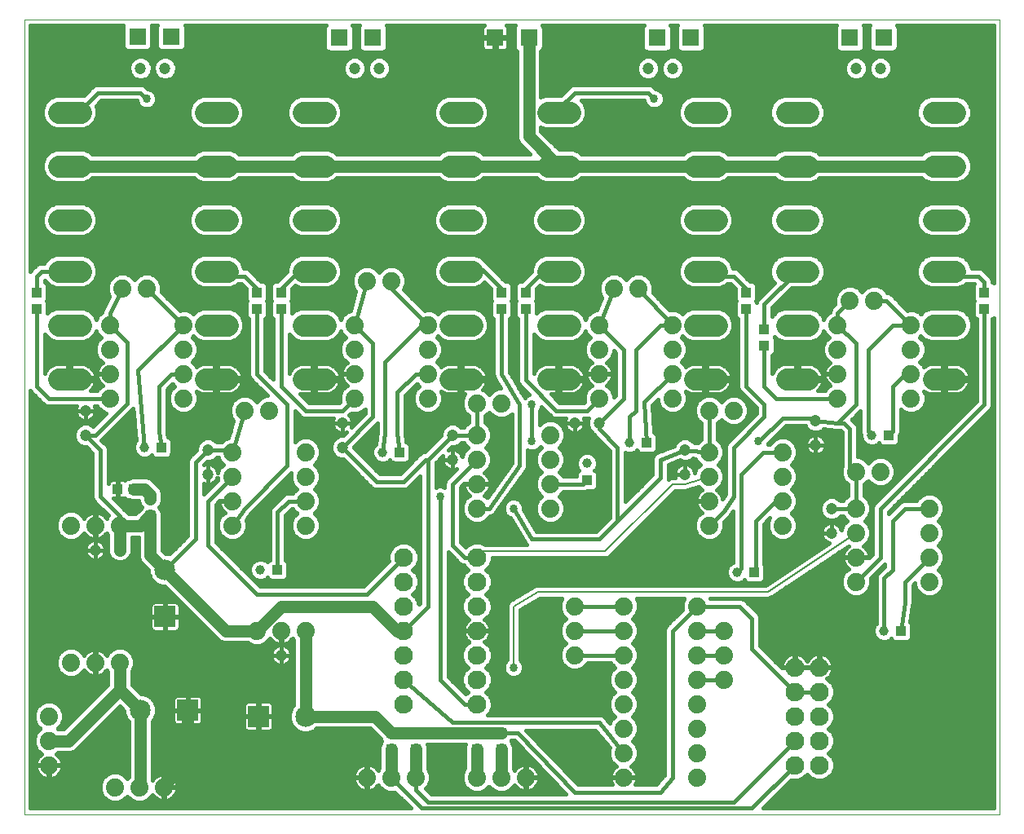
<source format=gtl>
G75*
%MOIN*%
%OFA0B0*%
%FSLAX25Y25*%
%IPPOS*%
%LPD*%
%AMOC8*
5,1,8,0,0,1.08239X$1,22.5*
%
%ADD10C,0.00000*%
%ADD11C,0.04724*%
%ADD12C,0.08500*%
%ADD13R,0.08500X0.08500*%
%ADD14C,0.03900*%
%ADD15R,0.03900X0.03900*%
%ADD16C,0.01181*%
%ADD17C,0.07400*%
%ADD18R,0.07087X0.07087*%
%ADD19C,0.08850*%
%ADD20R,0.03937X0.04331*%
%ADD21R,0.04331X0.03937*%
%ADD22C,0.07600*%
%ADD23C,0.05000*%
%ADD24C,0.01600*%
%ADD25C,0.03400*%
%ADD26C,0.03762*%
%ADD27C,0.00600*%
D10*
X0002600Y0002600D02*
X0002600Y0327561D01*
X0401301Y0327561D01*
X0401301Y0002600D01*
X0002600Y0002600D01*
D11*
X0107600Y0067600D03*
X0117600Y0067600D03*
X0041600Y0110600D03*
X0031600Y0110600D03*
X0077600Y0141600D03*
X0077600Y0151600D03*
X0027600Y0157600D03*
X0027600Y0167600D03*
X0132600Y0162600D03*
X0132600Y0152600D03*
X0177600Y0147600D03*
X0177600Y0157600D03*
X0227600Y0162600D03*
X0237600Y0162600D03*
X0272600Y0151600D03*
X0272600Y0141600D03*
X0326100Y0153600D03*
X0326100Y0163600D03*
X0332600Y0127600D03*
X0332600Y0117600D03*
X0342600Y0307600D03*
X0352600Y0307600D03*
X0267600Y0307600D03*
X0257600Y0307600D03*
X0147600Y0307600D03*
X0137600Y0307600D03*
X0060100Y0307600D03*
X0050100Y0307600D03*
D12*
X0060100Y0102600D03*
X0050100Y0045100D03*
X0117600Y0042600D03*
D13*
X0098309Y0042600D03*
X0069391Y0045100D03*
X0060100Y0083309D03*
D14*
X0099100Y0102600D03*
X0051600Y0152600D03*
X0149100Y0150600D03*
X0232600Y0146100D03*
X0250100Y0154600D03*
X0294100Y0101600D03*
X0354100Y0077600D03*
X0349100Y0157600D03*
D15*
X0356100Y0157600D03*
X0301100Y0101600D03*
X0361100Y0077600D03*
X0257100Y0154600D03*
X0232600Y0139100D03*
X0156100Y0150600D03*
X0106100Y0102600D03*
X0058600Y0152600D03*
D16*
X0055478Y0130175D02*
X0052722Y0130175D01*
X0052722Y0132931D01*
X0055478Y0132931D01*
X0055478Y0130175D01*
X0055478Y0131355D02*
X0052722Y0131355D01*
X0052722Y0132535D02*
X0055478Y0132535D01*
X0055478Y0123269D02*
X0052722Y0123269D01*
X0052722Y0126025D01*
X0055478Y0126025D01*
X0055478Y0123269D01*
X0055478Y0124449D02*
X0052722Y0124449D01*
X0052722Y0125629D02*
X0055478Y0125629D01*
D17*
X0041600Y0120600D03*
X0031600Y0120600D03*
X0021600Y0120600D03*
X0037600Y0172600D03*
X0037600Y0182600D03*
X0037600Y0192600D03*
X0037600Y0202600D03*
X0042600Y0217600D03*
X0052600Y0217600D03*
X0067600Y0202600D03*
X0067600Y0192600D03*
X0067600Y0182600D03*
X0067600Y0172600D03*
X0092600Y0167600D03*
X0102600Y0167600D03*
X0087600Y0150600D03*
X0087600Y0140600D03*
X0087600Y0130600D03*
X0087600Y0120600D03*
X0117600Y0120600D03*
X0117600Y0130600D03*
X0117600Y0140600D03*
X0117600Y0150600D03*
X0137600Y0172600D03*
X0137600Y0182600D03*
X0137600Y0192600D03*
X0137600Y0202600D03*
X0142600Y0220600D03*
X0152600Y0220600D03*
X0167600Y0202600D03*
X0167600Y0192600D03*
X0167600Y0182600D03*
X0167600Y0172600D03*
X0187600Y0170600D03*
X0197600Y0170600D03*
X0187600Y0157600D03*
X0187600Y0147600D03*
X0187600Y0137600D03*
X0187600Y0127600D03*
X0217600Y0127600D03*
X0217600Y0137600D03*
X0217600Y0147600D03*
X0217600Y0157600D03*
X0237600Y0172600D03*
X0237600Y0182600D03*
X0237600Y0192600D03*
X0237600Y0202600D03*
X0243600Y0217600D03*
X0253600Y0217600D03*
X0267600Y0202600D03*
X0267600Y0192600D03*
X0267600Y0182600D03*
X0267600Y0172600D03*
X0282600Y0167600D03*
X0292600Y0167600D03*
X0282600Y0150600D03*
X0282600Y0140600D03*
X0282600Y0130600D03*
X0282600Y0120600D03*
X0312600Y0120600D03*
X0312600Y0130600D03*
X0312600Y0140600D03*
X0312600Y0150600D03*
X0335100Y0172600D03*
X0335100Y0182600D03*
X0335100Y0192600D03*
X0335100Y0202600D03*
X0340100Y0212600D03*
X0350100Y0212600D03*
X0365100Y0202600D03*
X0365100Y0192600D03*
X0365100Y0182600D03*
X0365100Y0172600D03*
X0352600Y0142600D03*
X0342600Y0142600D03*
X0342600Y0127600D03*
X0342600Y0117600D03*
X0342600Y0107600D03*
X0342600Y0097600D03*
X0372600Y0097600D03*
X0372600Y0107600D03*
X0372600Y0117600D03*
X0372600Y0127600D03*
X0288600Y0077600D03*
X0288600Y0067600D03*
X0288600Y0057600D03*
X0277600Y0057600D03*
X0277600Y0047600D03*
X0277600Y0037600D03*
X0277600Y0027600D03*
X0277600Y0017600D03*
X0247600Y0017600D03*
X0247600Y0027600D03*
X0247600Y0037600D03*
X0247600Y0047600D03*
X0247600Y0057600D03*
X0247600Y0067600D03*
X0247600Y0077600D03*
X0247600Y0087600D03*
X0227600Y0087600D03*
X0227600Y0077600D03*
X0227600Y0067600D03*
X0277600Y0067600D03*
X0277600Y0077600D03*
X0277600Y0087600D03*
X0207600Y0017600D03*
X0197600Y0017600D03*
X0187600Y0017600D03*
X0162600Y0017600D03*
X0152600Y0017600D03*
X0142600Y0017600D03*
X0117600Y0077600D03*
X0107600Y0077600D03*
X0097600Y0077600D03*
X0041600Y0064600D03*
X0031600Y0064600D03*
X0021600Y0064600D03*
X0012600Y0042600D03*
X0012600Y0032600D03*
X0012600Y0022600D03*
X0039600Y0013600D03*
X0049600Y0013600D03*
X0059600Y0013600D03*
D18*
X0062600Y0320600D03*
X0048820Y0320600D03*
X0131320Y0320100D03*
X0145100Y0320100D03*
X0195100Y0320100D03*
X0208880Y0320100D03*
X0261320Y0320100D03*
X0275100Y0320100D03*
X0340100Y0320100D03*
X0353880Y0320100D03*
D19*
X0374175Y0289600D02*
X0383025Y0289600D01*
X0383025Y0267600D02*
X0374175Y0267600D01*
X0374175Y0245600D02*
X0383025Y0245600D01*
X0383025Y0224600D02*
X0374175Y0224600D01*
X0374175Y0202600D02*
X0383025Y0202600D01*
X0383025Y0180600D02*
X0374175Y0180600D01*
X0323025Y0180600D02*
X0314175Y0180600D01*
X0314175Y0202600D02*
X0323025Y0202600D01*
X0323025Y0224600D02*
X0314175Y0224600D01*
X0314175Y0245600D02*
X0323025Y0245600D01*
X0323025Y0267600D02*
X0314175Y0267600D01*
X0314175Y0289600D02*
X0323025Y0289600D01*
X0285525Y0289600D02*
X0276675Y0289600D01*
X0276675Y0267600D02*
X0285525Y0267600D01*
X0285525Y0245600D02*
X0276675Y0245600D01*
X0276675Y0224600D02*
X0285525Y0224600D01*
X0285525Y0202600D02*
X0276675Y0202600D01*
X0276675Y0180600D02*
X0285525Y0180600D01*
X0225525Y0180600D02*
X0216675Y0180600D01*
X0216675Y0202600D02*
X0225525Y0202600D01*
X0225525Y0224600D02*
X0216675Y0224600D01*
X0216675Y0245600D02*
X0225525Y0245600D01*
X0225525Y0267600D02*
X0216675Y0267600D01*
X0216675Y0289600D02*
X0225525Y0289600D01*
X0185525Y0289600D02*
X0176675Y0289600D01*
X0176675Y0267600D02*
X0185525Y0267600D01*
X0185525Y0245600D02*
X0176675Y0245600D01*
X0176675Y0224600D02*
X0185525Y0224600D01*
X0185525Y0202600D02*
X0176675Y0202600D01*
X0176675Y0180600D02*
X0185525Y0180600D01*
X0125525Y0180600D02*
X0116675Y0180600D01*
X0116675Y0202600D02*
X0125525Y0202600D01*
X0125525Y0224600D02*
X0116675Y0224600D01*
X0116675Y0245600D02*
X0125525Y0245600D01*
X0125525Y0267600D02*
X0116675Y0267600D01*
X0116675Y0289600D02*
X0125525Y0289600D01*
X0085525Y0289600D02*
X0076675Y0289600D01*
X0076675Y0267600D02*
X0085525Y0267600D01*
X0085525Y0245600D02*
X0076675Y0245600D01*
X0076675Y0224600D02*
X0085525Y0224600D01*
X0085525Y0202600D02*
X0076675Y0202600D01*
X0076675Y0180600D02*
X0085525Y0180600D01*
X0025525Y0180600D02*
X0016675Y0180600D01*
X0016675Y0202600D02*
X0025525Y0202600D01*
X0025525Y0224600D02*
X0016675Y0224600D01*
X0016675Y0245600D02*
X0025525Y0245600D01*
X0025525Y0267600D02*
X0016675Y0267600D01*
X0016675Y0289600D02*
X0025525Y0289600D01*
D20*
X0007600Y0215946D03*
X0007600Y0209254D03*
X0097600Y0209254D03*
X0097600Y0215946D03*
X0107600Y0215946D03*
X0107600Y0209254D03*
X0197600Y0209254D03*
X0197600Y0215946D03*
X0207600Y0215946D03*
X0207600Y0209254D03*
X0297600Y0209254D03*
X0297600Y0215946D03*
X0305100Y0200946D03*
X0305100Y0194254D03*
X0395100Y0209254D03*
X0395100Y0215946D03*
X0197600Y0035946D03*
X0197600Y0029254D03*
X0187600Y0029254D03*
X0187600Y0035946D03*
X0162600Y0035946D03*
X0162600Y0029254D03*
X0152600Y0029254D03*
X0152600Y0035946D03*
D21*
X0047446Y0135600D03*
X0040754Y0135600D03*
D22*
X0157600Y0107600D03*
X0157600Y0097600D03*
X0157600Y0087600D03*
X0157600Y0077600D03*
X0157600Y0067600D03*
X0157600Y0057600D03*
X0157600Y0047600D03*
X0187600Y0047600D03*
X0187600Y0057600D03*
X0187600Y0067600D03*
X0187600Y0077600D03*
X0187600Y0087600D03*
X0187600Y0097600D03*
X0187600Y0107600D03*
X0317600Y0062600D03*
X0327600Y0062600D03*
X0327600Y0052600D03*
X0317600Y0052600D03*
X0317600Y0042600D03*
X0327600Y0042600D03*
X0327600Y0032600D03*
X0317600Y0032600D03*
X0317600Y0022600D03*
X0327600Y0022600D03*
D23*
X0197600Y0017600D02*
X0197600Y0029254D01*
X0197600Y0035946D02*
X0187600Y0035946D01*
X0162600Y0035946D01*
X0152600Y0035946D01*
X0145946Y0042600D01*
X0117600Y0042600D01*
X0117600Y0067600D01*
X0117600Y0077600D01*
X0107600Y0087600D02*
X0145100Y0087600D01*
X0155100Y0077600D01*
X0157600Y0077600D01*
X0107600Y0087600D02*
X0097600Y0077600D01*
X0085100Y0077600D01*
X0060100Y0102600D01*
X0054100Y0108600D01*
X0054100Y0124647D01*
X0050053Y0120600D01*
X0041600Y0120600D01*
X0041600Y0110600D01*
X0059147Y0102600D02*
X0060100Y0102600D01*
X0054100Y0131553D02*
X0054100Y0133100D01*
X0051600Y0135600D01*
X0047446Y0135600D01*
X0041600Y0064600D02*
X0041600Y0053600D01*
X0020600Y0032600D01*
X0012600Y0032600D01*
X0041600Y0053600D02*
X0050100Y0045100D01*
X0050100Y0014100D01*
X0049600Y0013600D01*
X0059600Y0013600D02*
X0059600Y0014600D01*
X0069391Y0024391D01*
X0069391Y0045100D01*
X0152600Y0029254D02*
X0152600Y0017600D01*
X0162600Y0017600D02*
X0162600Y0029254D01*
X0187600Y0029254D02*
X0187600Y0017600D01*
X0181100Y0267600D02*
X0121100Y0267600D01*
X0081100Y0267600D01*
X0021100Y0267600D01*
X0181100Y0267600D02*
X0221100Y0267600D01*
X0281100Y0267600D01*
X0318600Y0267600D01*
X0378600Y0267600D01*
X0221100Y0267600D02*
X0208880Y0279820D01*
X0208880Y0320100D01*
D24*
X0202936Y0320704D02*
X0200443Y0320704D01*
X0200443Y0320481D02*
X0200443Y0323880D01*
X0200321Y0324338D01*
X0200084Y0324749D01*
X0199749Y0325084D01*
X0199615Y0325161D01*
X0203459Y0325161D01*
X0203302Y0325003D01*
X0202936Y0324121D01*
X0202936Y0316079D01*
X0203302Y0315197D01*
X0203977Y0314522D01*
X0203980Y0314521D01*
X0203980Y0278846D01*
X0204726Y0277045D01*
X0209270Y0272500D01*
X0190277Y0272500D01*
X0189391Y0273386D01*
X0186883Y0274425D01*
X0175317Y0274425D01*
X0172809Y0273386D01*
X0171923Y0272500D01*
X0130277Y0272500D01*
X0129391Y0273386D01*
X0126883Y0274425D01*
X0115317Y0274425D01*
X0112809Y0273386D01*
X0111923Y0272500D01*
X0090277Y0272500D01*
X0089391Y0273386D01*
X0086883Y0274425D01*
X0075317Y0274425D01*
X0072809Y0273386D01*
X0071923Y0272500D01*
X0030277Y0272500D01*
X0029391Y0273386D01*
X0026883Y0274425D01*
X0015317Y0274425D01*
X0012809Y0273386D01*
X0010889Y0271466D01*
X0009850Y0268958D01*
X0009850Y0266242D01*
X0010889Y0263734D01*
X0012809Y0261814D01*
X0015317Y0260775D01*
X0026883Y0260775D01*
X0029391Y0261814D01*
X0030277Y0262700D01*
X0071923Y0262700D01*
X0072809Y0261814D01*
X0075317Y0260775D01*
X0086883Y0260775D01*
X0089391Y0261814D01*
X0090277Y0262700D01*
X0111923Y0262700D01*
X0112809Y0261814D01*
X0115317Y0260775D01*
X0126883Y0260775D01*
X0129391Y0261814D01*
X0130277Y0262700D01*
X0171923Y0262700D01*
X0172809Y0261814D01*
X0175317Y0260775D01*
X0186883Y0260775D01*
X0189391Y0261814D01*
X0190277Y0262700D01*
X0211923Y0262700D01*
X0212809Y0261814D01*
X0215317Y0260775D01*
X0226883Y0260775D01*
X0229391Y0261814D01*
X0230277Y0262700D01*
X0271923Y0262700D01*
X0272809Y0261814D01*
X0275317Y0260775D01*
X0286883Y0260775D01*
X0289391Y0261814D01*
X0290277Y0262700D01*
X0309423Y0262700D01*
X0310309Y0261814D01*
X0312817Y0260775D01*
X0324383Y0260775D01*
X0326891Y0261814D01*
X0327777Y0262700D01*
X0369423Y0262700D01*
X0370309Y0261814D01*
X0372817Y0260775D01*
X0384383Y0260775D01*
X0386891Y0261814D01*
X0388811Y0263734D01*
X0389850Y0266242D01*
X0389850Y0268958D01*
X0388811Y0271466D01*
X0386891Y0273386D01*
X0384383Y0274425D01*
X0372817Y0274425D01*
X0370309Y0273386D01*
X0369423Y0272500D01*
X0327777Y0272500D01*
X0326891Y0273386D01*
X0324383Y0274425D01*
X0312817Y0274425D01*
X0310309Y0273386D01*
X0309423Y0272500D01*
X0290277Y0272500D01*
X0289391Y0273386D01*
X0286883Y0274425D01*
X0275317Y0274425D01*
X0272809Y0273386D01*
X0271923Y0272500D01*
X0230277Y0272500D01*
X0229391Y0273386D01*
X0226883Y0274425D01*
X0221205Y0274425D01*
X0213780Y0281850D01*
X0213780Y0283412D01*
X0215317Y0282775D01*
X0226883Y0282775D01*
X0229391Y0283814D01*
X0231311Y0285734D01*
X0232350Y0288242D01*
X0232350Y0290958D01*
X0231311Y0293466D01*
X0230377Y0294400D01*
X0256000Y0294400D01*
X0256000Y0294284D01*
X0256624Y0292778D01*
X0257778Y0291624D01*
X0259284Y0291000D01*
X0260916Y0291000D01*
X0262422Y0291624D01*
X0263576Y0292778D01*
X0264200Y0294284D01*
X0264200Y0295916D01*
X0263576Y0297422D01*
X0262422Y0298576D01*
X0260916Y0299200D01*
X0260525Y0299200D01*
X0259413Y0300313D01*
X0258237Y0300800D01*
X0226963Y0300800D01*
X0225787Y0300313D01*
X0224887Y0299413D01*
X0221900Y0296425D01*
X0215317Y0296425D01*
X0213780Y0295788D01*
X0213780Y0314521D01*
X0213782Y0314522D01*
X0214457Y0315197D01*
X0214823Y0316079D01*
X0214823Y0324121D01*
X0214457Y0325003D01*
X0214300Y0325161D01*
X0255900Y0325161D01*
X0255743Y0325003D01*
X0255377Y0324121D01*
X0255377Y0316079D01*
X0255743Y0315197D01*
X0256418Y0314522D01*
X0257300Y0314157D01*
X0265341Y0314157D01*
X0266223Y0314522D01*
X0266898Y0315197D01*
X0267264Y0316079D01*
X0267264Y0324121D01*
X0266898Y0325003D01*
X0266741Y0325161D01*
X0269680Y0325161D01*
X0269522Y0325003D01*
X0269157Y0324121D01*
X0269157Y0316079D01*
X0269522Y0315197D01*
X0270197Y0314522D01*
X0271079Y0314157D01*
X0279121Y0314157D01*
X0280003Y0314522D01*
X0280678Y0315197D01*
X0281043Y0316079D01*
X0281043Y0324121D01*
X0280678Y0325003D01*
X0280520Y0325161D01*
X0334680Y0325161D01*
X0334522Y0325003D01*
X0334157Y0324121D01*
X0334157Y0316079D01*
X0334522Y0315197D01*
X0335197Y0314522D01*
X0336079Y0314157D01*
X0344121Y0314157D01*
X0345003Y0314522D01*
X0345678Y0315197D01*
X0346043Y0316079D01*
X0346043Y0324121D01*
X0345678Y0325003D01*
X0345520Y0325161D01*
X0348459Y0325161D01*
X0348302Y0325003D01*
X0347936Y0324121D01*
X0347936Y0316079D01*
X0348302Y0315197D01*
X0348977Y0314522D01*
X0349859Y0314157D01*
X0357900Y0314157D01*
X0358782Y0314522D01*
X0359457Y0315197D01*
X0359823Y0316079D01*
X0359823Y0324121D01*
X0359457Y0325003D01*
X0359300Y0325161D01*
X0398901Y0325161D01*
X0398901Y0219674D01*
X0398428Y0220146D01*
X0398300Y0220199D01*
X0398300Y0220737D01*
X0397813Y0221913D01*
X0395313Y0224413D01*
X0394413Y0225313D01*
X0393237Y0225800D01*
X0389850Y0225800D01*
X0389850Y0225958D01*
X0388811Y0228466D01*
X0386891Y0230386D01*
X0384383Y0231425D01*
X0372817Y0231425D01*
X0370309Y0230386D01*
X0368389Y0228466D01*
X0367350Y0225958D01*
X0367350Y0223242D01*
X0368389Y0220734D01*
X0370309Y0218814D01*
X0372817Y0217775D01*
X0384383Y0217775D01*
X0386891Y0218814D01*
X0387477Y0219400D01*
X0391067Y0219400D01*
X0390731Y0218589D01*
X0390731Y0213304D01*
X0391023Y0212600D01*
X0390731Y0211896D01*
X0390731Y0206611D01*
X0391097Y0205729D01*
X0391772Y0205054D01*
X0391900Y0205001D01*
X0391900Y0171425D01*
X0349887Y0129413D01*
X0349400Y0128237D01*
X0349400Y0108925D01*
X0347874Y0107400D01*
X0342800Y0107400D01*
X0342800Y0107800D01*
X0348100Y0107800D01*
X0348100Y0108033D01*
X0347965Y0108888D01*
X0347697Y0109711D01*
X0347304Y0110483D01*
X0346795Y0111183D01*
X0346183Y0111795D01*
X0345581Y0112232D01*
X0346055Y0112429D01*
X0347771Y0114145D01*
X0348700Y0116387D01*
X0348700Y0118813D01*
X0347771Y0121055D01*
X0346227Y0122600D01*
X0347771Y0124145D01*
X0348700Y0126387D01*
X0348700Y0128813D01*
X0347771Y0131055D01*
X0346055Y0132771D01*
X0345800Y0132877D01*
X0345800Y0137323D01*
X0346055Y0137429D01*
X0347600Y0138973D01*
X0349145Y0137429D01*
X0351387Y0136500D01*
X0353813Y0136500D01*
X0356055Y0137429D01*
X0357771Y0139145D01*
X0358700Y0141387D01*
X0358700Y0143813D01*
X0357771Y0146055D01*
X0356055Y0147771D01*
X0353813Y0148700D01*
X0351387Y0148700D01*
X0349145Y0147771D01*
X0347600Y0146227D01*
X0346055Y0147771D01*
X0343813Y0148700D01*
X0343300Y0148700D01*
X0343300Y0160737D01*
X0342813Y0161913D01*
X0341913Y0162813D01*
X0340875Y0163850D01*
X0344400Y0167375D01*
X0344400Y0158463D01*
X0344750Y0157618D01*
X0344750Y0156735D01*
X0345412Y0155136D01*
X0346636Y0153912D01*
X0348235Y0153250D01*
X0349965Y0153250D01*
X0351564Y0153912D01*
X0352065Y0154413D01*
X0352115Y0154291D01*
X0352791Y0153615D01*
X0353673Y0153250D01*
X0358527Y0153250D01*
X0359409Y0153615D01*
X0360085Y0154291D01*
X0360450Y0155173D01*
X0360450Y0157619D01*
X0360800Y0158463D01*
X0360800Y0168273D01*
X0361645Y0167429D01*
X0363887Y0166500D01*
X0366313Y0166500D01*
X0368555Y0167429D01*
X0370271Y0169145D01*
X0371200Y0171387D01*
X0371200Y0173813D01*
X0370457Y0175607D01*
X0370912Y0175276D01*
X0371785Y0174831D01*
X0372717Y0174528D01*
X0373685Y0174375D01*
X0377925Y0174375D01*
X0377925Y0179925D01*
X0379275Y0179925D01*
X0379275Y0181275D01*
X0377925Y0181275D01*
X0377925Y0186825D01*
X0373685Y0186825D01*
X0372717Y0186672D01*
X0371785Y0186369D01*
X0370912Y0185924D01*
X0370461Y0185596D01*
X0370271Y0186055D01*
X0368727Y0187600D01*
X0370271Y0189145D01*
X0371200Y0191387D01*
X0371200Y0193813D01*
X0370271Y0196055D01*
X0368727Y0197600D01*
X0369125Y0197998D01*
X0370309Y0196814D01*
X0372817Y0195775D01*
X0384383Y0195775D01*
X0386891Y0196814D01*
X0388811Y0198734D01*
X0389850Y0201242D01*
X0389850Y0203958D01*
X0388811Y0206466D01*
X0386891Y0208386D01*
X0384383Y0209425D01*
X0372817Y0209425D01*
X0370309Y0208386D01*
X0369125Y0207202D01*
X0368555Y0207771D01*
X0366313Y0208700D01*
X0363887Y0208700D01*
X0363631Y0208594D01*
X0356913Y0215313D01*
X0355737Y0215800D01*
X0355377Y0215800D01*
X0355271Y0216055D01*
X0353555Y0217771D01*
X0351313Y0218700D01*
X0348887Y0218700D01*
X0346645Y0217771D01*
X0345100Y0216227D01*
X0343555Y0217771D01*
X0341313Y0218700D01*
X0338887Y0218700D01*
X0336645Y0217771D01*
X0334929Y0216055D01*
X0334000Y0213813D01*
X0334000Y0211387D01*
X0334106Y0211131D01*
X0332387Y0209413D01*
X0331900Y0208237D01*
X0331900Y0207877D01*
X0331645Y0207771D01*
X0329929Y0206055D01*
X0329455Y0204911D01*
X0328811Y0206466D01*
X0326891Y0208386D01*
X0324383Y0209425D01*
X0312817Y0209425D01*
X0310309Y0208386D01*
X0308389Y0206466D01*
X0308300Y0206251D01*
X0308300Y0209775D01*
X0316300Y0217775D01*
X0324383Y0217775D01*
X0326891Y0218814D01*
X0328811Y0220734D01*
X0329850Y0223242D01*
X0329850Y0225958D01*
X0328811Y0228466D01*
X0326891Y0230386D01*
X0324383Y0231425D01*
X0312817Y0231425D01*
X0310309Y0230386D01*
X0308389Y0228466D01*
X0307350Y0225958D01*
X0307350Y0223242D01*
X0308389Y0220734D01*
X0309299Y0219824D01*
X0302387Y0212913D01*
X0301967Y0211899D01*
X0301677Y0212600D01*
X0301968Y0213304D01*
X0301968Y0218589D01*
X0301603Y0219471D01*
X0300928Y0220146D01*
X0300046Y0220512D01*
X0299214Y0220512D01*
X0295313Y0224413D01*
X0294413Y0225313D01*
X0293237Y0225800D01*
X0292350Y0225800D01*
X0292350Y0225958D01*
X0291311Y0228466D01*
X0289391Y0230386D01*
X0286883Y0231425D01*
X0275317Y0231425D01*
X0272809Y0230386D01*
X0270889Y0228466D01*
X0269850Y0225958D01*
X0269850Y0223242D01*
X0270889Y0220734D01*
X0272809Y0218814D01*
X0275317Y0217775D01*
X0286883Y0217775D01*
X0289391Y0218814D01*
X0289977Y0219400D01*
X0291275Y0219400D01*
X0293231Y0217443D01*
X0293231Y0213304D01*
X0293523Y0212600D01*
X0293231Y0211896D01*
X0293231Y0206611D01*
X0293597Y0205729D01*
X0294272Y0205054D01*
X0294400Y0205001D01*
X0294400Y0176963D01*
X0294887Y0175787D01*
X0301900Y0168775D01*
X0301900Y0166425D01*
X0289887Y0154413D01*
X0289400Y0153237D01*
X0289400Y0133569D01*
X0288025Y0131506D01*
X0287965Y0131888D01*
X0287697Y0132711D01*
X0287304Y0133483D01*
X0286795Y0134183D01*
X0286183Y0134795D01*
X0285581Y0135232D01*
X0286055Y0135429D01*
X0287771Y0137145D01*
X0288700Y0139387D01*
X0288700Y0141813D01*
X0287771Y0144055D01*
X0286227Y0145600D01*
X0287771Y0147145D01*
X0288700Y0149387D01*
X0288700Y0151813D01*
X0287771Y0154055D01*
X0286055Y0155771D01*
X0285800Y0155877D01*
X0285800Y0162323D01*
X0286055Y0162429D01*
X0287600Y0163973D01*
X0289145Y0162429D01*
X0291387Y0161500D01*
X0293813Y0161500D01*
X0296055Y0162429D01*
X0297771Y0164145D01*
X0298700Y0166387D01*
X0298700Y0168813D01*
X0297771Y0171055D01*
X0296055Y0172771D01*
X0293813Y0173700D01*
X0291387Y0173700D01*
X0289145Y0172771D01*
X0287600Y0171227D01*
X0286055Y0172771D01*
X0283813Y0173700D01*
X0281387Y0173700D01*
X0279145Y0172771D01*
X0277429Y0171055D01*
X0276500Y0168813D01*
X0276500Y0166387D01*
X0277429Y0164145D01*
X0279145Y0162429D01*
X0279400Y0162323D01*
X0279400Y0155877D01*
X0279145Y0155771D01*
X0277681Y0154308D01*
X0276510Y0154425D01*
X0275298Y0155637D01*
X0273547Y0156362D01*
X0271653Y0156362D01*
X0269902Y0155637D01*
X0268563Y0154298D01*
X0268133Y0153260D01*
X0261984Y0150800D01*
X0261963Y0150800D01*
X0261394Y0150564D01*
X0260821Y0150335D01*
X0260806Y0150321D01*
X0260787Y0150313D01*
X0260351Y0149876D01*
X0259909Y0149446D01*
X0259902Y0149427D01*
X0259887Y0149413D01*
X0259651Y0148842D01*
X0259408Y0148275D01*
X0259408Y0148255D01*
X0259400Y0148237D01*
X0259400Y0147619D01*
X0259392Y0147003D01*
X0259400Y0146984D01*
X0259400Y0141425D01*
X0248300Y0130325D01*
X0248300Y0150637D01*
X0249235Y0150250D01*
X0250965Y0150250D01*
X0252564Y0150912D01*
X0253065Y0151413D01*
X0253115Y0151291D01*
X0253791Y0150615D01*
X0254673Y0150250D01*
X0259527Y0150250D01*
X0260409Y0150615D01*
X0261085Y0151291D01*
X0261450Y0152173D01*
X0261450Y0157027D01*
X0261085Y0157909D01*
X0260409Y0158585D01*
X0260055Y0158731D01*
X0259381Y0169856D01*
X0261500Y0171975D01*
X0261500Y0171387D01*
X0262429Y0169145D01*
X0264145Y0167429D01*
X0266387Y0166500D01*
X0268813Y0166500D01*
X0271055Y0167429D01*
X0272771Y0169145D01*
X0273700Y0171387D01*
X0273700Y0173813D01*
X0272957Y0175607D01*
X0273412Y0175276D01*
X0274285Y0174831D01*
X0275217Y0174528D01*
X0276185Y0174375D01*
X0280425Y0174375D01*
X0280425Y0179925D01*
X0281775Y0179925D01*
X0281775Y0181275D01*
X0280425Y0181275D01*
X0280425Y0186825D01*
X0276185Y0186825D01*
X0275217Y0186672D01*
X0274285Y0186369D01*
X0273412Y0185924D01*
X0272961Y0185596D01*
X0272771Y0186055D01*
X0271227Y0187600D01*
X0272771Y0189145D01*
X0273700Y0191387D01*
X0273700Y0193813D01*
X0272771Y0196055D01*
X0271227Y0197600D01*
X0271625Y0197998D01*
X0272809Y0196814D01*
X0275317Y0195775D01*
X0286883Y0195775D01*
X0289391Y0196814D01*
X0291311Y0198734D01*
X0292350Y0201242D01*
X0292350Y0203958D01*
X0291311Y0206466D01*
X0289391Y0208386D01*
X0286883Y0209425D01*
X0275317Y0209425D01*
X0272809Y0208386D01*
X0271625Y0207202D01*
X0271055Y0207771D01*
X0268813Y0208700D01*
X0266387Y0208700D01*
X0266313Y0208669D01*
X0259519Y0215949D01*
X0259700Y0216387D01*
X0259700Y0218813D01*
X0258771Y0221055D01*
X0257055Y0222771D01*
X0254813Y0223700D01*
X0252387Y0223700D01*
X0250145Y0222771D01*
X0248600Y0221227D01*
X0247055Y0222771D01*
X0244813Y0223700D01*
X0242387Y0223700D01*
X0240145Y0222771D01*
X0238429Y0221055D01*
X0237500Y0218813D01*
X0237500Y0216387D01*
X0238429Y0214145D01*
X0238673Y0213900D01*
X0236594Y0208700D01*
X0236387Y0208700D01*
X0234145Y0207771D01*
X0232429Y0206055D01*
X0231955Y0204911D01*
X0231311Y0206466D01*
X0229391Y0208386D01*
X0226883Y0209425D01*
X0215317Y0209425D01*
X0212809Y0208386D01*
X0211968Y0207545D01*
X0211968Y0211896D01*
X0211677Y0212600D01*
X0211968Y0213304D01*
X0211968Y0217443D01*
X0213184Y0218659D01*
X0215317Y0217775D01*
X0226883Y0217775D01*
X0229391Y0218814D01*
X0231311Y0220734D01*
X0232350Y0223242D01*
X0232350Y0225958D01*
X0231311Y0228466D01*
X0229391Y0230386D01*
X0226883Y0231425D01*
X0215317Y0231425D01*
X0212809Y0230386D01*
X0210889Y0228466D01*
X0209850Y0225958D01*
X0209850Y0224375D01*
X0205986Y0220512D01*
X0205154Y0220512D01*
X0204272Y0220146D01*
X0203597Y0219471D01*
X0203231Y0218589D01*
X0203231Y0213304D01*
X0203523Y0212600D01*
X0203231Y0211896D01*
X0203231Y0206611D01*
X0203597Y0205729D01*
X0204272Y0205054D01*
X0204400Y0205001D01*
X0204400Y0179463D01*
X0204887Y0178287D01*
X0205787Y0177387D01*
X0209065Y0174109D01*
X0207778Y0173576D01*
X0207133Y0172931D01*
X0200800Y0183486D01*
X0200800Y0205001D01*
X0200928Y0205054D01*
X0201603Y0205729D01*
X0201968Y0206611D01*
X0201968Y0211896D01*
X0201677Y0212600D01*
X0201968Y0213304D01*
X0201968Y0218589D01*
X0201603Y0219471D01*
X0200928Y0220146D01*
X0200046Y0220512D01*
X0199214Y0220512D01*
X0192813Y0226913D01*
X0191913Y0227813D01*
X0191513Y0227978D01*
X0191311Y0228466D01*
X0189391Y0230386D01*
X0186883Y0231425D01*
X0175317Y0231425D01*
X0172809Y0230386D01*
X0170889Y0228466D01*
X0169850Y0225958D01*
X0169850Y0223242D01*
X0170889Y0220734D01*
X0172809Y0218814D01*
X0175317Y0217775D01*
X0186883Y0217775D01*
X0189391Y0218814D01*
X0190626Y0220049D01*
X0193231Y0217443D01*
X0193231Y0213304D01*
X0193523Y0212600D01*
X0193231Y0211896D01*
X0193231Y0206611D01*
X0193597Y0205729D01*
X0194272Y0205054D01*
X0194400Y0205001D01*
X0194400Y0182994D01*
X0194341Y0182759D01*
X0194400Y0182363D01*
X0194400Y0181963D01*
X0194493Y0181739D01*
X0194529Y0181499D01*
X0194734Y0181157D01*
X0194887Y0180787D01*
X0195059Y0180616D01*
X0197408Y0176700D01*
X0196387Y0176700D01*
X0194145Y0175771D01*
X0192600Y0174227D01*
X0191055Y0175771D01*
X0189955Y0176227D01*
X0190273Y0176545D01*
X0190849Y0177337D01*
X0191294Y0178210D01*
X0191597Y0179142D01*
X0191721Y0179925D01*
X0181775Y0179925D01*
X0181775Y0181275D01*
X0180425Y0181275D01*
X0180425Y0186825D01*
X0176185Y0186825D01*
X0175217Y0186672D01*
X0174285Y0186369D01*
X0173412Y0185924D01*
X0172961Y0185596D01*
X0172771Y0186055D01*
X0171227Y0187600D01*
X0172771Y0189145D01*
X0173700Y0191387D01*
X0173700Y0193813D01*
X0172771Y0196055D01*
X0171227Y0197600D01*
X0171625Y0197998D01*
X0172809Y0196814D01*
X0175317Y0195775D01*
X0186883Y0195775D01*
X0189391Y0196814D01*
X0191311Y0198734D01*
X0192350Y0201242D01*
X0192350Y0203958D01*
X0191311Y0206466D01*
X0189391Y0208386D01*
X0186883Y0209425D01*
X0175317Y0209425D01*
X0172809Y0208386D01*
X0171625Y0207202D01*
X0171055Y0207771D01*
X0168813Y0208700D01*
X0166387Y0208700D01*
X0166131Y0208594D01*
X0157676Y0217049D01*
X0157771Y0217145D01*
X0158700Y0219387D01*
X0158700Y0221813D01*
X0157771Y0224055D01*
X0156055Y0225771D01*
X0153813Y0226700D01*
X0151387Y0226700D01*
X0149145Y0225771D01*
X0147600Y0224227D01*
X0146055Y0225771D01*
X0143813Y0226700D01*
X0141387Y0226700D01*
X0139145Y0225771D01*
X0137429Y0224055D01*
X0136500Y0221813D01*
X0136500Y0219387D01*
X0137429Y0217145D01*
X0138125Y0216448D01*
X0135920Y0208507D01*
X0134145Y0207771D01*
X0132429Y0206055D01*
X0131955Y0204911D01*
X0131311Y0206466D01*
X0129391Y0208386D01*
X0126883Y0209425D01*
X0115317Y0209425D01*
X0112809Y0208386D01*
X0111968Y0207545D01*
X0111968Y0211896D01*
X0111677Y0212600D01*
X0111968Y0213304D01*
X0111968Y0217443D01*
X0113184Y0218659D01*
X0115317Y0217775D01*
X0126883Y0217775D01*
X0129391Y0218814D01*
X0131311Y0220734D01*
X0132350Y0223242D01*
X0132350Y0225958D01*
X0131311Y0228466D01*
X0129391Y0230386D01*
X0126883Y0231425D01*
X0115317Y0231425D01*
X0112809Y0230386D01*
X0110889Y0228466D01*
X0109850Y0225958D01*
X0109850Y0224375D01*
X0105986Y0220512D01*
X0105154Y0220512D01*
X0104272Y0220146D01*
X0103597Y0219471D01*
X0103231Y0218589D01*
X0103231Y0213304D01*
X0103523Y0212600D01*
X0103231Y0211896D01*
X0103231Y0206611D01*
X0103597Y0205729D01*
X0104272Y0205054D01*
X0104400Y0205001D01*
X0104400Y0180325D01*
X0100800Y0183925D01*
X0100800Y0205001D01*
X0100928Y0205054D01*
X0101603Y0205729D01*
X0101968Y0206611D01*
X0101968Y0211896D01*
X0101677Y0212600D01*
X0101968Y0213304D01*
X0101968Y0218589D01*
X0101603Y0219471D01*
X0100928Y0220146D01*
X0100046Y0220512D01*
X0099214Y0220512D01*
X0095313Y0224413D01*
X0094413Y0225313D01*
X0093237Y0225800D01*
X0092350Y0225800D01*
X0092350Y0225958D01*
X0091311Y0228466D01*
X0089391Y0230386D01*
X0086883Y0231425D01*
X0075317Y0231425D01*
X0072809Y0230386D01*
X0070889Y0228466D01*
X0069850Y0225958D01*
X0069850Y0223242D01*
X0070889Y0220734D01*
X0072809Y0218814D01*
X0075317Y0217775D01*
X0086883Y0217775D01*
X0089391Y0218814D01*
X0089977Y0219400D01*
X0091275Y0219400D01*
X0093231Y0217443D01*
X0093231Y0213304D01*
X0093523Y0212600D01*
X0093231Y0211896D01*
X0093231Y0206611D01*
X0093597Y0205729D01*
X0094272Y0205054D01*
X0094400Y0205001D01*
X0094400Y0181963D01*
X0094887Y0180787D01*
X0095787Y0179887D01*
X0101975Y0173700D01*
X0101387Y0173700D01*
X0099145Y0172771D01*
X0097600Y0171227D01*
X0096055Y0172771D01*
X0093813Y0173700D01*
X0091387Y0173700D01*
X0089145Y0172771D01*
X0087429Y0171055D01*
X0086500Y0168813D01*
X0086500Y0166387D01*
X0087429Y0164145D01*
X0088062Y0163511D01*
X0086013Y0156545D01*
X0084145Y0155771D01*
X0083173Y0154800D01*
X0081135Y0154800D01*
X0080298Y0155637D01*
X0078547Y0156362D01*
X0076653Y0156362D01*
X0074902Y0155637D01*
X0073563Y0154298D01*
X0072838Y0152547D01*
X0072838Y0151363D01*
X0070787Y0149313D01*
X0069887Y0148413D01*
X0069400Y0147237D01*
X0069400Y0116425D01*
X0061990Y0109015D01*
X0061423Y0109250D01*
X0060380Y0109250D01*
X0059000Y0110630D01*
X0059000Y0125622D01*
X0058254Y0127423D01*
X0058052Y0127624D01*
X0058013Y0127719D01*
X0057632Y0128100D01*
X0058013Y0128481D01*
X0058052Y0128576D01*
X0058254Y0128777D01*
X0059000Y0130578D01*
X0059000Y0134075D01*
X0058254Y0135876D01*
X0055754Y0138376D01*
X0054376Y0139754D01*
X0052575Y0140500D01*
X0046472Y0140500D01*
X0045189Y0139968D01*
X0044804Y0139968D01*
X0043922Y0139603D01*
X0043575Y0139256D01*
X0043156Y0139368D01*
X0040938Y0139368D01*
X0040938Y0135784D01*
X0040569Y0135784D01*
X0040569Y0139368D01*
X0038351Y0139368D01*
X0037893Y0139246D01*
X0037483Y0139009D01*
X0037148Y0138674D01*
X0036911Y0138263D01*
X0036800Y0137849D01*
X0036800Y0152237D01*
X0036313Y0153413D01*
X0034125Y0155600D01*
X0046413Y0167887D01*
X0047120Y0168595D01*
X0048174Y0155325D01*
X0047912Y0155064D01*
X0047250Y0153465D01*
X0047250Y0151735D01*
X0047912Y0150136D01*
X0049136Y0148912D01*
X0050735Y0148250D01*
X0052465Y0148250D01*
X0054064Y0148912D01*
X0054565Y0149413D01*
X0054615Y0149291D01*
X0055291Y0148615D01*
X0056173Y0148250D01*
X0061027Y0148250D01*
X0061909Y0148615D01*
X0062585Y0149291D01*
X0062950Y0150173D01*
X0062950Y0155027D01*
X0062585Y0155909D01*
X0061909Y0156585D01*
X0061178Y0156888D01*
X0060800Y0159345D01*
X0060800Y0176275D01*
X0063049Y0178524D01*
X0063973Y0177600D01*
X0062429Y0176055D01*
X0061500Y0173813D01*
X0061500Y0171387D01*
X0062429Y0169145D01*
X0064145Y0167429D01*
X0066387Y0166500D01*
X0068813Y0166500D01*
X0071055Y0167429D01*
X0072771Y0169145D01*
X0073700Y0171387D01*
X0073700Y0173813D01*
X0072957Y0175607D01*
X0073412Y0175276D01*
X0074285Y0174831D01*
X0075217Y0174528D01*
X0076185Y0174375D01*
X0080425Y0174375D01*
X0080425Y0179925D01*
X0081775Y0179925D01*
X0081775Y0181275D01*
X0080425Y0181275D01*
X0080425Y0186825D01*
X0076185Y0186825D01*
X0075217Y0186672D01*
X0074285Y0186369D01*
X0073412Y0185924D01*
X0072961Y0185596D01*
X0072771Y0186055D01*
X0071227Y0187600D01*
X0072771Y0189145D01*
X0073700Y0191387D01*
X0073700Y0193813D01*
X0072771Y0196055D01*
X0071227Y0197600D01*
X0071625Y0197998D01*
X0072809Y0196814D01*
X0075317Y0195775D01*
X0086883Y0195775D01*
X0089391Y0196814D01*
X0091311Y0198734D01*
X0092350Y0201242D01*
X0092350Y0203958D01*
X0091311Y0206466D01*
X0089391Y0208386D01*
X0086883Y0209425D01*
X0075317Y0209425D01*
X0072809Y0208386D01*
X0071625Y0207202D01*
X0071055Y0207771D01*
X0068813Y0208700D01*
X0066387Y0208700D01*
X0066131Y0208594D01*
X0058594Y0216131D01*
X0058700Y0216387D01*
X0058700Y0218813D01*
X0057771Y0221055D01*
X0056055Y0222771D01*
X0053813Y0223700D01*
X0051387Y0223700D01*
X0049145Y0222771D01*
X0047600Y0221227D01*
X0046055Y0222771D01*
X0043813Y0223700D01*
X0041387Y0223700D01*
X0039145Y0222771D01*
X0037429Y0221055D01*
X0036500Y0218813D01*
X0036500Y0216387D01*
X0037368Y0214291D01*
X0034970Y0209496D01*
X0034887Y0209413D01*
X0034687Y0208929D01*
X0034453Y0208462D01*
X0034445Y0208345D01*
X0034400Y0208237D01*
X0034400Y0207877D01*
X0034145Y0207771D01*
X0032429Y0206055D01*
X0031955Y0204911D01*
X0031311Y0206466D01*
X0029391Y0208386D01*
X0026883Y0209425D01*
X0015317Y0209425D01*
X0012809Y0208386D01*
X0011968Y0207545D01*
X0011968Y0211896D01*
X0011677Y0212600D01*
X0011968Y0213304D01*
X0011968Y0218589D01*
X0011603Y0219471D01*
X0010928Y0220146D01*
X0010800Y0220199D01*
X0010800Y0220949D01*
X0010889Y0220734D01*
X0012809Y0218814D01*
X0015317Y0217775D01*
X0026883Y0217775D01*
X0029391Y0218814D01*
X0031311Y0220734D01*
X0032350Y0223242D01*
X0032350Y0225958D01*
X0031311Y0228466D01*
X0029391Y0230386D01*
X0026883Y0231425D01*
X0015317Y0231425D01*
X0012809Y0230386D01*
X0010889Y0228466D01*
X0010613Y0227800D01*
X0008963Y0227800D01*
X0007787Y0227313D01*
X0005787Y0225313D01*
X0005000Y0224525D01*
X0005000Y0325161D01*
X0043101Y0325161D01*
X0042877Y0324621D01*
X0042877Y0316579D01*
X0043243Y0315697D01*
X0043918Y0315022D01*
X0044800Y0314657D01*
X0052841Y0314657D01*
X0053723Y0315022D01*
X0054398Y0315697D01*
X0054764Y0316579D01*
X0054764Y0324621D01*
X0054540Y0325161D01*
X0056880Y0325161D01*
X0056657Y0324621D01*
X0056657Y0316579D01*
X0057022Y0315697D01*
X0057697Y0315022D01*
X0058579Y0314657D01*
X0066621Y0314657D01*
X0067503Y0315022D01*
X0068178Y0315697D01*
X0068543Y0316579D01*
X0068543Y0324621D01*
X0068320Y0325161D01*
X0125900Y0325161D01*
X0125743Y0325003D01*
X0125377Y0324121D01*
X0125377Y0316079D01*
X0125743Y0315197D01*
X0126418Y0314522D01*
X0127300Y0314157D01*
X0135341Y0314157D01*
X0136223Y0314522D01*
X0136898Y0315197D01*
X0137264Y0316079D01*
X0137264Y0324121D01*
X0136898Y0325003D01*
X0136741Y0325161D01*
X0139680Y0325161D01*
X0139522Y0325003D01*
X0139157Y0324121D01*
X0139157Y0316079D01*
X0139522Y0315197D01*
X0140197Y0314522D01*
X0141079Y0314157D01*
X0149121Y0314157D01*
X0150003Y0314522D01*
X0150678Y0315197D01*
X0151043Y0316079D01*
X0151043Y0324121D01*
X0150678Y0325003D01*
X0150520Y0325161D01*
X0190585Y0325161D01*
X0190451Y0325084D01*
X0190116Y0324749D01*
X0189879Y0324338D01*
X0189757Y0323880D01*
X0189757Y0320481D01*
X0194719Y0320481D01*
X0194719Y0319719D01*
X0195481Y0319719D01*
X0195481Y0320481D01*
X0200443Y0320481D01*
X0200443Y0319719D02*
X0195481Y0319719D01*
X0195481Y0314757D01*
X0198880Y0314757D01*
X0199338Y0314879D01*
X0199749Y0315116D01*
X0200084Y0315451D01*
X0200321Y0315862D01*
X0200443Y0316320D01*
X0200443Y0319719D01*
X0200443Y0319105D02*
X0202936Y0319105D01*
X0202936Y0317507D02*
X0200443Y0317507D01*
X0200333Y0315908D02*
X0203007Y0315908D01*
X0203980Y0314310D02*
X0149490Y0314310D01*
X0148547Y0312362D02*
X0146653Y0312362D01*
X0144902Y0311637D01*
X0143563Y0310298D01*
X0142838Y0308547D01*
X0142838Y0306653D01*
X0143563Y0304902D01*
X0144902Y0303563D01*
X0146653Y0302838D01*
X0148547Y0302838D01*
X0150298Y0303563D01*
X0151637Y0304902D01*
X0152362Y0306653D01*
X0152362Y0308547D01*
X0151637Y0310298D01*
X0150298Y0311637D01*
X0148547Y0312362D01*
X0150822Y0311113D02*
X0203980Y0311113D01*
X0203980Y0312711D02*
X0005000Y0312711D01*
X0005000Y0311113D02*
X0046878Y0311113D01*
X0047402Y0311637D02*
X0046063Y0310298D01*
X0045338Y0308547D01*
X0045338Y0306653D01*
X0046063Y0304902D01*
X0047402Y0303563D01*
X0049153Y0302838D01*
X0051047Y0302838D01*
X0052798Y0303563D01*
X0054137Y0304902D01*
X0054862Y0306653D01*
X0054862Y0308547D01*
X0054137Y0310298D01*
X0052798Y0311637D01*
X0051047Y0312362D01*
X0049153Y0312362D01*
X0047402Y0311637D01*
X0045738Y0309514D02*
X0005000Y0309514D01*
X0005000Y0307916D02*
X0045338Y0307916D01*
X0045477Y0306317D02*
X0005000Y0306317D01*
X0005000Y0304719D02*
X0046247Y0304719D01*
X0048471Y0303120D02*
X0005000Y0303120D01*
X0005000Y0301522D02*
X0203980Y0301522D01*
X0203980Y0303120D02*
X0149229Y0303120D01*
X0151453Y0304719D02*
X0203980Y0304719D01*
X0203980Y0306317D02*
X0152223Y0306317D01*
X0152362Y0307916D02*
X0203980Y0307916D01*
X0203980Y0309514D02*
X0151962Y0309514D01*
X0150972Y0315908D02*
X0189867Y0315908D01*
X0189879Y0315862D02*
X0190116Y0315451D01*
X0190451Y0315116D01*
X0190862Y0314879D01*
X0191320Y0314757D01*
X0194719Y0314757D01*
X0194719Y0319719D01*
X0189757Y0319719D01*
X0189757Y0316320D01*
X0189879Y0315862D01*
X0189757Y0317507D02*
X0151043Y0317507D01*
X0151043Y0319105D02*
X0189757Y0319105D01*
X0189757Y0320704D02*
X0151043Y0320704D01*
X0151043Y0322302D02*
X0189757Y0322302D01*
X0189762Y0323901D02*
X0151043Y0323901D01*
X0139157Y0323901D02*
X0137264Y0323901D01*
X0137264Y0322302D02*
X0139157Y0322302D01*
X0139157Y0320704D02*
X0137264Y0320704D01*
X0137264Y0319105D02*
X0139157Y0319105D01*
X0139157Y0317507D02*
X0137264Y0317507D01*
X0137193Y0315908D02*
X0139228Y0315908D01*
X0140710Y0314310D02*
X0135711Y0314310D01*
X0136653Y0312362D02*
X0134902Y0311637D01*
X0133563Y0310298D01*
X0132838Y0308547D01*
X0132838Y0306653D01*
X0133563Y0304902D01*
X0134902Y0303563D01*
X0136653Y0302838D01*
X0138547Y0302838D01*
X0140298Y0303563D01*
X0141637Y0304902D01*
X0142362Y0306653D01*
X0142362Y0308547D01*
X0141637Y0310298D01*
X0140298Y0311637D01*
X0138547Y0312362D01*
X0136653Y0312362D01*
X0134378Y0311113D02*
X0063322Y0311113D01*
X0062798Y0311637D02*
X0061047Y0312362D01*
X0059153Y0312362D01*
X0057402Y0311637D01*
X0056063Y0310298D01*
X0055338Y0308547D01*
X0055338Y0306653D01*
X0056063Y0304902D01*
X0057402Y0303563D01*
X0059153Y0302838D01*
X0061047Y0302838D01*
X0062798Y0303563D01*
X0064137Y0304902D01*
X0064862Y0306653D01*
X0064862Y0308547D01*
X0064137Y0310298D01*
X0062798Y0311637D01*
X0064462Y0309514D02*
X0133238Y0309514D01*
X0132838Y0307916D02*
X0064862Y0307916D01*
X0064723Y0306317D02*
X0132977Y0306317D01*
X0133747Y0304719D02*
X0063953Y0304719D01*
X0061729Y0303120D02*
X0135971Y0303120D01*
X0139229Y0303120D02*
X0145971Y0303120D01*
X0143747Y0304719D02*
X0141453Y0304719D01*
X0142223Y0306317D02*
X0142977Y0306317D01*
X0142838Y0307916D02*
X0142362Y0307916D01*
X0141962Y0309514D02*
X0143238Y0309514D01*
X0144378Y0311113D02*
X0140822Y0311113D01*
X0126930Y0314310D02*
X0005000Y0314310D01*
X0005000Y0315908D02*
X0043155Y0315908D01*
X0042877Y0317507D02*
X0005000Y0317507D01*
X0005000Y0319105D02*
X0042877Y0319105D01*
X0042877Y0320704D02*
X0005000Y0320704D01*
X0005000Y0322302D02*
X0042877Y0322302D01*
X0042877Y0323901D02*
X0005000Y0323901D01*
X0005000Y0299923D02*
X0030398Y0299923D01*
X0030787Y0300313D02*
X0026895Y0296420D01*
X0026883Y0296425D01*
X0015317Y0296425D01*
X0012809Y0295386D01*
X0010889Y0293466D01*
X0009850Y0290958D01*
X0009850Y0288242D01*
X0010889Y0285734D01*
X0012809Y0283814D01*
X0015317Y0282775D01*
X0026883Y0282775D01*
X0029391Y0283814D01*
X0031311Y0285734D01*
X0032350Y0288242D01*
X0032350Y0290958D01*
X0031803Y0292278D01*
X0033925Y0294400D01*
X0048500Y0294400D01*
X0048500Y0294284D01*
X0049124Y0292778D01*
X0050278Y0291624D01*
X0051784Y0291000D01*
X0053416Y0291000D01*
X0054922Y0291624D01*
X0056076Y0292778D01*
X0056700Y0294284D01*
X0056700Y0295916D01*
X0056076Y0297422D01*
X0054922Y0298576D01*
X0053416Y0299200D01*
X0053025Y0299200D01*
X0052813Y0299413D01*
X0051913Y0300313D01*
X0050737Y0300800D01*
X0031963Y0300800D01*
X0030787Y0300313D01*
X0028799Y0298325D02*
X0005000Y0298325D01*
X0005000Y0296726D02*
X0027201Y0296726D01*
X0032600Y0297600D02*
X0024600Y0289600D01*
X0021100Y0289600D01*
X0029515Y0283938D02*
X0072685Y0283938D01*
X0072809Y0283814D02*
X0075317Y0282775D01*
X0086883Y0282775D01*
X0089391Y0283814D01*
X0091311Y0285734D01*
X0092350Y0288242D01*
X0092350Y0290958D01*
X0091311Y0293466D01*
X0089391Y0295386D01*
X0086883Y0296425D01*
X0075317Y0296425D01*
X0072809Y0295386D01*
X0070889Y0293466D01*
X0069850Y0290958D01*
X0069850Y0288242D01*
X0070889Y0285734D01*
X0072809Y0283814D01*
X0071086Y0285537D02*
X0031114Y0285537D01*
X0031891Y0287135D02*
X0070309Y0287135D01*
X0069850Y0288734D02*
X0032350Y0288734D01*
X0032350Y0290332D02*
X0069850Y0290332D01*
X0070253Y0291931D02*
X0055229Y0291931D01*
X0056387Y0293529D02*
X0070952Y0293529D01*
X0072551Y0295128D02*
X0056700Y0295128D01*
X0056364Y0296726D02*
X0203980Y0296726D01*
X0203980Y0295128D02*
X0189649Y0295128D01*
X0189391Y0295386D02*
X0186883Y0296425D01*
X0175317Y0296425D01*
X0172809Y0295386D01*
X0170889Y0293466D01*
X0169850Y0290958D01*
X0169850Y0288242D01*
X0170889Y0285734D01*
X0172809Y0283814D01*
X0175317Y0282775D01*
X0186883Y0282775D01*
X0189391Y0283814D01*
X0191311Y0285734D01*
X0192350Y0288242D01*
X0192350Y0290958D01*
X0191311Y0293466D01*
X0189391Y0295386D01*
X0191248Y0293529D02*
X0203980Y0293529D01*
X0203980Y0291931D02*
X0191947Y0291931D01*
X0192350Y0290332D02*
X0203980Y0290332D01*
X0203980Y0288734D02*
X0192350Y0288734D01*
X0191891Y0287135D02*
X0203980Y0287135D01*
X0203980Y0285537D02*
X0191114Y0285537D01*
X0189515Y0283938D02*
X0203980Y0283938D01*
X0203980Y0282339D02*
X0005000Y0282339D01*
X0005000Y0280741D02*
X0203980Y0280741D01*
X0203980Y0279142D02*
X0005000Y0279142D01*
X0005000Y0277544D02*
X0204519Y0277544D01*
X0205825Y0275945D02*
X0005000Y0275945D01*
X0005000Y0274347D02*
X0015129Y0274347D01*
X0012171Y0272748D02*
X0005000Y0272748D01*
X0005000Y0271150D02*
X0010758Y0271150D01*
X0010096Y0269551D02*
X0005000Y0269551D01*
X0005000Y0267953D02*
X0009850Y0267953D01*
X0009850Y0266354D02*
X0005000Y0266354D01*
X0005000Y0264756D02*
X0010466Y0264756D01*
X0011466Y0263157D02*
X0005000Y0263157D01*
X0005000Y0261559D02*
X0013425Y0261559D01*
X0005000Y0259960D02*
X0398901Y0259960D01*
X0398901Y0258362D02*
X0005000Y0258362D01*
X0005000Y0256763D02*
X0398901Y0256763D01*
X0398901Y0255165D02*
X0005000Y0255165D01*
X0005000Y0253566D02*
X0398901Y0253566D01*
X0398901Y0251968D02*
X0385486Y0251968D01*
X0384383Y0252425D02*
X0386891Y0251386D01*
X0388811Y0249466D01*
X0389850Y0246958D01*
X0389850Y0244242D01*
X0388811Y0241734D01*
X0386891Y0239814D01*
X0384383Y0238775D01*
X0372817Y0238775D01*
X0370309Y0239814D01*
X0368389Y0241734D01*
X0367350Y0244242D01*
X0367350Y0246958D01*
X0368389Y0249466D01*
X0370309Y0251386D01*
X0372817Y0252425D01*
X0384383Y0252425D01*
X0387908Y0250369D02*
X0398901Y0250369D01*
X0398901Y0248771D02*
X0389099Y0248771D01*
X0389761Y0247172D02*
X0398901Y0247172D01*
X0398901Y0245574D02*
X0389850Y0245574D01*
X0389739Y0243975D02*
X0398901Y0243975D01*
X0398901Y0242377D02*
X0389077Y0242377D01*
X0387855Y0240778D02*
X0398901Y0240778D01*
X0398901Y0239180D02*
X0385360Y0239180D01*
X0384957Y0231187D02*
X0398901Y0231187D01*
X0398901Y0229589D02*
X0387688Y0229589D01*
X0389008Y0227990D02*
X0398901Y0227990D01*
X0398901Y0226392D02*
X0389670Y0226392D01*
X0392600Y0222600D02*
X0380600Y0222600D01*
X0378600Y0224600D01*
X0372243Y0231187D02*
X0324957Y0231187D01*
X0327688Y0229589D02*
X0369512Y0229589D01*
X0368192Y0227990D02*
X0329008Y0227990D01*
X0329670Y0226392D02*
X0367530Y0226392D01*
X0367350Y0224793D02*
X0329850Y0224793D01*
X0329830Y0223195D02*
X0367370Y0223195D01*
X0368032Y0221596D02*
X0329168Y0221596D01*
X0328075Y0219998D02*
X0369125Y0219998D01*
X0371311Y0218399D02*
X0352040Y0218399D01*
X0354526Y0216801D02*
X0390731Y0216801D01*
X0390731Y0218399D02*
X0385889Y0218399D01*
X0390731Y0215202D02*
X0357023Y0215202D01*
X0358622Y0213603D02*
X0390731Y0213603D01*
X0390777Y0212005D02*
X0360220Y0212005D01*
X0361819Y0210406D02*
X0390731Y0210406D01*
X0390731Y0208808D02*
X0385872Y0208808D01*
X0388068Y0207209D02*
X0390731Y0207209D01*
X0391215Y0205611D02*
X0389165Y0205611D01*
X0389827Y0204012D02*
X0391900Y0204012D01*
X0391900Y0202414D02*
X0389850Y0202414D01*
X0389673Y0200815D02*
X0391900Y0200815D01*
X0391900Y0199217D02*
X0389011Y0199217D01*
X0387695Y0197618D02*
X0391900Y0197618D01*
X0391900Y0196020D02*
X0384974Y0196020D01*
X0391900Y0194421D02*
X0370948Y0194421D01*
X0371200Y0192823D02*
X0391900Y0192823D01*
X0391900Y0191224D02*
X0371133Y0191224D01*
X0370471Y0189626D02*
X0391900Y0189626D01*
X0391900Y0188027D02*
X0369154Y0188027D01*
X0369898Y0186429D02*
X0371970Y0186429D01*
X0365100Y0182600D02*
X0362600Y0182600D01*
X0357600Y0177600D01*
X0357600Y0159100D01*
X0356100Y0157600D01*
X0360465Y0157656D02*
X0378130Y0157656D01*
X0379729Y0159254D02*
X0360800Y0159254D01*
X0360800Y0160853D02*
X0381327Y0160853D01*
X0382926Y0162451D02*
X0360800Y0162451D01*
X0360800Y0164050D02*
X0384524Y0164050D01*
X0386123Y0165648D02*
X0360800Y0165648D01*
X0360800Y0167247D02*
X0362084Y0167247D01*
X0368116Y0167247D02*
X0387721Y0167247D01*
X0389320Y0168845D02*
X0369972Y0168845D01*
X0370809Y0170444D02*
X0390918Y0170444D01*
X0391900Y0172042D02*
X0371200Y0172042D01*
X0371200Y0173641D02*
X0391900Y0173641D01*
X0391900Y0175239D02*
X0386216Y0175239D01*
X0386288Y0175276D02*
X0387080Y0175852D01*
X0387773Y0176545D01*
X0388349Y0177337D01*
X0388794Y0178210D01*
X0389097Y0179142D01*
X0389221Y0179925D01*
X0379275Y0179925D01*
X0379275Y0174375D01*
X0383515Y0174375D01*
X0384483Y0174528D01*
X0385415Y0174831D01*
X0386288Y0175276D01*
X0387986Y0176838D02*
X0391900Y0176838D01*
X0391900Y0178436D02*
X0388867Y0178436D01*
X0389221Y0181275D02*
X0389097Y0182058D01*
X0388794Y0182990D01*
X0388349Y0183863D01*
X0387773Y0184655D01*
X0387080Y0185348D01*
X0386288Y0185924D01*
X0385415Y0186369D01*
X0384483Y0186672D01*
X0383515Y0186825D01*
X0379275Y0186825D01*
X0379275Y0181275D01*
X0389221Y0181275D01*
X0389164Y0181633D02*
X0391900Y0181633D01*
X0391900Y0180035D02*
X0379275Y0180035D01*
X0379275Y0181633D02*
X0377925Y0181633D01*
X0377925Y0183232D02*
X0379275Y0183232D01*
X0379275Y0184830D02*
X0377925Y0184830D01*
X0377925Y0186429D02*
X0379275Y0186429D01*
X0385230Y0186429D02*
X0391900Y0186429D01*
X0391900Y0184830D02*
X0387598Y0184830D01*
X0388671Y0183232D02*
X0391900Y0183232D01*
X0398300Y0183232D02*
X0398901Y0183232D01*
X0398901Y0184830D02*
X0398300Y0184830D01*
X0398300Y0186429D02*
X0398901Y0186429D01*
X0398901Y0188027D02*
X0398300Y0188027D01*
X0398300Y0189626D02*
X0398901Y0189626D01*
X0398901Y0191224D02*
X0398300Y0191224D01*
X0398300Y0192823D02*
X0398901Y0192823D01*
X0398901Y0194421D02*
X0398300Y0194421D01*
X0398300Y0196020D02*
X0398901Y0196020D01*
X0398901Y0197618D02*
X0398300Y0197618D01*
X0398300Y0199217D02*
X0398901Y0199217D01*
X0398901Y0200815D02*
X0398300Y0200815D01*
X0398300Y0202414D02*
X0398901Y0202414D01*
X0398901Y0204012D02*
X0398300Y0204012D01*
X0398300Y0205001D02*
X0398428Y0205054D01*
X0398901Y0205526D01*
X0398901Y0005000D01*
X0304525Y0005000D01*
X0316055Y0016529D01*
X0316367Y0016400D01*
X0318833Y0016400D01*
X0321112Y0017344D01*
X0322600Y0018832D01*
X0324088Y0017344D01*
X0326367Y0016400D01*
X0328833Y0016400D01*
X0331112Y0017344D01*
X0332856Y0019088D01*
X0333800Y0021367D01*
X0333800Y0023833D01*
X0332856Y0026112D01*
X0331368Y0027600D01*
X0332856Y0029088D01*
X0333800Y0031367D01*
X0333800Y0033833D01*
X0332856Y0036112D01*
X0331368Y0037600D01*
X0332856Y0039088D01*
X0333800Y0041367D01*
X0333800Y0043833D01*
X0332856Y0046112D01*
X0331368Y0047600D01*
X0332856Y0049088D01*
X0333800Y0051367D01*
X0333800Y0053833D01*
X0332856Y0056112D01*
X0331112Y0057856D01*
X0330785Y0057992D01*
X0331248Y0058329D01*
X0331871Y0058952D01*
X0332390Y0059665D01*
X0332790Y0060450D01*
X0333062Y0061289D01*
X0333200Y0062159D01*
X0333200Y0062400D01*
X0327800Y0062400D01*
X0327800Y0062800D01*
X0327400Y0062800D01*
X0327400Y0068200D01*
X0327159Y0068200D01*
X0326289Y0068062D01*
X0325450Y0067790D01*
X0324665Y0067390D01*
X0323952Y0066871D01*
X0323329Y0066248D01*
X0322810Y0065535D01*
X0322600Y0065122D01*
X0322390Y0065535D01*
X0321871Y0066248D01*
X0321248Y0066871D01*
X0320535Y0067390D01*
X0319750Y0067790D01*
X0318911Y0068062D01*
X0318041Y0068200D01*
X0317800Y0068200D01*
X0317800Y0062800D01*
X0327400Y0062800D01*
X0327400Y0062400D01*
X0322000Y0062400D01*
X0317800Y0062400D01*
X0317800Y0062800D01*
X0317400Y0062800D01*
X0317400Y0068200D01*
X0317159Y0068200D01*
X0316289Y0068062D01*
X0315450Y0067790D01*
X0314665Y0067390D01*
X0313952Y0066871D01*
X0313329Y0066248D01*
X0312810Y0065535D01*
X0312410Y0064750D01*
X0312138Y0063911D01*
X0312000Y0063041D01*
X0312000Y0062800D01*
X0317400Y0062800D01*
X0317400Y0062400D01*
X0312325Y0062400D01*
X0303300Y0071425D01*
X0303300Y0083237D01*
X0302813Y0084413D01*
X0297813Y0089413D01*
X0296913Y0090313D01*
X0295737Y0090800D01*
X0282877Y0090800D01*
X0282836Y0090900D01*
X0306333Y0090900D01*
X0306597Y0090847D01*
X0306864Y0090900D01*
X0307137Y0090900D01*
X0307386Y0091003D01*
X0307651Y0091056D01*
X0307878Y0091207D01*
X0308129Y0091311D01*
X0308320Y0091502D01*
X0339494Y0112284D01*
X0339619Y0112232D01*
X0339017Y0111795D01*
X0338405Y0111183D01*
X0337896Y0110483D01*
X0337503Y0109711D01*
X0337235Y0108888D01*
X0337100Y0108033D01*
X0337100Y0107800D01*
X0342400Y0107800D01*
X0342400Y0107400D01*
X0337100Y0107400D01*
X0337100Y0107167D01*
X0337235Y0106312D01*
X0337503Y0105489D01*
X0337896Y0104717D01*
X0338405Y0104017D01*
X0339017Y0103405D01*
X0339619Y0102968D01*
X0339145Y0102771D01*
X0337429Y0101055D01*
X0336500Y0098813D01*
X0336500Y0096387D01*
X0337429Y0094145D01*
X0339145Y0092429D01*
X0341387Y0091500D01*
X0343813Y0091500D01*
X0346055Y0092429D01*
X0347771Y0094145D01*
X0348700Y0096387D01*
X0348700Y0098813D01*
X0348594Y0099069D01*
X0354400Y0104875D01*
X0354400Y0103925D01*
X0351387Y0100913D01*
X0350900Y0099737D01*
X0350900Y0080552D01*
X0350412Y0080064D01*
X0349750Y0078465D01*
X0349750Y0076735D01*
X0350412Y0075136D01*
X0351636Y0073912D01*
X0353235Y0073250D01*
X0354965Y0073250D01*
X0356564Y0073912D01*
X0357065Y0074413D01*
X0357115Y0074291D01*
X0357791Y0073615D01*
X0358673Y0073250D01*
X0363527Y0073250D01*
X0364409Y0073615D01*
X0365085Y0074291D01*
X0365450Y0075173D01*
X0365450Y0080027D01*
X0365085Y0080909D01*
X0364796Y0081198D01*
X0365718Y0088266D01*
X0365800Y0088463D01*
X0365800Y0088892D01*
X0365855Y0089317D01*
X0365800Y0089523D01*
X0365800Y0096275D01*
X0366500Y0096975D01*
X0366500Y0096387D01*
X0367429Y0094145D01*
X0369145Y0092429D01*
X0371387Y0091500D01*
X0373813Y0091500D01*
X0376055Y0092429D01*
X0377771Y0094145D01*
X0378700Y0096387D01*
X0378700Y0098813D01*
X0377771Y0101055D01*
X0376227Y0102600D01*
X0377771Y0104145D01*
X0378700Y0106387D01*
X0378700Y0108813D01*
X0377771Y0111055D01*
X0376227Y0112600D01*
X0377771Y0114145D01*
X0378700Y0116387D01*
X0378700Y0118813D01*
X0377771Y0121055D01*
X0376227Y0122600D01*
X0377771Y0124145D01*
X0378700Y0126387D01*
X0378700Y0128813D01*
X0377771Y0131055D01*
X0376055Y0132771D01*
X0373813Y0133700D01*
X0371387Y0133700D01*
X0369145Y0132771D01*
X0367429Y0131055D01*
X0367323Y0130800D01*
X0361963Y0130800D01*
X0360787Y0130313D01*
X0359887Y0129413D01*
X0355800Y0125325D01*
X0355800Y0126275D01*
X0396913Y0167387D01*
X0397813Y0168287D01*
X0398300Y0169463D01*
X0398300Y0205001D01*
X0395100Y0209254D02*
X0395100Y0170100D01*
X0352600Y0127600D01*
X0352600Y0107600D01*
X0342600Y0097600D01*
X0348256Y0095314D02*
X0350900Y0095314D01*
X0350900Y0096912D02*
X0348700Y0096912D01*
X0348700Y0098511D02*
X0350900Y0098511D01*
X0351054Y0100109D02*
X0349635Y0100109D01*
X0351233Y0101708D02*
X0352182Y0101708D01*
X0352832Y0103306D02*
X0353781Y0103306D01*
X0357600Y0102600D02*
X0354100Y0099100D01*
X0354100Y0077600D01*
X0351015Y0074533D02*
X0303300Y0074533D01*
X0303300Y0072934D02*
X0398901Y0072934D01*
X0398901Y0071336D02*
X0303389Y0071336D01*
X0304988Y0069737D02*
X0398901Y0069737D01*
X0398901Y0068139D02*
X0328426Y0068139D01*
X0328041Y0068200D02*
X0328911Y0068062D01*
X0329750Y0067790D01*
X0330535Y0067390D01*
X0331248Y0066871D01*
X0331871Y0066248D01*
X0332390Y0065535D01*
X0332790Y0064750D01*
X0333062Y0063911D01*
X0333200Y0063041D01*
X0333200Y0062800D01*
X0327800Y0062800D01*
X0327800Y0068200D01*
X0328041Y0068200D01*
X0327800Y0068139D02*
X0327400Y0068139D01*
X0326774Y0068139D02*
X0318426Y0068139D01*
X0317800Y0068139D02*
X0317400Y0068139D01*
X0316774Y0068139D02*
X0306587Y0068139D01*
X0308185Y0066540D02*
X0313621Y0066540D01*
X0312508Y0064942D02*
X0309784Y0064942D01*
X0311382Y0063343D02*
X0312048Y0063343D01*
X0317400Y0063343D02*
X0317800Y0063343D01*
X0317800Y0064942D02*
X0317400Y0064942D01*
X0317400Y0066540D02*
X0317800Y0066540D01*
X0321579Y0066540D02*
X0323621Y0066540D01*
X0327400Y0066540D02*
X0327800Y0066540D01*
X0327800Y0064942D02*
X0327400Y0064942D01*
X0327400Y0063343D02*
X0327800Y0063343D01*
X0331579Y0066540D02*
X0398901Y0066540D01*
X0398901Y0064942D02*
X0332692Y0064942D01*
X0333152Y0063343D02*
X0398901Y0063343D01*
X0398901Y0061745D02*
X0333134Y0061745D01*
X0332635Y0060146D02*
X0398901Y0060146D01*
X0398901Y0058548D02*
X0331467Y0058548D01*
X0332019Y0056949D02*
X0398901Y0056949D01*
X0398901Y0055351D02*
X0333171Y0055351D01*
X0333800Y0053752D02*
X0398901Y0053752D01*
X0398901Y0052154D02*
X0333800Y0052154D01*
X0333464Y0050555D02*
X0398901Y0050555D01*
X0398901Y0048957D02*
X0332725Y0048957D01*
X0331610Y0047358D02*
X0398901Y0047358D01*
X0398901Y0045760D02*
X0333002Y0045760D01*
X0333664Y0044161D02*
X0398901Y0044161D01*
X0398901Y0042563D02*
X0333800Y0042563D01*
X0333633Y0040964D02*
X0398901Y0040964D01*
X0398901Y0039366D02*
X0332971Y0039366D01*
X0331535Y0037767D02*
X0398901Y0037767D01*
X0398901Y0036169D02*
X0332799Y0036169D01*
X0333495Y0034570D02*
X0398901Y0034570D01*
X0398901Y0032972D02*
X0333800Y0032972D01*
X0333800Y0031373D02*
X0398901Y0031373D01*
X0398901Y0029775D02*
X0333141Y0029775D01*
X0331944Y0028176D02*
X0398901Y0028176D01*
X0398901Y0026578D02*
X0332390Y0026578D01*
X0333325Y0024979D02*
X0398901Y0024979D01*
X0398901Y0023381D02*
X0333800Y0023381D01*
X0333800Y0021782D02*
X0398901Y0021782D01*
X0398901Y0020184D02*
X0333310Y0020184D01*
X0332353Y0018585D02*
X0398901Y0018585D01*
X0398901Y0016987D02*
X0330249Y0016987D01*
X0324951Y0016987D02*
X0320249Y0016987D01*
X0322353Y0018585D02*
X0322847Y0018585D01*
X0317600Y0022600D02*
X0300100Y0005100D01*
X0165100Y0005100D01*
X0152600Y0017600D01*
X0147232Y0020581D02*
X0146795Y0021183D01*
X0146183Y0021795D01*
X0145483Y0022304D01*
X0144711Y0022697D01*
X0143888Y0022965D01*
X0143033Y0023100D01*
X0142800Y0023100D01*
X0142800Y0017800D01*
X0142400Y0017800D01*
X0142400Y0023100D01*
X0142167Y0023100D01*
X0141312Y0022965D01*
X0140489Y0022697D01*
X0139717Y0022304D01*
X0139017Y0021795D01*
X0138405Y0021183D01*
X0137896Y0020483D01*
X0137503Y0019711D01*
X0137235Y0018888D01*
X0137100Y0018033D01*
X0137100Y0017800D01*
X0142400Y0017800D01*
X0142400Y0017400D01*
X0142800Y0017400D01*
X0142800Y0012100D01*
X0143033Y0012100D01*
X0143888Y0012235D01*
X0144711Y0012503D01*
X0145483Y0012896D01*
X0146183Y0013405D01*
X0146795Y0014017D01*
X0147232Y0014619D01*
X0147429Y0014145D01*
X0149145Y0012429D01*
X0151387Y0011500D01*
X0153813Y0011500D01*
X0154069Y0011606D01*
X0160675Y0005000D01*
X0005000Y0005000D01*
X0005000Y0175675D01*
X0005787Y0174887D01*
X0010787Y0169887D01*
X0011963Y0169400D01*
X0023846Y0169400D01*
X0023743Y0169198D01*
X0023540Y0168575D01*
X0023438Y0167928D01*
X0023438Y0167600D01*
X0027600Y0167600D01*
X0031762Y0167600D01*
X0031762Y0167928D01*
X0031660Y0168575D01*
X0031457Y0169198D01*
X0031354Y0169400D01*
X0032323Y0169400D01*
X0032429Y0169145D01*
X0034145Y0167429D01*
X0036095Y0166621D01*
X0030705Y0161230D01*
X0030298Y0161637D01*
X0028547Y0162362D01*
X0026653Y0162362D01*
X0024902Y0161637D01*
X0023563Y0160298D01*
X0022838Y0158547D01*
X0022838Y0156653D01*
X0023563Y0154902D01*
X0024902Y0153563D01*
X0026653Y0152838D01*
X0027837Y0152838D01*
X0030400Y0150275D01*
X0030400Y0131963D01*
X0030887Y0130787D01*
X0031787Y0129887D01*
X0037024Y0124651D01*
X0036429Y0124055D01*
X0036232Y0123581D01*
X0035795Y0124183D01*
X0035183Y0124795D01*
X0034483Y0125304D01*
X0033711Y0125697D01*
X0032888Y0125965D01*
X0032033Y0126100D01*
X0031800Y0126100D01*
X0031800Y0120800D01*
X0031400Y0120800D01*
X0031400Y0126100D01*
X0031167Y0126100D01*
X0030312Y0125965D01*
X0029489Y0125697D01*
X0028717Y0125304D01*
X0028017Y0124795D01*
X0027405Y0124183D01*
X0026968Y0123581D01*
X0026771Y0124055D01*
X0025055Y0125771D01*
X0022813Y0126700D01*
X0020387Y0126700D01*
X0018145Y0125771D01*
X0016429Y0124055D01*
X0015500Y0121813D01*
X0015500Y0119387D01*
X0016429Y0117145D01*
X0018145Y0115429D01*
X0020387Y0114500D01*
X0022813Y0114500D01*
X0025055Y0115429D01*
X0026771Y0117145D01*
X0026968Y0117619D01*
X0027405Y0117017D01*
X0028017Y0116405D01*
X0028717Y0115896D01*
X0029489Y0115503D01*
X0030312Y0115235D01*
X0031167Y0115100D01*
X0031400Y0115100D01*
X0031400Y0120400D01*
X0031800Y0120400D01*
X0031800Y0115100D01*
X0032033Y0115100D01*
X0032888Y0115235D01*
X0033711Y0115503D01*
X0034483Y0115896D01*
X0035183Y0116405D01*
X0035795Y0117017D01*
X0036232Y0117619D01*
X0036429Y0117145D01*
X0036700Y0116873D01*
X0036700Y0109625D01*
X0037446Y0107824D01*
X0038824Y0106446D01*
X0040625Y0105700D01*
X0042575Y0105700D01*
X0044376Y0106446D01*
X0045754Y0107824D01*
X0046500Y0109625D01*
X0046500Y0115700D01*
X0049200Y0115700D01*
X0049200Y0107625D01*
X0049946Y0105824D01*
X0053450Y0102320D01*
X0053450Y0101277D01*
X0054462Y0098833D01*
X0056333Y0096962D01*
X0058777Y0095950D01*
X0059820Y0095950D01*
X0080946Y0074824D01*
X0082324Y0073446D01*
X0084125Y0072700D01*
X0093873Y0072700D01*
X0094145Y0072429D01*
X0096387Y0071500D01*
X0098813Y0071500D01*
X0101055Y0072429D01*
X0102771Y0074145D01*
X0102968Y0074619D01*
X0103405Y0074017D01*
X0104017Y0073405D01*
X0104717Y0072896D01*
X0105489Y0072503D01*
X0106312Y0072235D01*
X0107167Y0072100D01*
X0107400Y0072100D01*
X0107400Y0077400D01*
X0107800Y0077400D01*
X0107800Y0072100D01*
X0108033Y0072100D01*
X0108888Y0072235D01*
X0109711Y0072503D01*
X0110483Y0072896D01*
X0111183Y0073405D01*
X0111795Y0074017D01*
X0112232Y0074619D01*
X0112429Y0074145D01*
X0112700Y0073873D01*
X0112700Y0047105D01*
X0111962Y0046367D01*
X0110950Y0043923D01*
X0110950Y0041277D01*
X0111962Y0038833D01*
X0113833Y0036962D01*
X0116277Y0035950D01*
X0118923Y0035950D01*
X0121367Y0036962D01*
X0122105Y0037700D01*
X0143917Y0037700D01*
X0148231Y0033385D01*
X0148231Y0033304D01*
X0148523Y0032600D01*
X0148231Y0031896D01*
X0148231Y0031511D01*
X0147700Y0030228D01*
X0147700Y0021327D01*
X0147429Y0021055D01*
X0147232Y0020581D01*
X0147700Y0021782D02*
X0146196Y0021782D01*
X0147700Y0023381D02*
X0055000Y0023381D01*
X0055000Y0024979D02*
X0147700Y0024979D01*
X0147700Y0026578D02*
X0055000Y0026578D01*
X0055000Y0028176D02*
X0147700Y0028176D01*
X0147700Y0029775D02*
X0055000Y0029775D01*
X0055000Y0031373D02*
X0148174Y0031373D01*
X0148369Y0032972D02*
X0055000Y0032972D01*
X0055000Y0034570D02*
X0147047Y0034570D01*
X0145448Y0036169D02*
X0119451Y0036169D01*
X0115749Y0036169D02*
X0055000Y0036169D01*
X0055000Y0037767D02*
X0092351Y0037767D01*
X0092381Y0037655D02*
X0092618Y0037245D01*
X0092953Y0036910D01*
X0093364Y0036673D01*
X0093822Y0036550D01*
X0098109Y0036550D01*
X0098109Y0042400D01*
X0098509Y0042400D01*
X0098509Y0042800D01*
X0104359Y0042800D01*
X0104359Y0047087D01*
X0104236Y0047545D01*
X0103999Y0047955D01*
X0103664Y0048290D01*
X0103253Y0048527D01*
X0102796Y0048650D01*
X0098509Y0048650D01*
X0098509Y0042800D01*
X0098109Y0042800D01*
X0098109Y0048650D01*
X0093822Y0048650D01*
X0093364Y0048527D01*
X0092953Y0048290D01*
X0092618Y0047955D01*
X0092381Y0047545D01*
X0092259Y0047087D01*
X0092259Y0042800D01*
X0098109Y0042800D01*
X0098109Y0042400D01*
X0092259Y0042400D01*
X0092259Y0038113D01*
X0092381Y0037655D01*
X0092259Y0039366D02*
X0074671Y0039366D01*
X0074747Y0039410D02*
X0075082Y0039745D01*
X0075319Y0040155D01*
X0075441Y0040613D01*
X0075441Y0044900D01*
X0069591Y0044900D01*
X0069591Y0039050D01*
X0073878Y0039050D01*
X0074336Y0039173D01*
X0074747Y0039410D01*
X0075441Y0040964D02*
X0092259Y0040964D01*
X0092259Y0044161D02*
X0075441Y0044161D01*
X0075441Y0045300D02*
X0075441Y0049587D01*
X0075319Y0050045D01*
X0075082Y0050455D01*
X0074747Y0050790D01*
X0074336Y0051027D01*
X0073878Y0051150D01*
X0069591Y0051150D01*
X0069591Y0045300D01*
X0069191Y0045300D01*
X0069191Y0044900D01*
X0063341Y0044900D01*
X0063341Y0040613D01*
X0063464Y0040155D01*
X0063701Y0039745D01*
X0064036Y0039410D01*
X0064447Y0039173D01*
X0064904Y0039050D01*
X0069191Y0039050D01*
X0069191Y0044900D01*
X0069591Y0044900D01*
X0069591Y0045300D01*
X0075441Y0045300D01*
X0075441Y0045760D02*
X0092259Y0045760D01*
X0092331Y0047358D02*
X0075441Y0047358D01*
X0075441Y0048957D02*
X0112700Y0048957D01*
X0112700Y0050555D02*
X0074982Y0050555D01*
X0069591Y0050555D02*
X0069191Y0050555D01*
X0069191Y0051150D02*
X0064904Y0051150D01*
X0064447Y0051027D01*
X0064036Y0050790D01*
X0063701Y0050455D01*
X0063464Y0050045D01*
X0063341Y0049587D01*
X0063341Y0045300D01*
X0069191Y0045300D01*
X0069191Y0051150D01*
X0069191Y0048957D02*
X0069591Y0048957D01*
X0069591Y0047358D02*
X0069191Y0047358D01*
X0069191Y0045760D02*
X0069591Y0045760D01*
X0069591Y0044161D02*
X0069191Y0044161D01*
X0069191Y0042563D02*
X0069591Y0042563D01*
X0069591Y0040964D02*
X0069191Y0040964D01*
X0069191Y0039366D02*
X0069591Y0039366D01*
X0075441Y0042563D02*
X0098109Y0042563D01*
X0098509Y0042563D02*
X0110950Y0042563D01*
X0111049Y0044161D02*
X0104359Y0044161D01*
X0104359Y0045760D02*
X0111711Y0045760D01*
X0112700Y0047358D02*
X0104286Y0047358D01*
X0104359Y0042400D02*
X0098509Y0042400D01*
X0098509Y0036550D01*
X0102796Y0036550D01*
X0103253Y0036673D01*
X0103664Y0036910D01*
X0103999Y0037245D01*
X0104236Y0037655D01*
X0104359Y0038113D01*
X0104359Y0042400D01*
X0104359Y0040964D02*
X0111080Y0040964D01*
X0111742Y0039366D02*
X0104359Y0039366D01*
X0104266Y0037767D02*
X0113028Y0037767D01*
X0098509Y0037767D02*
X0098109Y0037767D01*
X0098109Y0039366D02*
X0098509Y0039366D01*
X0098509Y0040964D02*
X0098109Y0040964D01*
X0098109Y0044161D02*
X0098509Y0044161D01*
X0098509Y0045760D02*
X0098109Y0045760D01*
X0098109Y0047358D02*
X0098509Y0047358D01*
X0112700Y0052154D02*
X0049976Y0052154D01*
X0050380Y0051750D02*
X0046500Y0055630D01*
X0046500Y0060873D01*
X0046771Y0061145D01*
X0047700Y0063387D01*
X0047700Y0065813D01*
X0046771Y0068055D01*
X0045055Y0069771D01*
X0042813Y0070700D01*
X0040387Y0070700D01*
X0038145Y0069771D01*
X0036429Y0068055D01*
X0036232Y0067581D01*
X0035795Y0068183D01*
X0035183Y0068795D01*
X0034483Y0069304D01*
X0033711Y0069697D01*
X0032888Y0069965D01*
X0032033Y0070100D01*
X0031800Y0070100D01*
X0031800Y0064800D01*
X0031400Y0064800D01*
X0031400Y0070100D01*
X0031167Y0070100D01*
X0030312Y0069965D01*
X0029489Y0069697D01*
X0028717Y0069304D01*
X0028017Y0068795D01*
X0027405Y0068183D01*
X0026968Y0067581D01*
X0026771Y0068055D01*
X0025055Y0069771D01*
X0022813Y0070700D01*
X0020387Y0070700D01*
X0018145Y0069771D01*
X0016429Y0068055D01*
X0015500Y0065813D01*
X0015500Y0063387D01*
X0016429Y0061145D01*
X0018145Y0059429D01*
X0020387Y0058500D01*
X0022813Y0058500D01*
X0025055Y0059429D01*
X0026771Y0061145D01*
X0026968Y0061619D01*
X0027405Y0061017D01*
X0028017Y0060405D01*
X0028717Y0059896D01*
X0029489Y0059503D01*
X0030312Y0059235D01*
X0031167Y0059100D01*
X0031400Y0059100D01*
X0031400Y0064400D01*
X0031800Y0064400D01*
X0031800Y0059100D01*
X0032033Y0059100D01*
X0032888Y0059235D01*
X0033711Y0059503D01*
X0034483Y0059896D01*
X0035183Y0060405D01*
X0035795Y0061017D01*
X0036232Y0061619D01*
X0036429Y0061145D01*
X0036700Y0060873D01*
X0036700Y0055630D01*
X0018570Y0037500D01*
X0016327Y0037500D01*
X0016227Y0037600D01*
X0017771Y0039145D01*
X0018700Y0041387D01*
X0018700Y0043813D01*
X0017771Y0046055D01*
X0016055Y0047771D01*
X0013813Y0048700D01*
X0011387Y0048700D01*
X0009145Y0047771D01*
X0007429Y0046055D01*
X0006500Y0043813D01*
X0006500Y0041387D01*
X0007429Y0039145D01*
X0008973Y0037600D01*
X0007429Y0036055D01*
X0006500Y0033813D01*
X0006500Y0031387D01*
X0007429Y0029145D01*
X0009145Y0027429D01*
X0009619Y0027232D01*
X0009017Y0026795D01*
X0008405Y0026183D01*
X0007896Y0025483D01*
X0007503Y0024711D01*
X0007235Y0023888D01*
X0007100Y0023033D01*
X0007100Y0022800D01*
X0012400Y0022800D01*
X0012400Y0022400D01*
X0012800Y0022400D01*
X0012800Y0022800D01*
X0018100Y0022800D01*
X0018100Y0023033D01*
X0017965Y0023888D01*
X0017697Y0024711D01*
X0017304Y0025483D01*
X0016795Y0026183D01*
X0016183Y0026795D01*
X0015581Y0027232D01*
X0016055Y0027429D01*
X0016327Y0027700D01*
X0021575Y0027700D01*
X0023376Y0028446D01*
X0041600Y0046670D01*
X0043450Y0044820D01*
X0043450Y0043777D01*
X0044462Y0041333D01*
X0045200Y0040595D01*
X0045200Y0017827D01*
X0044600Y0017227D01*
X0043055Y0018771D01*
X0040813Y0019700D01*
X0038387Y0019700D01*
X0036145Y0018771D01*
X0034429Y0017055D01*
X0033500Y0014813D01*
X0033500Y0012387D01*
X0034429Y0010145D01*
X0036145Y0008429D01*
X0038387Y0007500D01*
X0040813Y0007500D01*
X0043055Y0008429D01*
X0044600Y0009973D01*
X0046145Y0008429D01*
X0048387Y0007500D01*
X0050813Y0007500D01*
X0053055Y0008429D01*
X0054771Y0010145D01*
X0054968Y0010619D01*
X0055405Y0010017D01*
X0056017Y0009405D01*
X0056717Y0008896D01*
X0057489Y0008503D01*
X0058312Y0008235D01*
X0059167Y0008100D01*
X0059400Y0008100D01*
X0059400Y0013400D01*
X0059800Y0013400D01*
X0059800Y0013800D01*
X0059400Y0013800D01*
X0059400Y0019100D01*
X0059167Y0019100D01*
X0058312Y0018965D01*
X0057489Y0018697D01*
X0056717Y0018304D01*
X0056017Y0017795D01*
X0055405Y0017183D01*
X0055000Y0016626D01*
X0055000Y0040595D01*
X0055738Y0041333D01*
X0056750Y0043777D01*
X0056750Y0046423D01*
X0055738Y0048867D01*
X0053867Y0050738D01*
X0051423Y0051750D01*
X0050380Y0051750D01*
X0048377Y0053752D02*
X0112700Y0053752D01*
X0112700Y0055351D02*
X0046779Y0055351D01*
X0046500Y0056949D02*
X0112700Y0056949D01*
X0112700Y0058548D02*
X0046500Y0058548D01*
X0046500Y0060146D02*
X0112700Y0060146D01*
X0112700Y0061745D02*
X0047020Y0061745D01*
X0047682Y0063343D02*
X0112700Y0063343D01*
X0112700Y0064942D02*
X0110814Y0064942D01*
X0110775Y0064888D02*
X0111160Y0065419D01*
X0111457Y0066002D01*
X0111660Y0066625D01*
X0111762Y0067272D01*
X0111762Y0067600D01*
X0111762Y0067928D01*
X0111660Y0068575D01*
X0111457Y0069198D01*
X0111160Y0069781D01*
X0110775Y0070311D01*
X0110311Y0070775D01*
X0109781Y0071160D01*
X0109198Y0071457D01*
X0108575Y0071660D01*
X0107928Y0071762D01*
X0107600Y0071762D01*
X0107600Y0067600D01*
X0107600Y0067600D01*
X0111762Y0067600D01*
X0107600Y0067600D01*
X0107600Y0067600D01*
X0107600Y0067600D01*
X0103438Y0067600D01*
X0103438Y0067928D01*
X0103540Y0068575D01*
X0103743Y0069198D01*
X0104040Y0069781D01*
X0104425Y0070311D01*
X0104888Y0070775D01*
X0105419Y0071160D01*
X0106002Y0071457D01*
X0106625Y0071660D01*
X0107272Y0071762D01*
X0107600Y0071762D01*
X0107600Y0067600D01*
X0107600Y0063438D01*
X0107928Y0063438D01*
X0108575Y0063540D01*
X0109198Y0063743D01*
X0109781Y0064040D01*
X0110311Y0064425D01*
X0110775Y0064888D01*
X0111632Y0066540D02*
X0112700Y0066540D01*
X0112700Y0068139D02*
X0111729Y0068139D01*
X0111182Y0069737D02*
X0112700Y0069737D01*
X0112700Y0071336D02*
X0109436Y0071336D01*
X0107600Y0071336D02*
X0107600Y0071336D01*
X0107600Y0069737D02*
X0107600Y0069737D01*
X0107600Y0068139D02*
X0107600Y0068139D01*
X0107600Y0067600D02*
X0103438Y0067600D01*
X0103438Y0067272D01*
X0103540Y0066625D01*
X0103743Y0066002D01*
X0104040Y0065419D01*
X0104425Y0064888D01*
X0104888Y0064425D01*
X0105419Y0064040D01*
X0106002Y0063743D01*
X0106625Y0063540D01*
X0107272Y0063438D01*
X0107600Y0063438D01*
X0107600Y0067600D01*
X0107600Y0067600D01*
X0107600Y0066540D02*
X0107600Y0066540D01*
X0107600Y0064942D02*
X0107600Y0064942D01*
X0104386Y0064942D02*
X0047700Y0064942D01*
X0047399Y0066540D02*
X0103568Y0066540D01*
X0103471Y0068139D02*
X0046688Y0068139D01*
X0045089Y0069737D02*
X0104018Y0069737D01*
X0105764Y0071336D02*
X0005000Y0071336D01*
X0005000Y0072934D02*
X0083559Y0072934D01*
X0081237Y0074533D02*
X0005000Y0074533D01*
X0005000Y0076132D02*
X0079639Y0076132D01*
X0078040Y0077730D02*
X0065567Y0077730D01*
X0065455Y0077618D02*
X0065790Y0077953D01*
X0066027Y0078364D01*
X0066150Y0078822D01*
X0066150Y0083109D01*
X0060300Y0083109D01*
X0060300Y0083509D01*
X0059900Y0083509D01*
X0059900Y0089359D01*
X0055613Y0089359D01*
X0055155Y0089236D01*
X0054745Y0088999D01*
X0054410Y0088664D01*
X0054173Y0088253D01*
X0054050Y0087796D01*
X0054050Y0083509D01*
X0059900Y0083509D01*
X0059900Y0083109D01*
X0054050Y0083109D01*
X0054050Y0078822D01*
X0054173Y0078364D01*
X0054410Y0077953D01*
X0054745Y0077618D01*
X0055155Y0077381D01*
X0055613Y0077259D01*
X0059900Y0077259D01*
X0059900Y0083109D01*
X0060300Y0083109D01*
X0060300Y0077259D01*
X0064587Y0077259D01*
X0065045Y0077381D01*
X0065455Y0077618D01*
X0066150Y0079329D02*
X0076442Y0079329D01*
X0074843Y0080927D02*
X0066150Y0080927D01*
X0066150Y0082526D02*
X0073245Y0082526D01*
X0071646Y0084124D02*
X0066150Y0084124D01*
X0066150Y0083509D02*
X0066150Y0087796D01*
X0066027Y0088253D01*
X0065790Y0088664D01*
X0065455Y0088999D01*
X0065045Y0089236D01*
X0064587Y0089359D01*
X0060300Y0089359D01*
X0060300Y0083509D01*
X0066150Y0083509D01*
X0066150Y0085723D02*
X0070048Y0085723D01*
X0068449Y0087321D02*
X0066150Y0087321D01*
X0065535Y0088920D02*
X0066851Y0088920D01*
X0065252Y0090518D02*
X0005000Y0090518D01*
X0005000Y0088920D02*
X0054665Y0088920D01*
X0054050Y0087321D02*
X0005000Y0087321D01*
X0005000Y0085723D02*
X0054050Y0085723D01*
X0054050Y0084124D02*
X0005000Y0084124D01*
X0005000Y0082526D02*
X0054050Y0082526D01*
X0054050Y0080927D02*
X0005000Y0080927D01*
X0005000Y0079329D02*
X0054050Y0079329D01*
X0054633Y0077730D02*
X0005000Y0077730D01*
X0005000Y0069737D02*
X0018111Y0069737D01*
X0016512Y0068139D02*
X0005000Y0068139D01*
X0005000Y0066540D02*
X0015801Y0066540D01*
X0015500Y0064942D02*
X0005000Y0064942D01*
X0005000Y0063343D02*
X0015518Y0063343D01*
X0016180Y0061745D02*
X0005000Y0061745D01*
X0005000Y0060146D02*
X0017427Y0060146D01*
X0020271Y0058548D02*
X0005000Y0058548D01*
X0005000Y0056949D02*
X0036700Y0056949D01*
X0036700Y0058548D02*
X0022929Y0058548D01*
X0025773Y0060146D02*
X0028373Y0060146D01*
X0031400Y0060146D02*
X0031800Y0060146D01*
X0031800Y0061745D02*
X0031400Y0061745D01*
X0031400Y0063343D02*
X0031800Y0063343D01*
X0031800Y0064942D02*
X0031400Y0064942D01*
X0031400Y0066540D02*
X0031800Y0066540D01*
X0031800Y0068139D02*
X0031400Y0068139D01*
X0031400Y0069737D02*
X0031800Y0069737D01*
X0033587Y0069737D02*
X0038111Y0069737D01*
X0036512Y0068139D02*
X0035827Y0068139D01*
X0029613Y0069737D02*
X0025089Y0069737D01*
X0026688Y0068139D02*
X0027373Y0068139D01*
X0034827Y0060146D02*
X0036700Y0060146D01*
X0036421Y0055351D02*
X0005000Y0055351D01*
X0005000Y0053752D02*
X0034823Y0053752D01*
X0033224Y0052154D02*
X0005000Y0052154D01*
X0005000Y0050555D02*
X0031626Y0050555D01*
X0030027Y0048957D02*
X0005000Y0048957D01*
X0005000Y0047358D02*
X0008732Y0047358D01*
X0007306Y0045760D02*
X0005000Y0045760D01*
X0005000Y0044161D02*
X0006644Y0044161D01*
X0006500Y0042563D02*
X0005000Y0042563D01*
X0005000Y0040964D02*
X0006675Y0040964D01*
X0007337Y0039366D02*
X0005000Y0039366D01*
X0005000Y0037767D02*
X0008806Y0037767D01*
X0007542Y0036169D02*
X0005000Y0036169D01*
X0005000Y0034570D02*
X0006814Y0034570D01*
X0006500Y0032972D02*
X0005000Y0032972D01*
X0005000Y0031373D02*
X0006506Y0031373D01*
X0007168Y0029775D02*
X0005000Y0029775D01*
X0005000Y0028176D02*
X0008397Y0028176D01*
X0008800Y0026578D02*
X0005000Y0026578D01*
X0005000Y0024979D02*
X0007639Y0024979D01*
X0007155Y0023381D02*
X0005000Y0023381D01*
X0005000Y0021782D02*
X0007161Y0021782D01*
X0007100Y0022167D02*
X0007235Y0021312D01*
X0007503Y0020489D01*
X0007896Y0019717D01*
X0008405Y0019017D01*
X0009017Y0018405D01*
X0009717Y0017896D01*
X0010489Y0017503D01*
X0011312Y0017235D01*
X0012167Y0017100D01*
X0012400Y0017100D01*
X0012400Y0022400D01*
X0007100Y0022400D01*
X0007100Y0022167D01*
X0007658Y0020184D02*
X0005000Y0020184D01*
X0005000Y0018585D02*
X0008837Y0018585D01*
X0012400Y0018585D02*
X0012800Y0018585D01*
X0012800Y0017100D02*
X0013033Y0017100D01*
X0013888Y0017235D01*
X0014711Y0017503D01*
X0015483Y0017896D01*
X0016183Y0018405D01*
X0016795Y0019017D01*
X0017304Y0019717D01*
X0017697Y0020489D01*
X0017965Y0021312D01*
X0018100Y0022167D01*
X0018100Y0022400D01*
X0012800Y0022400D01*
X0012800Y0017100D01*
X0012800Y0020184D02*
X0012400Y0020184D01*
X0012400Y0021782D02*
X0012800Y0021782D01*
X0016363Y0018585D02*
X0035958Y0018585D01*
X0034400Y0016987D02*
X0005000Y0016987D01*
X0005000Y0015388D02*
X0033738Y0015388D01*
X0033500Y0013790D02*
X0005000Y0013790D01*
X0005000Y0012191D02*
X0033581Y0012191D01*
X0034243Y0010593D02*
X0005000Y0010593D01*
X0005000Y0008994D02*
X0035579Y0008994D01*
X0043621Y0008994D02*
X0045579Y0008994D01*
X0053621Y0008994D02*
X0056582Y0008994D01*
X0054987Y0010593D02*
X0054957Y0010593D01*
X0059400Y0010593D02*
X0059800Y0010593D01*
X0059800Y0012191D02*
X0059400Y0012191D01*
X0059800Y0013400D02*
X0059800Y0008100D01*
X0060033Y0008100D01*
X0060888Y0008235D01*
X0061711Y0008503D01*
X0062483Y0008896D01*
X0063183Y0009405D01*
X0063795Y0010017D01*
X0064304Y0010717D01*
X0064697Y0011489D01*
X0064965Y0012312D01*
X0065100Y0013167D01*
X0065100Y0013400D01*
X0059800Y0013400D01*
X0059800Y0013790D02*
X0138632Y0013790D01*
X0138405Y0014017D02*
X0139017Y0013405D01*
X0139717Y0012896D01*
X0140489Y0012503D01*
X0141312Y0012235D01*
X0142167Y0012100D01*
X0142400Y0012100D01*
X0142400Y0017400D01*
X0137100Y0017400D01*
X0137100Y0017167D01*
X0137235Y0016312D01*
X0137503Y0015489D01*
X0137896Y0014717D01*
X0138405Y0014017D01*
X0137554Y0015388D02*
X0064802Y0015388D01*
X0064697Y0015711D02*
X0064304Y0016483D01*
X0063795Y0017183D01*
X0063183Y0017795D01*
X0062483Y0018304D01*
X0061711Y0018697D01*
X0060888Y0018965D01*
X0060033Y0019100D01*
X0059800Y0019100D01*
X0059800Y0013800D01*
X0065100Y0013800D01*
X0065100Y0014033D01*
X0064965Y0014888D01*
X0064697Y0015711D01*
X0063938Y0016987D02*
X0137129Y0016987D01*
X0137187Y0018585D02*
X0061931Y0018585D01*
X0059800Y0018585D02*
X0059400Y0018585D01*
X0059400Y0016987D02*
X0059800Y0016987D01*
X0059800Y0015388D02*
X0059400Y0015388D01*
X0057269Y0018585D02*
X0055000Y0018585D01*
X0055000Y0016987D02*
X0055262Y0016987D01*
X0055000Y0020184D02*
X0137744Y0020184D01*
X0139004Y0021782D02*
X0055000Y0021782D01*
X0045200Y0021782D02*
X0018039Y0021782D01*
X0018045Y0023381D02*
X0045200Y0023381D01*
X0045200Y0024979D02*
X0017561Y0024979D01*
X0016400Y0026578D02*
X0045200Y0026578D01*
X0045200Y0028176D02*
X0022724Y0028176D01*
X0024704Y0029775D02*
X0045200Y0029775D01*
X0045200Y0031373D02*
X0026303Y0031373D01*
X0027901Y0032972D02*
X0045200Y0032972D01*
X0045200Y0034570D02*
X0029500Y0034570D01*
X0031098Y0036169D02*
X0045200Y0036169D01*
X0045200Y0037767D02*
X0032697Y0037767D01*
X0034295Y0039366D02*
X0045200Y0039366D01*
X0044831Y0040964D02*
X0035894Y0040964D01*
X0037492Y0042563D02*
X0043953Y0042563D01*
X0043450Y0044161D02*
X0039091Y0044161D01*
X0040689Y0045760D02*
X0042511Y0045760D01*
X0054049Y0050555D02*
X0063801Y0050555D01*
X0063341Y0048957D02*
X0055648Y0048957D01*
X0056362Y0047358D02*
X0063341Y0047358D01*
X0063341Y0045760D02*
X0056750Y0045760D01*
X0056750Y0044161D02*
X0063341Y0044161D01*
X0063341Y0042563D02*
X0056247Y0042563D01*
X0055369Y0040964D02*
X0063341Y0040964D01*
X0064112Y0039366D02*
X0055000Y0039366D01*
X0045200Y0020184D02*
X0017542Y0020184D01*
X0005000Y0007396D02*
X0158279Y0007396D01*
X0156680Y0008994D02*
X0062618Y0008994D01*
X0064213Y0010593D02*
X0155082Y0010593D01*
X0149718Y0012191D02*
X0143608Y0012191D01*
X0142800Y0012191D02*
X0142400Y0012191D01*
X0141592Y0012191D02*
X0064925Y0012191D01*
X0059800Y0008994D02*
X0059400Y0008994D01*
X0045200Y0018585D02*
X0043242Y0018585D01*
X0020436Y0039366D02*
X0017863Y0039366D01*
X0018525Y0040964D02*
X0022035Y0040964D01*
X0023633Y0042563D02*
X0018700Y0042563D01*
X0018556Y0044161D02*
X0025232Y0044161D01*
X0026830Y0045760D02*
X0017894Y0045760D01*
X0016468Y0047358D02*
X0028429Y0047358D01*
X0018838Y0037767D02*
X0016394Y0037767D01*
X0005000Y0005797D02*
X0159877Y0005797D01*
X0162600Y0012600D02*
X0162600Y0017600D01*
X0168286Y0015388D02*
X0181914Y0015388D01*
X0181500Y0016387D02*
X0182429Y0014145D01*
X0184145Y0012429D01*
X0186387Y0011500D01*
X0188813Y0011500D01*
X0191055Y0012429D01*
X0192600Y0013973D01*
X0194145Y0012429D01*
X0196387Y0011500D01*
X0198813Y0011500D01*
X0201055Y0012429D01*
X0202771Y0014145D01*
X0202968Y0014619D01*
X0203405Y0014017D01*
X0204017Y0013405D01*
X0204717Y0012896D01*
X0205489Y0012503D01*
X0206312Y0012235D01*
X0207167Y0012100D01*
X0207400Y0012100D01*
X0207400Y0017400D01*
X0207800Y0017400D01*
X0207800Y0017800D01*
X0207400Y0017800D01*
X0207400Y0023100D01*
X0207167Y0023100D01*
X0206312Y0022965D01*
X0205489Y0022697D01*
X0204717Y0022304D01*
X0204017Y0021795D01*
X0203405Y0021183D01*
X0202968Y0020581D01*
X0202771Y0021055D01*
X0202500Y0021327D01*
X0202500Y0030228D01*
X0201968Y0031511D01*
X0201968Y0031896D01*
X0201677Y0032600D01*
X0201738Y0032746D01*
X0202889Y0032746D01*
X0223934Y0010800D01*
X0168925Y0010800D01*
X0166676Y0013049D01*
X0167771Y0014145D01*
X0168700Y0016387D01*
X0168700Y0018813D01*
X0167771Y0021055D01*
X0167500Y0021327D01*
X0167500Y0030228D01*
X0167161Y0031046D01*
X0183039Y0031046D01*
X0182700Y0030228D01*
X0182700Y0021327D01*
X0182429Y0021055D01*
X0181500Y0018813D01*
X0181500Y0016387D01*
X0181500Y0016987D02*
X0168700Y0016987D01*
X0168700Y0018585D02*
X0181500Y0018585D01*
X0182068Y0020184D02*
X0168132Y0020184D01*
X0167500Y0021782D02*
X0182700Y0021782D01*
X0182700Y0023381D02*
X0167500Y0023381D01*
X0167500Y0024979D02*
X0182700Y0024979D01*
X0182700Y0026578D02*
X0167500Y0026578D01*
X0167500Y0028176D02*
X0182700Y0028176D01*
X0182700Y0029775D02*
X0167500Y0029775D01*
X0177600Y0040100D02*
X0157600Y0057600D01*
X0172600Y0057600D02*
X0172600Y0132600D01*
X0170800Y0136292D02*
X0170800Y0146275D01*
X0173763Y0149238D01*
X0173743Y0149198D01*
X0173540Y0148575D01*
X0173438Y0147928D01*
X0173438Y0147600D01*
X0177600Y0147600D01*
X0177600Y0147600D01*
X0177600Y0151762D01*
X0177928Y0151762D01*
X0178575Y0151660D01*
X0179198Y0151457D01*
X0179781Y0151160D01*
X0180311Y0150775D01*
X0180775Y0150311D01*
X0181160Y0149781D01*
X0181457Y0149198D01*
X0181546Y0148924D01*
X0182429Y0151055D01*
X0183973Y0152600D01*
X0182429Y0154145D01*
X0182323Y0154400D01*
X0181135Y0154400D01*
X0180298Y0153563D01*
X0178547Y0152838D01*
X0177363Y0152838D01*
X0175962Y0151437D01*
X0176002Y0151457D01*
X0176625Y0151660D01*
X0177272Y0151762D01*
X0177600Y0151762D01*
X0177600Y0147600D01*
X0177600Y0143438D01*
X0177928Y0143438D01*
X0178575Y0143540D01*
X0179198Y0143743D01*
X0179238Y0143763D01*
X0174887Y0139413D01*
X0174400Y0138237D01*
X0174400Y0136963D01*
X0174400Y0136292D01*
X0173416Y0136700D01*
X0171784Y0136700D01*
X0170800Y0136292D01*
X0170800Y0136875D02*
X0174400Y0136875D01*
X0174498Y0138473D02*
X0170800Y0138473D01*
X0170800Y0140072D02*
X0175546Y0140072D01*
X0177145Y0141670D02*
X0170800Y0141670D01*
X0170800Y0143269D02*
X0178744Y0143269D01*
X0177600Y0143438D02*
X0177600Y0147600D01*
X0177600Y0147600D01*
X0177600Y0147600D01*
X0173438Y0147600D01*
X0173438Y0147272D01*
X0173540Y0146625D01*
X0173743Y0146002D01*
X0174040Y0145419D01*
X0174425Y0144888D01*
X0174888Y0144425D01*
X0175419Y0144040D01*
X0176002Y0143743D01*
X0176625Y0143540D01*
X0177272Y0143438D01*
X0177600Y0143438D01*
X0177600Y0144868D02*
X0177600Y0144868D01*
X0177600Y0146466D02*
X0177600Y0146466D01*
X0177600Y0148065D02*
X0177600Y0148065D01*
X0177600Y0149663D02*
X0177600Y0149663D01*
X0177600Y0151262D02*
X0177600Y0151262D01*
X0178601Y0152860D02*
X0183713Y0152860D01*
X0182635Y0151262D02*
X0179582Y0151262D01*
X0181220Y0149663D02*
X0181852Y0149663D01*
X0187600Y0147600D02*
X0177600Y0137600D01*
X0177600Y0112600D01*
X0182600Y0107600D01*
X0187600Y0107600D01*
X0183126Y0103306D02*
X0175800Y0103306D01*
X0175800Y0101708D02*
X0182940Y0101708D01*
X0182344Y0101112D02*
X0181400Y0098833D01*
X0181400Y0096367D01*
X0182344Y0094088D01*
X0183832Y0092600D01*
X0182344Y0091112D01*
X0181400Y0088833D01*
X0181400Y0086367D01*
X0182344Y0084088D01*
X0184088Y0082344D01*
X0184415Y0082208D01*
X0183952Y0081871D01*
X0183329Y0081248D01*
X0182810Y0080535D01*
X0182410Y0079750D01*
X0182138Y0078911D01*
X0182000Y0078041D01*
X0182000Y0077800D01*
X0187400Y0077800D01*
X0187400Y0077400D01*
X0182000Y0077400D01*
X0182000Y0077159D01*
X0182138Y0076289D01*
X0182410Y0075450D01*
X0182810Y0074665D01*
X0183329Y0073952D01*
X0183952Y0073329D01*
X0184415Y0072992D01*
X0184088Y0072856D01*
X0182344Y0071112D01*
X0181400Y0068833D01*
X0181400Y0066367D01*
X0182344Y0064088D01*
X0183832Y0062600D01*
X0182344Y0061112D01*
X0181400Y0058833D01*
X0181400Y0056367D01*
X0182344Y0054088D01*
X0183832Y0052600D01*
X0182979Y0051747D01*
X0175800Y0058925D01*
X0175800Y0109875D01*
X0180787Y0104887D01*
X0181963Y0104400D01*
X0182215Y0104400D01*
X0182344Y0104088D01*
X0183832Y0102600D01*
X0182344Y0101112D01*
X0181929Y0100109D02*
X0175800Y0100109D01*
X0175800Y0098511D02*
X0181400Y0098511D01*
X0181400Y0096912D02*
X0175800Y0096912D01*
X0175800Y0095314D02*
X0181836Y0095314D01*
X0182717Y0093715D02*
X0175800Y0093715D01*
X0175800Y0092117D02*
X0183349Y0092117D01*
X0182098Y0090518D02*
X0175800Y0090518D01*
X0175800Y0088920D02*
X0181436Y0088920D01*
X0181400Y0087321D02*
X0175800Y0087321D01*
X0175800Y0085723D02*
X0181667Y0085723D01*
X0182329Y0084124D02*
X0175800Y0084124D01*
X0175800Y0082526D02*
X0183906Y0082526D01*
X0183095Y0080927D02*
X0175800Y0080927D01*
X0175800Y0079329D02*
X0182273Y0079329D01*
X0182189Y0076132D02*
X0175800Y0076132D01*
X0175800Y0077730D02*
X0187400Y0077730D01*
X0187800Y0077730D02*
X0199900Y0077730D01*
X0199900Y0076132D02*
X0193011Y0076132D01*
X0193062Y0076289D02*
X0193200Y0077159D01*
X0193200Y0077400D01*
X0187800Y0077400D01*
X0187800Y0077800D01*
X0193200Y0077800D01*
X0193200Y0078041D01*
X0193062Y0078911D01*
X0192790Y0079750D01*
X0192390Y0080535D01*
X0191871Y0081248D01*
X0191248Y0081871D01*
X0190785Y0082208D01*
X0191112Y0082344D01*
X0192856Y0084088D01*
X0193800Y0086367D01*
X0193800Y0088833D01*
X0192856Y0091112D01*
X0191368Y0092600D01*
X0192856Y0094088D01*
X0193800Y0096367D01*
X0193800Y0098833D01*
X0192856Y0101112D01*
X0191368Y0102600D01*
X0192856Y0104088D01*
X0193800Y0106367D01*
X0193800Y0107400D01*
X0240637Y0107400D01*
X0241629Y0107811D01*
X0242389Y0108571D01*
X0268718Y0134900D01*
X0272463Y0134900D01*
X0272861Y0134860D01*
X0272996Y0134900D01*
X0273137Y0134900D01*
X0273507Y0135053D01*
X0278132Y0136441D01*
X0279145Y0135429D01*
X0279619Y0135232D01*
X0279017Y0134795D01*
X0278405Y0134183D01*
X0277896Y0133483D01*
X0277503Y0132711D01*
X0277235Y0131888D01*
X0277100Y0131033D01*
X0277100Y0130800D01*
X0282400Y0130800D01*
X0282400Y0130400D01*
X0277100Y0130400D01*
X0277100Y0130167D01*
X0277235Y0129312D01*
X0277503Y0128489D01*
X0277896Y0127717D01*
X0278405Y0127017D01*
X0279017Y0126405D01*
X0279619Y0125968D01*
X0279145Y0125771D01*
X0277429Y0124055D01*
X0276500Y0121813D01*
X0276500Y0119387D01*
X0277429Y0117145D01*
X0279145Y0115429D01*
X0281387Y0114500D01*
X0283813Y0114500D01*
X0286055Y0115429D01*
X0287771Y0117145D01*
X0288700Y0119387D01*
X0288700Y0121813D01*
X0288594Y0122069D01*
X0290641Y0124116D01*
X0290909Y0124295D01*
X0291087Y0124561D01*
X0291313Y0124787D01*
X0291436Y0125086D01*
X0292400Y0126531D01*
X0292400Y0105604D01*
X0291636Y0105288D01*
X0290412Y0104064D01*
X0289750Y0102465D01*
X0289750Y0100735D01*
X0290412Y0099136D01*
X0291636Y0097912D01*
X0293235Y0097250D01*
X0294965Y0097250D01*
X0296564Y0097912D01*
X0297065Y0098413D01*
X0297115Y0098291D01*
X0297791Y0097615D01*
X0298673Y0097250D01*
X0303527Y0097250D01*
X0304409Y0097615D01*
X0305085Y0098291D01*
X0305450Y0099173D01*
X0305450Y0104027D01*
X0305085Y0104909D01*
X0304800Y0105194D01*
X0304800Y0121275D01*
X0307321Y0123796D01*
X0306500Y0121813D01*
X0306500Y0119387D01*
X0307429Y0117145D01*
X0309145Y0115429D01*
X0311387Y0114500D01*
X0313813Y0114500D01*
X0316055Y0115429D01*
X0317771Y0117145D01*
X0318700Y0119387D01*
X0318700Y0121813D01*
X0317771Y0124055D01*
X0316227Y0125600D01*
X0317771Y0127145D01*
X0318700Y0129387D01*
X0318700Y0131813D01*
X0317771Y0134055D01*
X0316227Y0135600D01*
X0317771Y0137145D01*
X0318700Y0139387D01*
X0318700Y0141813D01*
X0317771Y0144055D01*
X0316227Y0145600D01*
X0317771Y0147145D01*
X0318700Y0149387D01*
X0318700Y0151813D01*
X0317771Y0154055D01*
X0316055Y0155771D01*
X0313813Y0156700D01*
X0311387Y0156700D01*
X0309145Y0155771D01*
X0307429Y0154055D01*
X0307323Y0153800D01*
X0306499Y0153800D01*
X0306622Y0154097D01*
X0313925Y0161400D01*
X0321857Y0161400D01*
X0322063Y0160902D01*
X0323402Y0159563D01*
X0325153Y0158838D01*
X0327047Y0158838D01*
X0328798Y0159563D01*
X0329264Y0160029D01*
X0334295Y0159470D01*
X0334463Y0159400D01*
X0334923Y0159400D01*
X0335379Y0159349D01*
X0335554Y0159400D01*
X0336275Y0159400D01*
X0336900Y0158775D01*
X0336900Y0144779D01*
X0336500Y0143813D01*
X0336500Y0141387D01*
X0337429Y0139145D01*
X0339145Y0137429D01*
X0339400Y0137323D01*
X0339400Y0132877D01*
X0339145Y0132771D01*
X0337429Y0131055D01*
X0337323Y0130800D01*
X0336135Y0130800D01*
X0335298Y0131637D01*
X0333547Y0132362D01*
X0331653Y0132362D01*
X0329902Y0131637D01*
X0328563Y0130298D01*
X0327838Y0128547D01*
X0327838Y0126653D01*
X0328563Y0124902D01*
X0329902Y0123563D01*
X0331653Y0122838D01*
X0333547Y0122838D01*
X0335298Y0123563D01*
X0336135Y0124400D01*
X0337323Y0124400D01*
X0337429Y0124145D01*
X0338973Y0122600D01*
X0337429Y0121055D01*
X0336546Y0118924D01*
X0336457Y0119198D01*
X0336160Y0119781D01*
X0335775Y0120311D01*
X0335311Y0120775D01*
X0334781Y0121160D01*
X0334198Y0121457D01*
X0333575Y0121660D01*
X0332928Y0121762D01*
X0332600Y0121762D01*
X0332600Y0117600D01*
X0332600Y0117600D01*
X0332600Y0117600D01*
X0328438Y0117600D01*
X0328438Y0117928D01*
X0328540Y0118575D01*
X0328743Y0119198D01*
X0329040Y0119781D01*
X0329425Y0120311D01*
X0329888Y0120775D01*
X0330419Y0121160D01*
X0331002Y0121457D01*
X0331625Y0121660D01*
X0332272Y0121762D01*
X0332600Y0121762D01*
X0332600Y0117600D01*
X0328438Y0117600D01*
X0328438Y0117272D01*
X0328540Y0116625D01*
X0328743Y0116002D01*
X0329040Y0115419D01*
X0329425Y0114888D01*
X0329888Y0114425D01*
X0330419Y0114040D01*
X0331002Y0113743D01*
X0331625Y0113540D01*
X0331640Y0113538D01*
X0305782Y0096300D01*
X0212932Y0096300D01*
X0212734Y0096350D01*
X0212400Y0096300D01*
X0212063Y0096300D01*
X0211874Y0096222D01*
X0211671Y0096192D01*
X0211382Y0096018D01*
X0211071Y0095889D01*
X0210926Y0095744D01*
X0201382Y0090018D01*
X0201071Y0089889D01*
X0200926Y0089744D01*
X0200750Y0089639D01*
X0200550Y0089368D01*
X0200311Y0089129D01*
X0200233Y0088940D01*
X0200111Y0088776D01*
X0200029Y0088449D01*
X0199900Y0088137D01*
X0199900Y0087932D01*
X0199850Y0087734D01*
X0199900Y0087400D01*
X0199900Y0065698D01*
X0199124Y0064922D01*
X0198500Y0063416D01*
X0198500Y0061784D01*
X0199124Y0060278D01*
X0200278Y0059124D01*
X0201784Y0058500D01*
X0203416Y0058500D01*
X0204922Y0059124D01*
X0206076Y0060278D01*
X0206700Y0061784D01*
X0206700Y0063416D01*
X0206076Y0064922D01*
X0205300Y0065698D01*
X0205300Y0086071D01*
X0213348Y0090900D01*
X0222364Y0090900D01*
X0221500Y0088813D01*
X0221500Y0086387D01*
X0222429Y0084145D01*
X0223973Y0082600D01*
X0222429Y0081055D01*
X0221500Y0078813D01*
X0221500Y0076387D01*
X0222429Y0074145D01*
X0223973Y0072600D01*
X0222429Y0071055D01*
X0221500Y0068813D01*
X0221500Y0066387D01*
X0222429Y0064145D01*
X0224145Y0062429D01*
X0226387Y0061500D01*
X0228813Y0061500D01*
X0231055Y0062429D01*
X0232771Y0064145D01*
X0232877Y0064400D01*
X0242323Y0064400D01*
X0242429Y0064145D01*
X0243973Y0062600D01*
X0242429Y0061055D01*
X0241500Y0058813D01*
X0241500Y0056387D01*
X0242429Y0054145D01*
X0243973Y0052600D01*
X0242429Y0051055D01*
X0241500Y0048813D01*
X0241500Y0046387D01*
X0242429Y0044145D01*
X0243973Y0042600D01*
X0242429Y0041055D01*
X0241919Y0039824D01*
X0240383Y0041744D01*
X0240313Y0041913D01*
X0239988Y0042237D01*
X0239701Y0042596D01*
X0239542Y0042684D01*
X0239413Y0042813D01*
X0238988Y0042989D01*
X0238586Y0043210D01*
X0238405Y0043230D01*
X0238237Y0043300D01*
X0237777Y0043300D01*
X0237321Y0043351D01*
X0237146Y0043300D01*
X0192068Y0043300D01*
X0192856Y0044088D01*
X0193800Y0046367D01*
X0193800Y0048833D01*
X0192856Y0051112D01*
X0191368Y0052600D01*
X0192856Y0054088D01*
X0193800Y0056367D01*
X0193800Y0058833D01*
X0192856Y0061112D01*
X0191368Y0062600D01*
X0192856Y0064088D01*
X0193800Y0066367D01*
X0193800Y0068833D01*
X0192856Y0071112D01*
X0191112Y0072856D01*
X0190785Y0072992D01*
X0191248Y0073329D01*
X0191871Y0073952D01*
X0192390Y0074665D01*
X0192790Y0075450D01*
X0193062Y0076289D01*
X0192294Y0074533D02*
X0199900Y0074533D01*
X0199900Y0072934D02*
X0190923Y0072934D01*
X0192632Y0071336D02*
X0199900Y0071336D01*
X0199900Y0069737D02*
X0193425Y0069737D01*
X0193800Y0068139D02*
X0199900Y0068139D01*
X0199900Y0066540D02*
X0193800Y0066540D01*
X0193210Y0064942D02*
X0199144Y0064942D01*
X0198500Y0063343D02*
X0192112Y0063343D01*
X0192223Y0061745D02*
X0198516Y0061745D01*
X0199255Y0060146D02*
X0193256Y0060146D01*
X0193800Y0058548D02*
X0201669Y0058548D01*
X0203531Y0058548D02*
X0241500Y0058548D01*
X0241500Y0056949D02*
X0193800Y0056949D01*
X0193379Y0055351D02*
X0241929Y0055351D01*
X0242821Y0053752D02*
X0192520Y0053752D01*
X0191814Y0052154D02*
X0243527Y0052154D01*
X0242222Y0050555D02*
X0193087Y0050555D01*
X0193749Y0048957D02*
X0241559Y0048957D01*
X0241500Y0047358D02*
X0193800Y0047358D01*
X0193549Y0045760D02*
X0241760Y0045760D01*
X0242422Y0044161D02*
X0192886Y0044161D01*
X0187600Y0047600D02*
X0182600Y0047600D01*
X0172600Y0057600D01*
X0176178Y0058548D02*
X0181400Y0058548D01*
X0181400Y0056949D02*
X0177776Y0056949D01*
X0179375Y0055351D02*
X0181821Y0055351D01*
X0180973Y0053752D02*
X0182680Y0053752D01*
X0182572Y0052154D02*
X0183386Y0052154D01*
X0181944Y0060146D02*
X0175800Y0060146D01*
X0175800Y0061745D02*
X0182977Y0061745D01*
X0183088Y0063343D02*
X0175800Y0063343D01*
X0175800Y0064942D02*
X0181990Y0064942D01*
X0181400Y0066540D02*
X0175800Y0066540D01*
X0175800Y0068139D02*
X0181400Y0068139D01*
X0181775Y0069737D02*
X0175800Y0069737D01*
X0175800Y0071336D02*
X0182568Y0071336D01*
X0184277Y0072934D02*
X0175800Y0072934D01*
X0175800Y0074533D02*
X0182906Y0074533D01*
X0192927Y0079329D02*
X0199900Y0079329D01*
X0199900Y0080927D02*
X0192105Y0080927D01*
X0191294Y0082526D02*
X0199900Y0082526D01*
X0199900Y0084124D02*
X0192871Y0084124D01*
X0193533Y0085723D02*
X0199900Y0085723D01*
X0199900Y0087321D02*
X0193800Y0087321D01*
X0193764Y0088920D02*
X0200217Y0088920D01*
X0202216Y0090518D02*
X0193102Y0090518D01*
X0191851Y0092117D02*
X0204880Y0092117D01*
X0207544Y0093715D02*
X0192483Y0093715D01*
X0193364Y0095314D02*
X0210208Y0095314D01*
X0212711Y0090518D02*
X0222206Y0090518D01*
X0221544Y0088920D02*
X0210047Y0088920D01*
X0207383Y0087321D02*
X0221500Y0087321D01*
X0221775Y0085723D02*
X0205300Y0085723D01*
X0205300Y0084124D02*
X0222449Y0084124D01*
X0223899Y0082526D02*
X0205300Y0082526D01*
X0205300Y0080927D02*
X0222376Y0080927D01*
X0221713Y0079329D02*
X0205300Y0079329D01*
X0205300Y0077730D02*
X0221500Y0077730D01*
X0221606Y0076132D02*
X0205300Y0076132D01*
X0205300Y0074533D02*
X0222268Y0074533D01*
X0223639Y0072934D02*
X0205300Y0072934D01*
X0205300Y0071336D02*
X0222709Y0071336D01*
X0221883Y0069737D02*
X0205300Y0069737D01*
X0205300Y0068139D02*
X0221500Y0068139D01*
X0221500Y0066540D02*
X0205300Y0066540D01*
X0206056Y0064942D02*
X0222098Y0064942D01*
X0223230Y0063343D02*
X0206700Y0063343D01*
X0206684Y0061745D02*
X0225795Y0061745D01*
X0229405Y0061745D02*
X0243118Y0061745D01*
X0243230Y0063343D02*
X0231970Y0063343D01*
X0227600Y0067600D02*
X0247600Y0067600D01*
X0251970Y0063343D02*
X0264400Y0063343D01*
X0264400Y0061745D02*
X0252082Y0061745D01*
X0252771Y0061055D02*
X0251227Y0062600D01*
X0252771Y0064145D01*
X0253700Y0066387D01*
X0253700Y0068813D01*
X0252771Y0071055D01*
X0251227Y0072600D01*
X0252771Y0074145D01*
X0253700Y0076387D01*
X0253700Y0078813D01*
X0252771Y0081055D01*
X0251227Y0082600D01*
X0252771Y0084145D01*
X0253700Y0086387D01*
X0253700Y0088813D01*
X0252836Y0090900D01*
X0272364Y0090900D01*
X0271500Y0088813D01*
X0271500Y0086387D01*
X0271606Y0086131D01*
X0265787Y0080313D01*
X0264887Y0079413D01*
X0264400Y0078237D01*
X0264400Y0018759D01*
X0261101Y0014800D01*
X0252346Y0014800D01*
X0252697Y0015489D01*
X0252965Y0016312D01*
X0253100Y0017167D01*
X0253100Y0017400D01*
X0247800Y0017400D01*
X0247800Y0017800D01*
X0253100Y0017800D01*
X0253100Y0018033D01*
X0252965Y0018888D01*
X0252697Y0019711D01*
X0252304Y0020483D01*
X0251795Y0021183D01*
X0251183Y0021795D01*
X0250581Y0022232D01*
X0251055Y0022429D01*
X0252771Y0024145D01*
X0253700Y0026387D01*
X0253700Y0028813D01*
X0252771Y0031055D01*
X0251227Y0032600D01*
X0252771Y0034145D01*
X0253700Y0036387D01*
X0253700Y0038813D01*
X0252771Y0041055D01*
X0251227Y0042600D01*
X0252771Y0044145D01*
X0253700Y0046387D01*
X0253700Y0048813D01*
X0252771Y0051055D01*
X0251227Y0052600D01*
X0252771Y0054145D01*
X0253700Y0056387D01*
X0253700Y0058813D01*
X0252771Y0061055D01*
X0253148Y0060146D02*
X0264400Y0060146D01*
X0264400Y0058548D02*
X0253700Y0058548D01*
X0253700Y0056949D02*
X0264400Y0056949D01*
X0264400Y0055351D02*
X0253271Y0055351D01*
X0252379Y0053752D02*
X0264400Y0053752D01*
X0264400Y0052154D02*
X0251673Y0052154D01*
X0252978Y0050555D02*
X0264400Y0050555D01*
X0264400Y0048957D02*
X0253641Y0048957D01*
X0253700Y0047358D02*
X0264400Y0047358D01*
X0264400Y0045760D02*
X0253440Y0045760D01*
X0252778Y0044161D02*
X0264400Y0044161D01*
X0264400Y0042563D02*
X0251264Y0042563D01*
X0252809Y0040964D02*
X0264400Y0040964D01*
X0264400Y0039366D02*
X0253471Y0039366D01*
X0253700Y0037767D02*
X0264400Y0037767D01*
X0264400Y0036169D02*
X0253610Y0036169D01*
X0252948Y0034570D02*
X0264400Y0034570D01*
X0264400Y0032972D02*
X0251598Y0032972D01*
X0252453Y0031373D02*
X0264400Y0031373D01*
X0264400Y0029775D02*
X0253302Y0029775D01*
X0253700Y0028176D02*
X0264400Y0028176D01*
X0264400Y0026578D02*
X0253700Y0026578D01*
X0253117Y0024979D02*
X0264400Y0024979D01*
X0264400Y0023381D02*
X0252007Y0023381D01*
X0251196Y0021782D02*
X0264400Y0021782D01*
X0264400Y0020184D02*
X0252456Y0020184D01*
X0253013Y0018585D02*
X0264255Y0018585D01*
X0262923Y0016987D02*
X0253071Y0016987D01*
X0252646Y0015388D02*
X0261591Y0015388D01*
X0262600Y0011600D02*
X0227600Y0011600D01*
X0204254Y0035946D01*
X0197600Y0035946D01*
X0202026Y0031373D02*
X0204205Y0031373D01*
X0205738Y0029775D02*
X0202500Y0029775D01*
X0202500Y0028176D02*
X0207271Y0028176D01*
X0208804Y0026578D02*
X0202500Y0026578D01*
X0202500Y0024979D02*
X0210337Y0024979D01*
X0211870Y0023381D02*
X0202500Y0023381D01*
X0202500Y0021782D02*
X0204004Y0021782D01*
X0207400Y0021782D02*
X0207800Y0021782D01*
X0207800Y0023100D02*
X0207800Y0017800D01*
X0213100Y0017800D01*
X0213100Y0018033D01*
X0212965Y0018888D01*
X0212697Y0019711D01*
X0212304Y0020483D01*
X0211795Y0021183D01*
X0211183Y0021795D01*
X0210483Y0022304D01*
X0209711Y0022697D01*
X0208888Y0022965D01*
X0208033Y0023100D01*
X0207800Y0023100D01*
X0207800Y0020184D02*
X0207400Y0020184D01*
X0207400Y0018585D02*
X0207800Y0018585D01*
X0207800Y0017400D02*
X0213100Y0017400D01*
X0213100Y0017167D01*
X0212965Y0016312D01*
X0212697Y0015489D01*
X0212304Y0014717D01*
X0211795Y0014017D01*
X0211183Y0013405D01*
X0210483Y0012896D01*
X0209711Y0012503D01*
X0208888Y0012235D01*
X0208033Y0012100D01*
X0207800Y0012100D01*
X0207800Y0017400D01*
X0207800Y0016987D02*
X0207400Y0016987D01*
X0207400Y0015388D02*
X0207800Y0015388D01*
X0207800Y0013790D02*
X0207400Y0013790D01*
X0207400Y0012191D02*
X0207800Y0012191D01*
X0208608Y0012191D02*
X0222600Y0012191D01*
X0221067Y0013790D02*
X0211568Y0013790D01*
X0212646Y0015388D02*
X0219534Y0015388D01*
X0218001Y0016987D02*
X0213071Y0016987D01*
X0213013Y0018585D02*
X0216468Y0018585D01*
X0214935Y0020184D02*
X0212456Y0020184D01*
X0213403Y0021782D02*
X0211196Y0021782D01*
X0217671Y0026578D02*
X0241500Y0026578D01*
X0241500Y0026387D02*
X0242429Y0024145D01*
X0244145Y0022429D01*
X0244619Y0022232D01*
X0244017Y0021795D01*
X0243405Y0021183D01*
X0242896Y0020483D01*
X0242503Y0019711D01*
X0242235Y0018888D01*
X0242100Y0018033D01*
X0242100Y0017800D01*
X0247400Y0017800D01*
X0247400Y0017400D01*
X0242100Y0017400D01*
X0242100Y0017167D01*
X0242235Y0016312D01*
X0242503Y0015489D01*
X0242854Y0014800D01*
X0228965Y0014800D01*
X0207773Y0036900D01*
X0236062Y0036900D01*
X0241852Y0029663D01*
X0241500Y0028813D01*
X0241500Y0026387D01*
X0242083Y0024979D02*
X0219204Y0024979D01*
X0220737Y0023381D02*
X0243193Y0023381D01*
X0244004Y0021782D02*
X0222270Y0021782D01*
X0223802Y0020184D02*
X0242744Y0020184D01*
X0242187Y0018585D02*
X0225335Y0018585D01*
X0226868Y0016987D02*
X0242129Y0016987D01*
X0242554Y0015388D02*
X0228401Y0015388D01*
X0216138Y0028176D02*
X0241500Y0028176D01*
X0241762Y0029775D02*
X0214605Y0029775D01*
X0213072Y0031373D02*
X0240483Y0031373D01*
X0239205Y0032972D02*
X0211540Y0032972D01*
X0210007Y0034570D02*
X0237926Y0034570D01*
X0236647Y0036169D02*
X0208474Y0036169D01*
X0203632Y0013790D02*
X0202416Y0013790D01*
X0200482Y0012191D02*
X0206592Y0012191D01*
X0194718Y0012191D02*
X0190482Y0012191D01*
X0192416Y0013790D02*
X0192784Y0013790D01*
X0184718Y0012191D02*
X0167534Y0012191D01*
X0167416Y0013790D02*
X0182784Y0013790D01*
X0167600Y0007600D02*
X0162600Y0012600D01*
X0167600Y0007600D02*
X0292600Y0007600D01*
X0317600Y0032600D01*
X0314914Y0015388D02*
X0398901Y0015388D01*
X0398901Y0013790D02*
X0313315Y0013790D01*
X0311717Y0012191D02*
X0398901Y0012191D01*
X0398901Y0010593D02*
X0310118Y0010593D01*
X0308520Y0008994D02*
X0398901Y0008994D01*
X0398901Y0007396D02*
X0306921Y0007396D01*
X0305322Y0005797D02*
X0398901Y0005797D01*
X0327600Y0052600D02*
X0317600Y0052600D01*
X0300100Y0070100D01*
X0300100Y0082600D01*
X0295100Y0087600D01*
X0277600Y0087600D01*
X0267600Y0077600D01*
X0267600Y0017600D01*
X0262600Y0011600D01*
X0247600Y0027600D02*
X0237600Y0040100D01*
X0177600Y0040100D01*
X0205945Y0060146D02*
X0242052Y0060146D01*
X0253102Y0064942D02*
X0264400Y0064942D01*
X0264400Y0066540D02*
X0253700Y0066540D01*
X0253700Y0068139D02*
X0264400Y0068139D01*
X0264400Y0069737D02*
X0253317Y0069737D01*
X0252491Y0071336D02*
X0264400Y0071336D01*
X0264400Y0072934D02*
X0251561Y0072934D01*
X0252932Y0074533D02*
X0264400Y0074533D01*
X0264400Y0076132D02*
X0253594Y0076132D01*
X0253700Y0077730D02*
X0264400Y0077730D01*
X0264852Y0079329D02*
X0253487Y0079329D01*
X0252824Y0080927D02*
X0266402Y0080927D01*
X0268000Y0082526D02*
X0251301Y0082526D01*
X0252751Y0084124D02*
X0269599Y0084124D01*
X0271197Y0085723D02*
X0253425Y0085723D01*
X0253700Y0087321D02*
X0271500Y0087321D01*
X0271544Y0088920D02*
X0253656Y0088920D01*
X0252994Y0090518D02*
X0272206Y0090518D01*
X0277600Y0077600D02*
X0288600Y0077600D01*
X0288600Y0067600D02*
X0277600Y0067600D01*
X0277600Y0057600D02*
X0288600Y0057600D01*
X0303300Y0076132D02*
X0350000Y0076132D01*
X0349750Y0077730D02*
X0303300Y0077730D01*
X0303300Y0079329D02*
X0350108Y0079329D01*
X0350900Y0080927D02*
X0303300Y0080927D01*
X0303300Y0082526D02*
X0350900Y0082526D01*
X0350900Y0084124D02*
X0302932Y0084124D01*
X0301503Y0085723D02*
X0350900Y0085723D01*
X0350900Y0087321D02*
X0299904Y0087321D01*
X0298306Y0088920D02*
X0350900Y0088920D01*
X0350900Y0090518D02*
X0296417Y0090518D01*
X0306701Y0096912D02*
X0193800Y0096912D01*
X0193800Y0098511D02*
X0291037Y0098511D01*
X0290009Y0100109D02*
X0193271Y0100109D01*
X0192260Y0101708D02*
X0289750Y0101708D01*
X0290098Y0103306D02*
X0192074Y0103306D01*
X0193194Y0104905D02*
X0291253Y0104905D01*
X0292400Y0106503D02*
X0193800Y0106503D01*
X0191168Y0112800D02*
X0191112Y0112856D01*
X0188833Y0113800D01*
X0186367Y0113800D01*
X0184088Y0112856D01*
X0182979Y0111747D01*
X0180800Y0113925D01*
X0180800Y0136275D01*
X0182325Y0137800D01*
X0187400Y0137800D01*
X0187400Y0137400D01*
X0182100Y0137400D01*
X0182100Y0137167D01*
X0182235Y0136312D01*
X0182503Y0135489D01*
X0182896Y0134717D01*
X0183405Y0134017D01*
X0184017Y0133405D01*
X0184619Y0132968D01*
X0184145Y0132771D01*
X0182429Y0131055D01*
X0181500Y0128813D01*
X0181500Y0126387D01*
X0182429Y0124145D01*
X0184145Y0122429D01*
X0186387Y0121500D01*
X0188813Y0121500D01*
X0191055Y0122429D01*
X0192771Y0124145D01*
X0192877Y0124400D01*
X0193237Y0124400D01*
X0193487Y0124504D01*
X0193754Y0124548D01*
X0194069Y0124745D01*
X0194413Y0124887D01*
X0194604Y0125079D01*
X0194834Y0125222D01*
X0195050Y0125525D01*
X0195313Y0125787D01*
X0195416Y0126038D01*
X0207550Y0143025D01*
X0207813Y0143287D01*
X0207916Y0143538D01*
X0208074Y0143758D01*
X0208158Y0144120D01*
X0208300Y0144463D01*
X0208300Y0144734D01*
X0208361Y0144998D01*
X0208300Y0145365D01*
X0208300Y0151408D01*
X0209284Y0151000D01*
X0210916Y0151000D01*
X0212422Y0151624D01*
X0213576Y0152778D01*
X0213640Y0152933D01*
X0213973Y0152600D01*
X0212429Y0151055D01*
X0211500Y0148813D01*
X0211500Y0146387D01*
X0212429Y0144145D01*
X0213973Y0142600D01*
X0212429Y0141055D01*
X0211500Y0138813D01*
X0211500Y0136387D01*
X0212429Y0134145D01*
X0213973Y0132600D01*
X0212429Y0131055D01*
X0211500Y0128813D01*
X0211500Y0126387D01*
X0212429Y0124145D01*
X0214145Y0122429D01*
X0216387Y0121500D01*
X0218813Y0121500D01*
X0221055Y0122429D01*
X0222771Y0124145D01*
X0223700Y0126387D01*
X0223700Y0128813D01*
X0222771Y0131055D01*
X0221227Y0132600D01*
X0222771Y0134145D01*
X0222877Y0134400D01*
X0231737Y0134400D01*
X0232581Y0134750D01*
X0235027Y0134750D01*
X0235909Y0135115D01*
X0236585Y0135791D01*
X0236950Y0136673D01*
X0236950Y0141527D01*
X0236585Y0142409D01*
X0235909Y0143085D01*
X0235787Y0143135D01*
X0236288Y0143636D01*
X0236950Y0145235D01*
X0236950Y0146965D01*
X0236288Y0148564D01*
X0235064Y0149788D01*
X0233465Y0150450D01*
X0231735Y0150450D01*
X0230136Y0149788D01*
X0228912Y0148564D01*
X0228250Y0146965D01*
X0228250Y0145235D01*
X0228912Y0143636D01*
X0229413Y0143135D01*
X0229291Y0143085D01*
X0228615Y0142409D01*
X0228250Y0141527D01*
X0228250Y0140800D01*
X0222877Y0140800D01*
X0222771Y0141055D01*
X0221227Y0142600D01*
X0222771Y0144145D01*
X0223700Y0146387D01*
X0223700Y0148813D01*
X0222771Y0151055D01*
X0221227Y0152600D01*
X0222771Y0154145D01*
X0223700Y0156387D01*
X0223700Y0158813D01*
X0222771Y0161055D01*
X0221055Y0162771D01*
X0218813Y0163700D01*
X0216387Y0163700D01*
X0214145Y0162771D01*
X0213300Y0161927D01*
X0213300Y0167502D01*
X0213576Y0167778D01*
X0214109Y0169065D01*
X0218287Y0164887D01*
X0219463Y0164400D01*
X0223846Y0164400D01*
X0223743Y0164198D01*
X0223540Y0163575D01*
X0223438Y0162928D01*
X0223438Y0162600D01*
X0227600Y0162600D01*
X0231762Y0162600D01*
X0231762Y0162928D01*
X0231660Y0163575D01*
X0231457Y0164198D01*
X0231354Y0164400D01*
X0233191Y0164400D01*
X0232838Y0163547D01*
X0232838Y0161653D01*
X0233563Y0159902D01*
X0234682Y0158784D01*
X0234887Y0158287D01*
X0241900Y0151275D01*
X0241900Y0123925D01*
X0236275Y0118300D01*
X0211912Y0118300D01*
X0206700Y0126986D01*
X0206700Y0128416D01*
X0206076Y0129922D01*
X0204922Y0131076D01*
X0203416Y0131700D01*
X0201784Y0131700D01*
X0200278Y0131076D01*
X0199124Y0129922D01*
X0198500Y0128416D01*
X0198500Y0126784D01*
X0199124Y0125278D01*
X0200278Y0124124D01*
X0201177Y0123752D01*
X0207234Y0113657D01*
X0207387Y0113287D01*
X0207559Y0113116D01*
X0207684Y0112908D01*
X0207829Y0112800D01*
X0191168Y0112800D01*
X0191013Y0112897D02*
X0207698Y0112897D01*
X0206731Y0114496D02*
X0180800Y0114496D01*
X0180800Y0116094D02*
X0205772Y0116094D01*
X0204812Y0117693D02*
X0180800Y0117693D01*
X0180800Y0119291D02*
X0203853Y0119291D01*
X0202894Y0120890D02*
X0180800Y0120890D01*
X0180800Y0122488D02*
X0184085Y0122488D01*
X0182486Y0124087D02*
X0180800Y0124087D01*
X0180800Y0125685D02*
X0181790Y0125685D01*
X0181500Y0127284D02*
X0180800Y0127284D01*
X0180800Y0128882D02*
X0181529Y0128882D01*
X0182191Y0130481D02*
X0180800Y0130481D01*
X0180800Y0132079D02*
X0183453Y0132079D01*
X0183744Y0133678D02*
X0180800Y0133678D01*
X0180800Y0135276D02*
X0182611Y0135276D01*
X0182146Y0136875D02*
X0181400Y0136875D01*
X0187800Y0137400D02*
X0187800Y0137800D01*
X0193100Y0137800D01*
X0193100Y0138033D01*
X0192965Y0138888D01*
X0192697Y0139711D01*
X0192304Y0140483D01*
X0191795Y0141183D01*
X0191183Y0141795D01*
X0190581Y0142232D01*
X0191055Y0142429D01*
X0192771Y0144145D01*
X0193700Y0146387D01*
X0193700Y0148813D01*
X0192771Y0151055D01*
X0191227Y0152600D01*
X0192771Y0154145D01*
X0193700Y0156387D01*
X0193700Y0158813D01*
X0192771Y0161055D01*
X0191055Y0162771D01*
X0190800Y0162877D01*
X0190800Y0165323D01*
X0191055Y0165429D01*
X0192600Y0166973D01*
X0194145Y0165429D01*
X0196387Y0164500D01*
X0198813Y0164500D01*
X0201055Y0165429D01*
X0201900Y0166273D01*
X0201900Y0146125D01*
X0191817Y0132010D01*
X0191055Y0132771D01*
X0190581Y0132968D01*
X0191183Y0133405D01*
X0191795Y0134017D01*
X0192304Y0134717D01*
X0192697Y0135489D01*
X0192965Y0136312D01*
X0193100Y0137167D01*
X0193100Y0137400D01*
X0187800Y0137400D01*
X0191456Y0133678D02*
X0193009Y0133678D01*
X0192589Y0135276D02*
X0194151Y0135276D01*
X0193054Y0136875D02*
X0195292Y0136875D01*
X0196434Y0138473D02*
X0193030Y0138473D01*
X0192513Y0140072D02*
X0197576Y0140072D01*
X0198718Y0141670D02*
X0191308Y0141670D01*
X0191896Y0143269D02*
X0199860Y0143269D01*
X0201001Y0144868D02*
X0193071Y0144868D01*
X0193700Y0146466D02*
X0201900Y0146466D01*
X0201900Y0148065D02*
X0193700Y0148065D01*
X0193348Y0149663D02*
X0201900Y0149663D01*
X0201900Y0151262D02*
X0192565Y0151262D01*
X0191487Y0152860D02*
X0201900Y0152860D01*
X0201900Y0154459D02*
X0192901Y0154459D01*
X0193563Y0156057D02*
X0201900Y0156057D01*
X0201900Y0157656D02*
X0193700Y0157656D01*
X0193517Y0159254D02*
X0201900Y0159254D01*
X0201900Y0160853D02*
X0192855Y0160853D01*
X0191376Y0162451D02*
X0201900Y0162451D01*
X0201900Y0164050D02*
X0190800Y0164050D01*
X0191275Y0165648D02*
X0193925Y0165648D01*
X0201275Y0165648D02*
X0201900Y0165648D01*
X0205100Y0170100D02*
X0197600Y0182600D01*
X0197600Y0209254D01*
X0201968Y0208808D02*
X0203231Y0208808D01*
X0203231Y0210406D02*
X0201968Y0210406D01*
X0201923Y0212005D02*
X0203277Y0212005D01*
X0203231Y0213603D02*
X0201968Y0213603D01*
X0201968Y0215202D02*
X0203231Y0215202D01*
X0203231Y0216801D02*
X0201968Y0216801D01*
X0201968Y0218399D02*
X0203231Y0218399D01*
X0204123Y0219998D02*
X0201077Y0219998D01*
X0198129Y0221596D02*
X0207071Y0221596D01*
X0208669Y0223195D02*
X0196531Y0223195D01*
X0194932Y0224793D02*
X0209850Y0224793D01*
X0210030Y0226392D02*
X0193334Y0226392D01*
X0191508Y0227990D02*
X0210692Y0227990D01*
X0212012Y0229589D02*
X0190188Y0229589D01*
X0187457Y0231187D02*
X0214743Y0231187D01*
X0215317Y0238775D02*
X0212809Y0239814D01*
X0210889Y0241734D01*
X0209850Y0244242D01*
X0209850Y0246958D01*
X0210889Y0249466D01*
X0212809Y0251386D01*
X0215317Y0252425D01*
X0226883Y0252425D01*
X0229391Y0251386D01*
X0231311Y0249466D01*
X0232350Y0246958D01*
X0232350Y0244242D01*
X0231311Y0241734D01*
X0229391Y0239814D01*
X0226883Y0238775D01*
X0215317Y0238775D01*
X0214340Y0239180D02*
X0187860Y0239180D01*
X0186883Y0238775D02*
X0189391Y0239814D01*
X0191311Y0241734D01*
X0192350Y0244242D01*
X0192350Y0246958D01*
X0191311Y0249466D01*
X0189391Y0251386D01*
X0186883Y0252425D01*
X0175317Y0252425D01*
X0172809Y0251386D01*
X0170889Y0249466D01*
X0169850Y0246958D01*
X0169850Y0244242D01*
X0170889Y0241734D01*
X0172809Y0239814D01*
X0175317Y0238775D01*
X0186883Y0238775D01*
X0190355Y0240778D02*
X0211845Y0240778D01*
X0210623Y0242377D02*
X0191577Y0242377D01*
X0192239Y0243975D02*
X0209961Y0243975D01*
X0209850Y0245574D02*
X0192350Y0245574D01*
X0192261Y0247172D02*
X0209939Y0247172D01*
X0210601Y0248771D02*
X0191599Y0248771D01*
X0190408Y0250369D02*
X0211792Y0250369D01*
X0214214Y0251968D02*
X0187986Y0251968D01*
X0188775Y0261559D02*
X0213425Y0261559D01*
X0209022Y0272748D02*
X0190029Y0272748D01*
X0187071Y0274347D02*
X0207423Y0274347D01*
X0214889Y0280741D02*
X0398901Y0280741D01*
X0398901Y0282339D02*
X0213780Y0282339D01*
X0216487Y0279142D02*
X0398901Y0279142D01*
X0398901Y0277544D02*
X0218086Y0277544D01*
X0219684Y0275945D02*
X0398901Y0275945D01*
X0398901Y0274347D02*
X0384571Y0274347D01*
X0387529Y0272748D02*
X0398901Y0272748D01*
X0398901Y0271150D02*
X0388942Y0271150D01*
X0389604Y0269551D02*
X0398901Y0269551D01*
X0398901Y0267953D02*
X0389850Y0267953D01*
X0389850Y0266354D02*
X0398901Y0266354D01*
X0398901Y0264756D02*
X0389234Y0264756D01*
X0388234Y0263157D02*
X0398901Y0263157D01*
X0398901Y0261559D02*
X0386275Y0261559D01*
X0370925Y0261559D02*
X0326275Y0261559D01*
X0324383Y0252425D02*
X0312817Y0252425D01*
X0310309Y0251386D01*
X0308389Y0249466D01*
X0307350Y0246958D01*
X0307350Y0244242D01*
X0308389Y0241734D01*
X0310309Y0239814D01*
X0312817Y0238775D01*
X0324383Y0238775D01*
X0326891Y0239814D01*
X0328811Y0241734D01*
X0329850Y0244242D01*
X0329850Y0246958D01*
X0328811Y0249466D01*
X0326891Y0251386D01*
X0324383Y0252425D01*
X0325486Y0251968D02*
X0371714Y0251968D01*
X0369292Y0250369D02*
X0327908Y0250369D01*
X0329099Y0248771D02*
X0368101Y0248771D01*
X0367439Y0247172D02*
X0329761Y0247172D01*
X0329850Y0245574D02*
X0367350Y0245574D01*
X0367461Y0243975D02*
X0329739Y0243975D01*
X0329077Y0242377D02*
X0368123Y0242377D01*
X0369345Y0240778D02*
X0327855Y0240778D01*
X0325360Y0239180D02*
X0371840Y0239180D01*
X0392600Y0222600D02*
X0395100Y0220100D01*
X0395100Y0215946D01*
X0398577Y0219998D02*
X0398901Y0219998D01*
X0398901Y0221596D02*
X0397944Y0221596D01*
X0398901Y0223195D02*
X0396531Y0223195D01*
X0394932Y0224793D02*
X0398901Y0224793D01*
X0398901Y0232786D02*
X0005000Y0232786D01*
X0005000Y0234384D02*
X0398901Y0234384D01*
X0398901Y0235983D02*
X0005000Y0235983D01*
X0005000Y0237581D02*
X0398901Y0237581D01*
X0371328Y0208808D02*
X0363418Y0208808D01*
X0369117Y0207209D02*
X0369132Y0207209D01*
X0365100Y0202600D02*
X0357600Y0202600D01*
X0347600Y0192600D01*
X0347600Y0159100D01*
X0349100Y0157600D01*
X0346090Y0154459D02*
X0343300Y0154459D01*
X0343300Y0156057D02*
X0345031Y0156057D01*
X0344735Y0157656D02*
X0343300Y0157656D01*
X0343300Y0159254D02*
X0344400Y0159254D01*
X0344400Y0160853D02*
X0343252Y0160853D01*
X0342274Y0162451D02*
X0344400Y0162451D01*
X0344400Y0164050D02*
X0341075Y0164050D01*
X0342674Y0165648D02*
X0344400Y0165648D01*
X0344400Y0167247D02*
X0344272Y0167247D01*
X0342600Y0170100D02*
X0342600Y0195100D01*
X0335100Y0202600D01*
X0335100Y0207600D01*
X0340100Y0212600D01*
X0335674Y0216801D02*
X0315326Y0216801D01*
X0313727Y0215202D02*
X0334575Y0215202D01*
X0334000Y0213603D02*
X0312129Y0213603D01*
X0310530Y0212005D02*
X0334000Y0212005D01*
X0333381Y0210406D02*
X0308932Y0210406D01*
X0308300Y0208808D02*
X0311328Y0208808D01*
X0309132Y0207209D02*
X0308300Y0207209D01*
X0305100Y0211100D02*
X0318600Y0224600D01*
X0312243Y0231187D02*
X0287457Y0231187D01*
X0290188Y0229589D02*
X0309512Y0229589D01*
X0308192Y0227990D02*
X0291508Y0227990D01*
X0292170Y0226392D02*
X0307530Y0226392D01*
X0307350Y0224793D02*
X0294932Y0224793D01*
X0295313Y0224413D02*
X0295313Y0224413D01*
X0296531Y0223195D02*
X0307370Y0223195D01*
X0308032Y0221596D02*
X0298129Y0221596D01*
X0301077Y0219998D02*
X0309125Y0219998D01*
X0307874Y0218399D02*
X0301968Y0218399D01*
X0301968Y0216801D02*
X0306275Y0216801D01*
X0304677Y0215202D02*
X0301968Y0215202D01*
X0301968Y0213603D02*
X0303078Y0213603D01*
X0302011Y0212005D02*
X0301923Y0212005D01*
X0305100Y0211100D02*
X0305100Y0200946D01*
X0309278Y0197845D02*
X0310309Y0196814D01*
X0312817Y0195775D01*
X0324383Y0195775D01*
X0326891Y0196814D01*
X0328811Y0198734D01*
X0329455Y0200289D01*
X0329929Y0199145D01*
X0331473Y0197600D01*
X0329929Y0196055D01*
X0329000Y0193813D01*
X0329000Y0191387D01*
X0329929Y0189145D01*
X0331645Y0187429D01*
X0332119Y0187232D01*
X0331517Y0186795D01*
X0330905Y0186183D01*
X0330396Y0185483D01*
X0330003Y0184711D01*
X0329735Y0183888D01*
X0329600Y0183033D01*
X0329600Y0182800D01*
X0334900Y0182800D01*
X0334900Y0182400D01*
X0329600Y0182400D01*
X0329600Y0182167D01*
X0329735Y0181312D01*
X0330003Y0180489D01*
X0330396Y0179717D01*
X0330905Y0179017D01*
X0331517Y0178405D01*
X0332119Y0177968D01*
X0331645Y0177771D01*
X0329929Y0176055D01*
X0329823Y0175800D01*
X0327009Y0175800D01*
X0327080Y0175852D01*
X0327773Y0176545D01*
X0328349Y0177337D01*
X0328794Y0178210D01*
X0329097Y0179142D01*
X0329221Y0179925D01*
X0319275Y0179925D01*
X0319275Y0181275D01*
X0317925Y0181275D01*
X0317925Y0186825D01*
X0313685Y0186825D01*
X0312717Y0186672D01*
X0311785Y0186369D01*
X0310912Y0185924D01*
X0310120Y0185348D01*
X0309427Y0184655D01*
X0308851Y0183863D01*
X0308406Y0182990D01*
X0308300Y0182663D01*
X0308300Y0190001D01*
X0308428Y0190054D01*
X0309103Y0190729D01*
X0309468Y0191611D01*
X0309468Y0196896D01*
X0309177Y0197600D01*
X0309278Y0197845D01*
X0309185Y0197618D02*
X0309505Y0197618D01*
X0309468Y0196020D02*
X0312226Y0196020D01*
X0309468Y0194421D02*
X0329252Y0194421D01*
X0329000Y0192823D02*
X0309468Y0192823D01*
X0309308Y0191224D02*
X0329067Y0191224D01*
X0329729Y0189626D02*
X0308300Y0189626D01*
X0308300Y0188027D02*
X0331046Y0188027D01*
X0331151Y0186429D02*
X0325230Y0186429D01*
X0325415Y0186369D02*
X0324483Y0186672D01*
X0323515Y0186825D01*
X0319275Y0186825D01*
X0319275Y0181275D01*
X0329221Y0181275D01*
X0329097Y0182058D01*
X0328794Y0182990D01*
X0328349Y0183863D01*
X0327773Y0184655D01*
X0327080Y0185348D01*
X0326288Y0185924D01*
X0325415Y0186369D01*
X0327598Y0184830D02*
X0330064Y0184830D01*
X0329632Y0183232D02*
X0328671Y0183232D01*
X0329164Y0181633D02*
X0329685Y0181633D01*
X0330234Y0180035D02*
X0319275Y0180035D01*
X0319275Y0181633D02*
X0317925Y0181633D01*
X0317925Y0183232D02*
X0319275Y0183232D01*
X0319275Y0184830D02*
X0317925Y0184830D01*
X0317925Y0186429D02*
X0319275Y0186429D01*
X0311970Y0186429D02*
X0308300Y0186429D01*
X0308300Y0184830D02*
X0309602Y0184830D01*
X0308529Y0183232D02*
X0308300Y0183232D01*
X0305100Y0177600D02*
X0310100Y0172600D01*
X0335100Y0172600D01*
X0330711Y0176838D02*
X0327986Y0176838D01*
X0328867Y0178436D02*
X0331486Y0178436D01*
X0342600Y0170100D02*
X0335100Y0162600D01*
X0337600Y0162600D01*
X0340100Y0160100D01*
X0340100Y0145100D01*
X0342600Y0142600D01*
X0342600Y0127600D01*
X0332600Y0127600D01*
X0328238Y0125685D02*
X0316312Y0125685D01*
X0317740Y0124087D02*
X0329378Y0124087D01*
X0330047Y0120890D02*
X0318700Y0120890D01*
X0318661Y0119291D02*
X0328790Y0119291D01*
X0328438Y0117693D02*
X0317998Y0117693D01*
X0316721Y0116094D02*
X0328713Y0116094D01*
X0329818Y0114496D02*
X0304800Y0114496D01*
X0304800Y0116094D02*
X0308479Y0116094D01*
X0307202Y0117693D02*
X0304800Y0117693D01*
X0304800Y0119291D02*
X0306539Y0119291D01*
X0306500Y0120890D02*
X0304800Y0120890D01*
X0306014Y0122488D02*
X0306780Y0122488D01*
X0301600Y0122600D02*
X0301600Y0102100D01*
X0301100Y0101600D01*
X0305450Y0101708D02*
X0313894Y0101708D01*
X0316292Y0103306D02*
X0305450Y0103306D01*
X0305087Y0104905D02*
X0318690Y0104905D01*
X0321087Y0106503D02*
X0304800Y0106503D01*
X0304800Y0108102D02*
X0323485Y0108102D01*
X0325883Y0109700D02*
X0304800Y0109700D01*
X0304800Y0111299D02*
X0328281Y0111299D01*
X0330678Y0112897D02*
X0304800Y0112897D01*
X0301600Y0122600D02*
X0309600Y0130600D01*
X0312600Y0130600D01*
X0318700Y0130481D02*
X0328746Y0130481D01*
X0327977Y0128882D02*
X0318491Y0128882D01*
X0317829Y0127284D02*
X0327838Y0127284D01*
X0330970Y0132079D02*
X0318590Y0132079D01*
X0317928Y0133678D02*
X0339400Y0133678D01*
X0339400Y0135276D02*
X0316550Y0135276D01*
X0317502Y0136875D02*
X0339400Y0136875D01*
X0338100Y0138473D02*
X0318322Y0138473D01*
X0318700Y0140072D02*
X0337045Y0140072D01*
X0336500Y0141670D02*
X0318700Y0141670D01*
X0318097Y0143269D02*
X0336500Y0143269D01*
X0336900Y0144868D02*
X0316959Y0144868D01*
X0317093Y0146466D02*
X0336900Y0146466D01*
X0336900Y0148065D02*
X0318152Y0148065D01*
X0318700Y0149663D02*
X0324748Y0149663D01*
X0324502Y0149743D02*
X0325125Y0149540D01*
X0325772Y0149438D01*
X0326100Y0149438D01*
X0326428Y0149438D01*
X0327075Y0149540D01*
X0327698Y0149743D01*
X0328281Y0150040D01*
X0328811Y0150425D01*
X0329275Y0150888D01*
X0329660Y0151419D01*
X0329957Y0152002D01*
X0330160Y0152625D01*
X0330262Y0153272D01*
X0330262Y0153600D01*
X0330262Y0153928D01*
X0330160Y0154575D01*
X0329957Y0155198D01*
X0329660Y0155781D01*
X0329275Y0156311D01*
X0328811Y0156775D01*
X0328281Y0157160D01*
X0327698Y0157457D01*
X0327075Y0157660D01*
X0326428Y0157762D01*
X0326100Y0157762D01*
X0326100Y0153600D01*
X0330262Y0153600D01*
X0326100Y0153600D01*
X0326100Y0153600D01*
X0326100Y0153600D01*
X0326100Y0149438D01*
X0326100Y0153600D01*
X0326100Y0153600D01*
X0326100Y0153600D01*
X0321938Y0153600D01*
X0321938Y0153928D01*
X0322040Y0154575D01*
X0322243Y0155198D01*
X0322540Y0155781D01*
X0322925Y0156311D01*
X0323388Y0156775D01*
X0323919Y0157160D01*
X0324502Y0157457D01*
X0325125Y0157660D01*
X0325772Y0157762D01*
X0326100Y0157762D01*
X0326100Y0153600D01*
X0321938Y0153600D01*
X0321938Y0153272D01*
X0322040Y0152625D01*
X0322243Y0152002D01*
X0322540Y0151419D01*
X0322925Y0150888D01*
X0323388Y0150425D01*
X0323919Y0150040D01*
X0324502Y0149743D01*
X0326100Y0149663D02*
X0326100Y0149663D01*
X0327452Y0149663D02*
X0336900Y0149663D01*
X0336900Y0151262D02*
X0329546Y0151262D01*
X0330197Y0152860D02*
X0336900Y0152860D01*
X0336900Y0154459D02*
X0330178Y0154459D01*
X0329460Y0156057D02*
X0336900Y0156057D01*
X0336900Y0157656D02*
X0327087Y0157656D01*
X0326100Y0157656D02*
X0326100Y0157656D01*
X0325113Y0157656D02*
X0310181Y0157656D01*
X0309835Y0156057D02*
X0308583Y0156057D01*
X0307832Y0154459D02*
X0306984Y0154459D01*
X0303100Y0155100D02*
X0312600Y0164600D01*
X0325100Y0164600D01*
X0326100Y0163600D01*
X0335100Y0162600D01*
X0336420Y0159254D02*
X0328052Y0159254D01*
X0326100Y0156057D02*
X0326100Y0156057D01*
X0326100Y0154459D02*
X0326100Y0154459D01*
X0326100Y0152860D02*
X0326100Y0152860D01*
X0326100Y0151262D02*
X0326100Y0151262D01*
X0322654Y0151262D02*
X0318700Y0151262D01*
X0318266Y0152860D02*
X0322003Y0152860D01*
X0322022Y0154459D02*
X0317368Y0154459D01*
X0315365Y0156057D02*
X0322740Y0156057D01*
X0324148Y0159254D02*
X0311780Y0159254D01*
X0313378Y0160853D02*
X0322113Y0160853D01*
X0312600Y0150600D02*
X0304600Y0150600D01*
X0295600Y0141600D01*
X0295600Y0103100D01*
X0294100Y0101600D01*
X0292400Y0108102D02*
X0241920Y0108102D01*
X0243519Y0109700D02*
X0292400Y0109700D01*
X0292400Y0111299D02*
X0245117Y0111299D01*
X0246716Y0112897D02*
X0292400Y0112897D01*
X0292400Y0114496D02*
X0248314Y0114496D01*
X0249913Y0116094D02*
X0278479Y0116094D01*
X0277202Y0117693D02*
X0251511Y0117693D01*
X0253110Y0119291D02*
X0276539Y0119291D01*
X0276500Y0120890D02*
X0254708Y0120890D01*
X0256307Y0122488D02*
X0276780Y0122488D01*
X0277460Y0124087D02*
X0257905Y0124087D01*
X0259504Y0125685D02*
X0279059Y0125685D01*
X0278211Y0127284D02*
X0261102Y0127284D01*
X0262701Y0128882D02*
X0277375Y0128882D01*
X0277298Y0132079D02*
X0265898Y0132079D01*
X0264299Y0130481D02*
X0282400Y0130481D01*
X0278038Y0133678D02*
X0267496Y0133678D01*
X0274251Y0135276D02*
X0279512Y0135276D01*
X0285688Y0135276D02*
X0289400Y0135276D01*
X0289400Y0133678D02*
X0287162Y0133678D01*
X0287902Y0132079D02*
X0288407Y0132079D01*
X0292600Y0132600D02*
X0288600Y0126600D01*
X0282600Y0120600D01*
X0286721Y0116094D02*
X0292400Y0116094D01*
X0292400Y0117693D02*
X0287998Y0117693D01*
X0288661Y0119291D02*
X0292400Y0119291D01*
X0292400Y0120890D02*
X0288700Y0120890D01*
X0289014Y0122488D02*
X0292400Y0122488D01*
X0292400Y0124087D02*
X0290612Y0124087D01*
X0291836Y0125685D02*
X0292400Y0125685D01*
X0292600Y0132600D02*
X0292600Y0152600D01*
X0305100Y0165100D01*
X0305100Y0170100D01*
X0297600Y0177600D01*
X0297600Y0209254D01*
X0293231Y0208808D02*
X0288372Y0208808D01*
X0290568Y0207209D02*
X0293231Y0207209D01*
X0293715Y0205611D02*
X0291665Y0205611D01*
X0292327Y0204012D02*
X0294400Y0204012D01*
X0294400Y0202414D02*
X0292350Y0202414D01*
X0292173Y0200815D02*
X0294400Y0200815D01*
X0294400Y0199217D02*
X0291511Y0199217D01*
X0290195Y0197618D02*
X0294400Y0197618D01*
X0294400Y0196020D02*
X0287474Y0196020D01*
X0294400Y0194421D02*
X0273448Y0194421D01*
X0273700Y0192823D02*
X0294400Y0192823D01*
X0294400Y0191224D02*
X0273633Y0191224D01*
X0272971Y0189626D02*
X0294400Y0189626D01*
X0294400Y0188027D02*
X0271654Y0188027D01*
X0272398Y0186429D02*
X0274470Y0186429D01*
X0267600Y0182600D02*
X0256100Y0171100D01*
X0257100Y0154600D01*
X0261450Y0154459D02*
X0268724Y0154459D01*
X0267134Y0152860D02*
X0261450Y0152860D01*
X0261056Y0151262D02*
X0263138Y0151262D01*
X0260132Y0149663D02*
X0248300Y0149663D01*
X0248300Y0148065D02*
X0259400Y0148065D01*
X0259400Y0146466D02*
X0248300Y0146466D01*
X0248300Y0144868D02*
X0259400Y0144868D01*
X0259400Y0143269D02*
X0248300Y0143269D01*
X0248300Y0141670D02*
X0259400Y0141670D01*
X0258047Y0140072D02*
X0248300Y0140072D01*
X0248300Y0138473D02*
X0256448Y0138473D01*
X0254849Y0136875D02*
X0248300Y0136875D01*
X0248300Y0135276D02*
X0253251Y0135276D01*
X0251652Y0133678D02*
X0248300Y0133678D01*
X0248300Y0132079D02*
X0250054Y0132079D01*
X0248455Y0130481D02*
X0248300Y0130481D01*
X0241900Y0130481D02*
X0223009Y0130481D01*
X0223671Y0128882D02*
X0241900Y0128882D01*
X0241900Y0127284D02*
X0223700Y0127284D01*
X0223410Y0125685D02*
X0241900Y0125685D01*
X0241900Y0124087D02*
X0222714Y0124087D01*
X0221115Y0122488D02*
X0240463Y0122488D01*
X0238864Y0120890D02*
X0210358Y0120890D01*
X0209399Y0122488D02*
X0214085Y0122488D01*
X0212486Y0124087D02*
X0208440Y0124087D01*
X0207481Y0125685D02*
X0211790Y0125685D01*
X0211500Y0127284D02*
X0206700Y0127284D01*
X0206507Y0128882D02*
X0211529Y0128882D01*
X0212191Y0130481D02*
X0205517Y0130481D01*
X0202600Y0127600D02*
X0210100Y0115100D01*
X0237600Y0115100D01*
X0245100Y0122600D01*
X0262600Y0140100D01*
X0262600Y0147600D01*
X0272600Y0151600D01*
X0282600Y0150600D01*
X0282600Y0167600D01*
X0278416Y0172042D02*
X0273700Y0172042D01*
X0273700Y0173641D02*
X0281244Y0173641D01*
X0281775Y0174375D02*
X0286015Y0174375D01*
X0286983Y0174528D01*
X0287915Y0174831D01*
X0288788Y0175276D01*
X0289580Y0175852D01*
X0290273Y0176545D01*
X0290849Y0177337D01*
X0291294Y0178210D01*
X0291597Y0179142D01*
X0291721Y0179925D01*
X0281775Y0179925D01*
X0281775Y0174375D01*
X0281775Y0175239D02*
X0280425Y0175239D01*
X0280425Y0176838D02*
X0281775Y0176838D01*
X0281775Y0178436D02*
X0280425Y0178436D01*
X0281775Y0180035D02*
X0294400Y0180035D01*
X0294400Y0181633D02*
X0291664Y0181633D01*
X0291721Y0181275D02*
X0291597Y0182058D01*
X0291294Y0182990D01*
X0290849Y0183863D01*
X0290273Y0184655D01*
X0289580Y0185348D01*
X0288788Y0185924D01*
X0287915Y0186369D01*
X0286983Y0186672D01*
X0286015Y0186825D01*
X0281775Y0186825D01*
X0281775Y0181275D01*
X0291721Y0181275D01*
X0291171Y0183232D02*
X0294400Y0183232D01*
X0294400Y0184830D02*
X0290098Y0184830D01*
X0287730Y0186429D02*
X0294400Y0186429D01*
X0294400Y0178436D02*
X0291367Y0178436D01*
X0290486Y0176838D02*
X0294452Y0176838D01*
X0295435Y0175239D02*
X0288716Y0175239D01*
X0291244Y0173641D02*
X0283956Y0173641D01*
X0286784Y0172042D02*
X0288416Y0172042D01*
X0293956Y0173641D02*
X0297034Y0173641D01*
X0296784Y0172042D02*
X0298632Y0172042D01*
X0298025Y0170444D02*
X0300231Y0170444D01*
X0298687Y0168845D02*
X0301829Y0168845D01*
X0301900Y0167247D02*
X0298700Y0167247D01*
X0298394Y0165648D02*
X0301123Y0165648D01*
X0299524Y0164050D02*
X0297676Y0164050D01*
X0297926Y0162451D02*
X0296078Y0162451D01*
X0296327Y0160853D02*
X0285800Y0160853D01*
X0285800Y0159254D02*
X0294729Y0159254D01*
X0293130Y0157656D02*
X0285800Y0157656D01*
X0285800Y0156057D02*
X0291532Y0156057D01*
X0289933Y0154459D02*
X0287368Y0154459D01*
X0288266Y0152860D02*
X0289400Y0152860D01*
X0289400Y0151262D02*
X0288700Y0151262D01*
X0288700Y0149663D02*
X0289400Y0149663D01*
X0289400Y0148065D02*
X0288152Y0148065D01*
X0287093Y0146466D02*
X0289400Y0146466D01*
X0289400Y0144868D02*
X0286959Y0144868D01*
X0288097Y0143269D02*
X0289400Y0143269D01*
X0289400Y0141670D02*
X0288700Y0141670D01*
X0288700Y0140072D02*
X0289400Y0140072D01*
X0289400Y0138473D02*
X0288322Y0138473D01*
X0287502Y0136875D02*
X0289400Y0136875D01*
X0278973Y0145600D02*
X0277429Y0147145D01*
X0277102Y0147934D01*
X0275799Y0148064D01*
X0275298Y0147563D01*
X0273547Y0146838D01*
X0271653Y0146838D01*
X0270502Y0147314D01*
X0265800Y0145434D01*
X0265800Y0140737D01*
X0265800Y0139618D01*
X0266071Y0139889D01*
X0267063Y0140300D01*
X0268646Y0140300D01*
X0268540Y0140625D01*
X0268438Y0141272D01*
X0268438Y0141600D01*
X0272600Y0141600D01*
X0272600Y0141600D01*
X0272600Y0145762D01*
X0272928Y0145762D01*
X0273575Y0145660D01*
X0274198Y0145457D01*
X0274781Y0145160D01*
X0275311Y0144775D01*
X0275775Y0144311D01*
X0276160Y0143781D01*
X0276457Y0143198D01*
X0276660Y0142575D01*
X0276703Y0142303D01*
X0277429Y0144055D01*
X0278973Y0145600D01*
X0278241Y0144868D02*
X0275184Y0144868D01*
X0276421Y0143269D02*
X0277103Y0143269D01*
X0278107Y0146466D02*
X0268381Y0146466D01*
X0269888Y0144775D02*
X0269425Y0144311D01*
X0269040Y0143781D01*
X0268743Y0143198D01*
X0268540Y0142575D01*
X0268438Y0141928D01*
X0268438Y0141600D01*
X0272600Y0141600D01*
X0272600Y0141600D01*
X0272600Y0145762D01*
X0272272Y0145762D01*
X0271625Y0145660D01*
X0271002Y0145457D01*
X0270419Y0145160D01*
X0269888Y0144775D01*
X0270016Y0144868D02*
X0265800Y0144868D01*
X0265800Y0143269D02*
X0268779Y0143269D01*
X0268438Y0141670D02*
X0265800Y0141670D01*
X0265800Y0140072D02*
X0266512Y0140072D01*
X0272600Y0141670D02*
X0272600Y0141670D01*
X0272600Y0143269D02*
X0272600Y0143269D01*
X0272600Y0144868D02*
X0272600Y0144868D01*
X0276476Y0154459D02*
X0277832Y0154459D01*
X0279400Y0156057D02*
X0274284Y0156057D01*
X0270916Y0156057D02*
X0261450Y0156057D01*
X0261190Y0157656D02*
X0279400Y0157656D01*
X0279400Y0159254D02*
X0260024Y0159254D01*
X0259927Y0160853D02*
X0279400Y0160853D01*
X0279122Y0162451D02*
X0259830Y0162451D01*
X0259733Y0164050D02*
X0277524Y0164050D01*
X0276806Y0165648D02*
X0259636Y0165648D01*
X0259539Y0167247D02*
X0264584Y0167247D01*
X0262728Y0168845D02*
X0259443Y0168845D01*
X0259969Y0170444D02*
X0261891Y0170444D01*
X0270616Y0167247D02*
X0276500Y0167247D01*
X0276513Y0168845D02*
X0272472Y0168845D01*
X0273309Y0170444D02*
X0277175Y0170444D01*
X0273484Y0175239D02*
X0273109Y0175239D01*
X0280425Y0181633D02*
X0281775Y0181633D01*
X0281775Y0183232D02*
X0280425Y0183232D01*
X0280425Y0184830D02*
X0281775Y0184830D01*
X0281775Y0186429D02*
X0280425Y0186429D01*
X0274726Y0196020D02*
X0272786Y0196020D01*
X0272005Y0197618D02*
X0271245Y0197618D01*
X0267600Y0202600D02*
X0262600Y0202600D01*
X0252600Y0192600D01*
X0252600Y0167600D01*
X0250100Y0165100D01*
X0250100Y0154600D01*
X0252913Y0151262D02*
X0253144Y0151262D01*
X0245100Y0152600D02*
X0245100Y0122600D01*
X0237266Y0119291D02*
X0211317Y0119291D01*
X0201935Y0122488D02*
X0191115Y0122488D01*
X0192714Y0124087D02*
X0200368Y0124087D01*
X0198955Y0125685D02*
X0195211Y0125685D01*
X0196307Y0127284D02*
X0198500Y0127284D01*
X0198693Y0128882D02*
X0197448Y0128882D01*
X0198590Y0130481D02*
X0199683Y0130481D01*
X0199732Y0132079D02*
X0213453Y0132079D01*
X0212895Y0133678D02*
X0200874Y0133678D01*
X0202016Y0135276D02*
X0211960Y0135276D01*
X0211500Y0136875D02*
X0203157Y0136875D01*
X0204299Y0138473D02*
X0211500Y0138473D01*
X0212021Y0140072D02*
X0205441Y0140072D01*
X0206583Y0141670D02*
X0213044Y0141670D01*
X0213304Y0143269D02*
X0207794Y0143269D01*
X0208331Y0144868D02*
X0212129Y0144868D01*
X0211500Y0146466D02*
X0208300Y0146466D01*
X0208300Y0148065D02*
X0211500Y0148065D01*
X0211852Y0149663D02*
X0208300Y0149663D01*
X0208300Y0151262D02*
X0208653Y0151262D01*
X0211547Y0151262D02*
X0212635Y0151262D01*
X0213610Y0152860D02*
X0213713Y0152860D01*
X0210100Y0155100D02*
X0210100Y0170100D01*
X0214018Y0168845D02*
X0214329Y0168845D01*
X0213300Y0167247D02*
X0215928Y0167247D01*
X0217526Y0165648D02*
X0213300Y0165648D01*
X0213300Y0164050D02*
X0223695Y0164050D01*
X0223438Y0162600D02*
X0223438Y0162272D01*
X0223540Y0161625D01*
X0223743Y0161002D01*
X0224040Y0160419D01*
X0224425Y0159888D01*
X0224888Y0159425D01*
X0225419Y0159040D01*
X0226002Y0158743D01*
X0226625Y0158540D01*
X0227272Y0158438D01*
X0227600Y0158438D01*
X0227928Y0158438D01*
X0228575Y0158540D01*
X0229198Y0158743D01*
X0229781Y0159040D01*
X0230311Y0159425D01*
X0230775Y0159888D01*
X0231160Y0160419D01*
X0231457Y0161002D01*
X0231660Y0161625D01*
X0231762Y0162272D01*
X0231762Y0162600D01*
X0227600Y0162600D01*
X0227600Y0162600D01*
X0227600Y0158438D01*
X0227600Y0162600D01*
X0227600Y0162600D01*
X0227600Y0162600D01*
X0223438Y0162600D01*
X0223438Y0162451D02*
X0221376Y0162451D01*
X0222855Y0160853D02*
X0223819Y0160853D01*
X0223517Y0159254D02*
X0225124Y0159254D01*
X0223700Y0157656D02*
X0235519Y0157656D01*
X0234211Y0159254D02*
X0230076Y0159254D01*
X0231381Y0160853D02*
X0233169Y0160853D01*
X0232838Y0162451D02*
X0231762Y0162451D01*
X0231505Y0164050D02*
X0233046Y0164050D01*
X0232600Y0167600D02*
X0220100Y0167600D01*
X0207600Y0180100D01*
X0207600Y0209254D01*
X0211968Y0208808D02*
X0213828Y0208808D01*
X0211968Y0210406D02*
X0237276Y0210406D01*
X0236637Y0208808D02*
X0228372Y0208808D01*
X0230568Y0207209D02*
X0233583Y0207209D01*
X0232245Y0205611D02*
X0231665Y0205611D01*
X0237600Y0202600D02*
X0247600Y0192600D01*
X0247600Y0172600D01*
X0237600Y0162600D01*
X0237600Y0160100D01*
X0245100Y0152600D01*
X0241900Y0151262D02*
X0222565Y0151262D01*
X0223348Y0149663D02*
X0230011Y0149663D01*
X0228705Y0148065D02*
X0223700Y0148065D01*
X0223700Y0146466D02*
X0228250Y0146466D01*
X0228402Y0144868D02*
X0223071Y0144868D01*
X0221896Y0143269D02*
X0229279Y0143269D01*
X0228309Y0141670D02*
X0222156Y0141670D01*
X0217600Y0137600D02*
X0231100Y0137600D01*
X0232600Y0139100D01*
X0236950Y0138473D02*
X0241900Y0138473D01*
X0241900Y0136875D02*
X0236950Y0136875D01*
X0236071Y0135276D02*
X0241900Y0135276D01*
X0241900Y0133678D02*
X0222305Y0133678D01*
X0221747Y0132079D02*
X0241900Y0132079D01*
X0241900Y0140072D02*
X0236950Y0140072D01*
X0236891Y0141670D02*
X0241900Y0141670D01*
X0241900Y0143269D02*
X0235921Y0143269D01*
X0236798Y0144868D02*
X0241900Y0144868D01*
X0241900Y0146466D02*
X0236950Y0146466D01*
X0236495Y0148065D02*
X0241900Y0148065D01*
X0241900Y0149663D02*
X0235189Y0149663D01*
X0238716Y0154459D02*
X0222901Y0154459D01*
X0223563Y0156057D02*
X0237117Y0156057D01*
X0240314Y0152860D02*
X0221487Y0152860D01*
X0227600Y0159254D02*
X0227600Y0159254D01*
X0227600Y0160853D02*
X0227600Y0160853D01*
X0227600Y0162451D02*
X0227600Y0162451D01*
X0232600Y0167600D02*
X0237600Y0172600D01*
X0232091Y0175239D02*
X0228716Y0175239D01*
X0228788Y0175276D02*
X0229580Y0175852D01*
X0230273Y0176545D01*
X0230849Y0177337D01*
X0231294Y0178210D01*
X0231597Y0179142D01*
X0231721Y0179925D01*
X0221775Y0179925D01*
X0221775Y0181275D01*
X0220425Y0181275D01*
X0220425Y0186825D01*
X0216185Y0186825D01*
X0215217Y0186672D01*
X0214285Y0186369D01*
X0213412Y0185924D01*
X0212620Y0185348D01*
X0211927Y0184655D01*
X0211351Y0183863D01*
X0210906Y0182990D01*
X0210800Y0182663D01*
X0210800Y0198949D01*
X0210889Y0198734D01*
X0212809Y0196814D01*
X0215317Y0195775D01*
X0226883Y0195775D01*
X0229391Y0196814D01*
X0231311Y0198734D01*
X0231955Y0200289D01*
X0232429Y0199145D01*
X0233973Y0197600D01*
X0232429Y0196055D01*
X0231500Y0193813D01*
X0231500Y0191387D01*
X0232429Y0189145D01*
X0234145Y0187429D01*
X0234619Y0187232D01*
X0234017Y0186795D01*
X0233405Y0186183D01*
X0232896Y0185483D01*
X0232503Y0184711D01*
X0232235Y0183888D01*
X0232100Y0183033D01*
X0232100Y0182800D01*
X0237400Y0182800D01*
X0237400Y0182400D01*
X0232100Y0182400D01*
X0232100Y0182167D01*
X0232235Y0181312D01*
X0232503Y0180489D01*
X0232896Y0179717D01*
X0233405Y0179017D01*
X0234017Y0178405D01*
X0234619Y0177968D01*
X0234145Y0177771D01*
X0232429Y0176055D01*
X0231500Y0173813D01*
X0231500Y0171387D01*
X0231606Y0171131D01*
X0231275Y0170800D01*
X0221425Y0170800D01*
X0217850Y0174375D01*
X0220425Y0174375D01*
X0220425Y0179925D01*
X0221775Y0179925D01*
X0221775Y0174375D01*
X0226015Y0174375D01*
X0226983Y0174528D01*
X0227915Y0174831D01*
X0228788Y0175276D01*
X0230486Y0176838D02*
X0233211Y0176838D01*
X0233986Y0178436D02*
X0231367Y0178436D01*
X0232734Y0180035D02*
X0221775Y0180035D01*
X0221775Y0181275D02*
X0231721Y0181275D01*
X0231597Y0182058D01*
X0231294Y0182990D01*
X0230849Y0183863D01*
X0230273Y0184655D01*
X0229580Y0185348D01*
X0228788Y0185924D01*
X0227915Y0186369D01*
X0226983Y0186672D01*
X0226015Y0186825D01*
X0221775Y0186825D01*
X0221775Y0181275D01*
X0221775Y0181633D02*
X0220425Y0181633D01*
X0220425Y0183232D02*
X0221775Y0183232D01*
X0221775Y0184830D02*
X0220425Y0184830D01*
X0220425Y0186429D02*
X0221775Y0186429D01*
X0227730Y0186429D02*
X0233651Y0186429D01*
X0233546Y0188027D02*
X0210800Y0188027D01*
X0210800Y0186429D02*
X0214470Y0186429D01*
X0212102Y0184830D02*
X0210800Y0184830D01*
X0210800Y0183232D02*
X0211029Y0183232D01*
X0210800Y0189626D02*
X0232229Y0189626D01*
X0231567Y0191224D02*
X0210800Y0191224D01*
X0210800Y0192823D02*
X0231500Y0192823D01*
X0231752Y0194421D02*
X0210800Y0194421D01*
X0210800Y0196020D02*
X0214726Y0196020D01*
X0212005Y0197618D02*
X0210800Y0197618D01*
X0204400Y0197618D02*
X0200800Y0197618D01*
X0200800Y0196020D02*
X0204400Y0196020D01*
X0204400Y0194421D02*
X0200800Y0194421D01*
X0200800Y0192823D02*
X0204400Y0192823D01*
X0204400Y0191224D02*
X0200800Y0191224D01*
X0200800Y0189626D02*
X0204400Y0189626D01*
X0204400Y0188027D02*
X0200800Y0188027D01*
X0200800Y0186429D02*
X0204400Y0186429D01*
X0204400Y0184830D02*
X0200800Y0184830D01*
X0200953Y0183232D02*
X0204400Y0183232D01*
X0204400Y0181633D02*
X0201912Y0181633D01*
X0202871Y0180035D02*
X0204400Y0180035D01*
X0204825Y0178436D02*
X0203830Y0178436D01*
X0204789Y0176838D02*
X0206337Y0176838D01*
X0205748Y0175239D02*
X0207935Y0175239D01*
X0207934Y0173641D02*
X0206707Y0173641D01*
X0205100Y0170100D02*
X0205100Y0145100D01*
X0192600Y0127600D01*
X0187600Y0127600D01*
X0191747Y0132079D02*
X0191867Y0132079D01*
X0174446Y0144868D02*
X0170800Y0144868D01*
X0170991Y0146466D02*
X0173592Y0146466D01*
X0173459Y0148065D02*
X0172590Y0148065D01*
X0167600Y0147600D02*
X0166600Y0147600D01*
X0157600Y0138600D01*
X0146600Y0138600D01*
X0132600Y0152600D01*
X0145100Y0165100D01*
X0145100Y0195100D01*
X0137600Y0202600D01*
X0142600Y0220600D01*
X0137773Y0216801D02*
X0111968Y0216801D01*
X0111968Y0215202D02*
X0137779Y0215202D01*
X0137335Y0213603D02*
X0111968Y0213603D01*
X0111923Y0212005D02*
X0136891Y0212005D01*
X0136447Y0210406D02*
X0111968Y0210406D01*
X0111968Y0208808D02*
X0113828Y0208808D01*
X0107600Y0209254D02*
X0107600Y0177600D01*
X0117600Y0167600D01*
X0132600Y0167600D01*
X0137600Y0172600D01*
X0141900Y0168273D02*
X0141055Y0167429D01*
X0138813Y0166500D01*
X0136387Y0166500D01*
X0136131Y0166606D01*
X0135313Y0165787D01*
X0135305Y0165779D01*
X0135311Y0165775D01*
X0135775Y0165311D01*
X0136160Y0164781D01*
X0136457Y0164198D01*
X0136660Y0163575D01*
X0136762Y0162928D01*
X0136762Y0162600D01*
X0132600Y0162600D01*
X0132600Y0162600D01*
X0136762Y0162600D01*
X0136762Y0162272D01*
X0136660Y0161625D01*
X0136457Y0161002D01*
X0136437Y0160962D01*
X0141900Y0166425D01*
X0141900Y0168273D01*
X0141900Y0167247D02*
X0140616Y0167247D01*
X0141123Y0165648D02*
X0135438Y0165648D01*
X0136505Y0164050D02*
X0139524Y0164050D01*
X0137926Y0162451D02*
X0136762Y0162451D01*
X0132600Y0162451D02*
X0132600Y0162451D01*
X0132600Y0162600D02*
X0132600Y0158438D01*
X0132928Y0158438D01*
X0133575Y0158540D01*
X0134198Y0158743D01*
X0134238Y0158763D01*
X0132837Y0157362D01*
X0131653Y0157362D01*
X0129902Y0156637D01*
X0128563Y0155298D01*
X0127838Y0153547D01*
X0127838Y0151653D01*
X0128563Y0149902D01*
X0129902Y0148563D01*
X0131653Y0147838D01*
X0132837Y0147838D01*
X0144787Y0135887D01*
X0145963Y0135400D01*
X0158237Y0135400D01*
X0159413Y0135887D01*
X0160313Y0136787D01*
X0164400Y0140875D01*
X0164400Y0088925D01*
X0163800Y0088325D01*
X0163800Y0088833D01*
X0162856Y0091112D01*
X0161368Y0092600D01*
X0162856Y0094088D01*
X0163800Y0096367D01*
X0163800Y0098833D01*
X0162856Y0101112D01*
X0161368Y0102600D01*
X0162856Y0104088D01*
X0163800Y0106367D01*
X0163800Y0108833D01*
X0162856Y0111112D01*
X0161112Y0112856D01*
X0158833Y0113800D01*
X0156367Y0113800D01*
X0154088Y0112856D01*
X0152344Y0111112D01*
X0151400Y0108833D01*
X0151400Y0106367D01*
X0151529Y0106055D01*
X0141275Y0095800D01*
X0098925Y0095800D01*
X0080800Y0113925D01*
X0080800Y0129275D01*
X0082325Y0130800D01*
X0087400Y0130800D01*
X0087400Y0130400D01*
X0082100Y0130400D01*
X0082100Y0130167D01*
X0082235Y0129312D01*
X0082503Y0128489D01*
X0082896Y0127717D01*
X0083405Y0127017D01*
X0084017Y0126405D01*
X0084619Y0125968D01*
X0084145Y0125771D01*
X0082429Y0124055D01*
X0081500Y0121813D01*
X0081500Y0119387D01*
X0082429Y0117145D01*
X0084145Y0115429D01*
X0086387Y0114500D01*
X0088813Y0114500D01*
X0091055Y0115429D01*
X0092771Y0117145D01*
X0093700Y0119387D01*
X0093700Y0121813D01*
X0093223Y0122966D01*
X0095050Y0125525D01*
X0111614Y0142089D01*
X0111500Y0141813D01*
X0111500Y0139387D01*
X0112429Y0137145D01*
X0113973Y0135600D01*
X0112429Y0134055D01*
X0112323Y0133800D01*
X0109963Y0133800D01*
X0108787Y0133313D01*
X0107887Y0132413D01*
X0103387Y0127913D01*
X0102900Y0126737D01*
X0102900Y0106630D01*
X0102791Y0106585D01*
X0102115Y0105909D01*
X0102065Y0105787D01*
X0101564Y0106288D01*
X0099965Y0106950D01*
X0098235Y0106950D01*
X0096636Y0106288D01*
X0095412Y0105064D01*
X0094750Y0103465D01*
X0094750Y0101735D01*
X0095412Y0100136D01*
X0096636Y0098912D01*
X0098235Y0098250D01*
X0099965Y0098250D01*
X0101564Y0098912D01*
X0102065Y0099413D01*
X0102115Y0099291D01*
X0102791Y0098615D01*
X0103673Y0098250D01*
X0108527Y0098250D01*
X0109409Y0098615D01*
X0110085Y0099291D01*
X0110450Y0100173D01*
X0110450Y0105027D01*
X0110085Y0105909D01*
X0109409Y0106585D01*
X0109300Y0106630D01*
X0109300Y0124775D01*
X0111925Y0127400D01*
X0112323Y0127400D01*
X0112429Y0127145D01*
X0113973Y0125600D01*
X0112429Y0124055D01*
X0111500Y0121813D01*
X0111500Y0119387D01*
X0112429Y0117145D01*
X0114145Y0115429D01*
X0116387Y0114500D01*
X0118813Y0114500D01*
X0121055Y0115429D01*
X0122771Y0117145D01*
X0123700Y0119387D01*
X0123700Y0121813D01*
X0122771Y0124055D01*
X0121227Y0125600D01*
X0122771Y0127145D01*
X0123700Y0129387D01*
X0123700Y0131813D01*
X0122771Y0134055D01*
X0121227Y0135600D01*
X0122771Y0137145D01*
X0123700Y0139387D01*
X0123700Y0141813D01*
X0122771Y0144055D01*
X0121227Y0145600D01*
X0122771Y0147145D01*
X0123700Y0149387D01*
X0123700Y0151813D01*
X0122771Y0154055D01*
X0121055Y0155771D01*
X0118813Y0156700D01*
X0116387Y0156700D01*
X0114145Y0155771D01*
X0113300Y0154927D01*
X0113300Y0167375D01*
X0115787Y0164887D01*
X0116963Y0164400D01*
X0128846Y0164400D01*
X0128743Y0164198D01*
X0128540Y0163575D01*
X0128438Y0162928D01*
X0128438Y0162600D01*
X0132600Y0162600D01*
X0132600Y0162600D01*
X0132600Y0162600D01*
X0132600Y0158438D01*
X0132272Y0158438D01*
X0131625Y0158540D01*
X0131002Y0158743D01*
X0130419Y0159040D01*
X0129888Y0159425D01*
X0129425Y0159888D01*
X0129040Y0160419D01*
X0128743Y0161002D01*
X0128540Y0161625D01*
X0128438Y0162272D01*
X0128438Y0162600D01*
X0132600Y0162600D01*
X0132600Y0160853D02*
X0132600Y0160853D01*
X0132600Y0159254D02*
X0132600Y0159254D01*
X0133130Y0157656D02*
X0113300Y0157656D01*
X0113300Y0159254D02*
X0130124Y0159254D01*
X0128819Y0160853D02*
X0113300Y0160853D01*
X0113300Y0162451D02*
X0128438Y0162451D01*
X0128695Y0164050D02*
X0113300Y0164050D01*
X0113300Y0165648D02*
X0115026Y0165648D01*
X0113428Y0167247D02*
X0113300Y0167247D01*
X0110100Y0170100D02*
X0097600Y0182600D01*
X0097600Y0209254D01*
X0101968Y0208808D02*
X0103231Y0208808D01*
X0103231Y0210406D02*
X0101968Y0210406D01*
X0101923Y0212005D02*
X0103277Y0212005D01*
X0103231Y0213603D02*
X0101968Y0213603D01*
X0101968Y0215202D02*
X0103231Y0215202D01*
X0103231Y0216801D02*
X0101968Y0216801D01*
X0101968Y0218399D02*
X0103231Y0218399D01*
X0104123Y0219998D02*
X0101077Y0219998D01*
X0098129Y0221596D02*
X0107071Y0221596D01*
X0108669Y0223195D02*
X0096531Y0223195D01*
X0094932Y0224793D02*
X0109850Y0224793D01*
X0110030Y0226392D02*
X0092170Y0226392D01*
X0091508Y0227990D02*
X0110692Y0227990D01*
X0112012Y0229589D02*
X0090188Y0229589D01*
X0087457Y0231187D02*
X0114743Y0231187D01*
X0115317Y0238775D02*
X0112809Y0239814D01*
X0110889Y0241734D01*
X0109850Y0244242D01*
X0109850Y0246958D01*
X0110889Y0249466D01*
X0112809Y0251386D01*
X0115317Y0252425D01*
X0126883Y0252425D01*
X0129391Y0251386D01*
X0131311Y0249466D01*
X0132350Y0246958D01*
X0132350Y0244242D01*
X0131311Y0241734D01*
X0129391Y0239814D01*
X0126883Y0238775D01*
X0115317Y0238775D01*
X0114340Y0239180D02*
X0087860Y0239180D01*
X0086883Y0238775D02*
X0089391Y0239814D01*
X0091311Y0241734D01*
X0092350Y0244242D01*
X0092350Y0246958D01*
X0091311Y0249466D01*
X0089391Y0251386D01*
X0086883Y0252425D01*
X0075317Y0252425D01*
X0072809Y0251386D01*
X0070889Y0249466D01*
X0069850Y0246958D01*
X0069850Y0244242D01*
X0070889Y0241734D01*
X0072809Y0239814D01*
X0075317Y0238775D01*
X0086883Y0238775D01*
X0090355Y0240778D02*
X0111845Y0240778D01*
X0110623Y0242377D02*
X0091577Y0242377D01*
X0092239Y0243975D02*
X0109961Y0243975D01*
X0109850Y0245574D02*
X0092350Y0245574D01*
X0092261Y0247172D02*
X0109939Y0247172D01*
X0110601Y0248771D02*
X0091599Y0248771D01*
X0090408Y0250369D02*
X0111792Y0250369D01*
X0114214Y0251968D02*
X0087986Y0251968D01*
X0088775Y0261559D02*
X0113425Y0261559D01*
X0112171Y0272748D02*
X0090029Y0272748D01*
X0087071Y0274347D02*
X0115129Y0274347D01*
X0115317Y0282775D02*
X0112809Y0283814D01*
X0110889Y0285734D01*
X0109850Y0288242D01*
X0109850Y0290958D01*
X0110889Y0293466D01*
X0112809Y0295386D01*
X0115317Y0296425D01*
X0126883Y0296425D01*
X0129391Y0295386D01*
X0131311Y0293466D01*
X0132350Y0290958D01*
X0132350Y0288242D01*
X0131311Y0285734D01*
X0129391Y0283814D01*
X0126883Y0282775D01*
X0115317Y0282775D01*
X0112685Y0283938D02*
X0089515Y0283938D01*
X0091114Y0285537D02*
X0111086Y0285537D01*
X0110309Y0287135D02*
X0091891Y0287135D01*
X0092350Y0288734D02*
X0109850Y0288734D01*
X0109850Y0290332D02*
X0092350Y0290332D01*
X0091947Y0291931D02*
X0110253Y0291931D01*
X0110952Y0293529D02*
X0091248Y0293529D01*
X0089649Y0295128D02*
X0112551Y0295128D01*
X0129649Y0295128D02*
X0172551Y0295128D01*
X0170952Y0293529D02*
X0131248Y0293529D01*
X0131947Y0291931D02*
X0170253Y0291931D01*
X0169850Y0290332D02*
X0132350Y0290332D01*
X0132350Y0288734D02*
X0169850Y0288734D01*
X0170309Y0287135D02*
X0131891Y0287135D01*
X0131114Y0285537D02*
X0171086Y0285537D01*
X0172685Y0283938D02*
X0129515Y0283938D01*
X0127071Y0274347D02*
X0175129Y0274347D01*
X0172171Y0272748D02*
X0130029Y0272748D01*
X0128775Y0261559D02*
X0173425Y0261559D01*
X0174214Y0251968D02*
X0127986Y0251968D01*
X0130408Y0250369D02*
X0171792Y0250369D01*
X0170601Y0248771D02*
X0131599Y0248771D01*
X0132261Y0247172D02*
X0169939Y0247172D01*
X0169850Y0245574D02*
X0132350Y0245574D01*
X0132239Y0243975D02*
X0169961Y0243975D01*
X0170623Y0242377D02*
X0131577Y0242377D01*
X0130355Y0240778D02*
X0171845Y0240778D01*
X0174340Y0239180D02*
X0127860Y0239180D01*
X0127457Y0231187D02*
X0174743Y0231187D01*
X0172012Y0229589D02*
X0130188Y0229589D01*
X0131508Y0227990D02*
X0170692Y0227990D01*
X0170030Y0226392D02*
X0154558Y0226392D01*
X0157034Y0224793D02*
X0169850Y0224793D01*
X0169870Y0223195D02*
X0158128Y0223195D01*
X0158700Y0221596D02*
X0170532Y0221596D01*
X0171625Y0219998D02*
X0158700Y0219998D01*
X0158291Y0218399D02*
X0173811Y0218399D01*
X0181100Y0224600D02*
X0181600Y0225100D01*
X0190100Y0225100D01*
X0197600Y0217600D01*
X0197600Y0215946D01*
X0193231Y0215202D02*
X0159523Y0215202D01*
X0157925Y0216801D02*
X0193231Y0216801D01*
X0192275Y0218399D02*
X0188389Y0218399D01*
X0190575Y0219998D02*
X0190677Y0219998D01*
X0193231Y0213603D02*
X0161122Y0213603D01*
X0162720Y0212005D02*
X0193277Y0212005D01*
X0193231Y0210406D02*
X0164319Y0210406D01*
X0165918Y0208808D02*
X0173828Y0208808D01*
X0171632Y0207209D02*
X0171617Y0207209D01*
X0167600Y0202600D02*
X0165100Y0202600D01*
X0150100Y0187600D01*
X0150100Y0158600D01*
X0149100Y0150600D01*
X0152065Y0147413D02*
X0152115Y0147291D01*
X0152791Y0146615D01*
X0153673Y0146250D01*
X0158527Y0146250D01*
X0159409Y0146615D01*
X0160085Y0147291D01*
X0160450Y0148173D01*
X0160450Y0153027D01*
X0160085Y0153909D01*
X0159409Y0154585D01*
X0158795Y0154839D01*
X0158300Y0158799D01*
X0158300Y0173775D01*
X0163049Y0178524D01*
X0163973Y0177600D01*
X0162429Y0176055D01*
X0161500Y0173813D01*
X0161500Y0171387D01*
X0162429Y0169145D01*
X0164145Y0167429D01*
X0166387Y0166500D01*
X0168813Y0166500D01*
X0171055Y0167429D01*
X0172771Y0169145D01*
X0173700Y0171387D01*
X0173700Y0173813D01*
X0172957Y0175607D01*
X0173412Y0175276D01*
X0174285Y0174831D01*
X0175217Y0174528D01*
X0176185Y0174375D01*
X0180425Y0174375D01*
X0180425Y0179925D01*
X0181775Y0179925D01*
X0181775Y0174375D01*
X0182748Y0174375D01*
X0182429Y0174055D01*
X0181500Y0171813D01*
X0181500Y0169387D01*
X0182429Y0167145D01*
X0184145Y0165429D01*
X0184400Y0165323D01*
X0184400Y0162877D01*
X0184145Y0162771D01*
X0182429Y0161055D01*
X0182323Y0160800D01*
X0181135Y0160800D01*
X0180298Y0161637D01*
X0178547Y0162362D01*
X0176653Y0162362D01*
X0174902Y0161637D01*
X0173563Y0160298D01*
X0172838Y0158547D01*
X0172838Y0157363D01*
X0166275Y0150800D01*
X0165963Y0150800D01*
X0164787Y0150313D01*
X0156275Y0141800D01*
X0147925Y0141800D01*
X0137362Y0152363D01*
X0137362Y0152837D01*
X0146900Y0162375D01*
X0146900Y0158799D01*
X0146293Y0153945D01*
X0145412Y0153064D01*
X0144750Y0151465D01*
X0144750Y0149735D01*
X0145412Y0148136D01*
X0146636Y0146912D01*
X0148235Y0146250D01*
X0149965Y0146250D01*
X0151564Y0146912D01*
X0152065Y0147413D01*
X0153151Y0146466D02*
X0150487Y0146466D01*
X0147713Y0146466D02*
X0143259Y0146466D01*
X0141661Y0148065D02*
X0145484Y0148065D01*
X0144780Y0149663D02*
X0140062Y0149663D01*
X0138464Y0151262D02*
X0144750Y0151262D01*
X0145328Y0152860D02*
X0137386Y0152860D01*
X0138984Y0154459D02*
X0146357Y0154459D01*
X0146557Y0156057D02*
X0140583Y0156057D01*
X0142181Y0157656D02*
X0146757Y0157656D01*
X0146900Y0159254D02*
X0143780Y0159254D01*
X0145378Y0160853D02*
X0146900Y0160853D01*
X0155100Y0158600D02*
X0156100Y0150600D01*
X0160450Y0151262D02*
X0166736Y0151262D01*
X0168335Y0152860D02*
X0160450Y0152860D01*
X0159536Y0154459D02*
X0169933Y0154459D01*
X0171532Y0156057D02*
X0158643Y0156057D01*
X0158443Y0157656D02*
X0172838Y0157656D01*
X0173131Y0159254D02*
X0158300Y0159254D01*
X0158300Y0160853D02*
X0174118Y0160853D01*
X0177600Y0157600D02*
X0167600Y0147600D01*
X0167600Y0087600D01*
X0157600Y0077600D01*
X0163764Y0088920D02*
X0164394Y0088920D01*
X0164400Y0090518D02*
X0163102Y0090518D01*
X0161851Y0092117D02*
X0164400Y0092117D01*
X0164400Y0093715D02*
X0162483Y0093715D01*
X0163364Y0095314D02*
X0164400Y0095314D01*
X0164400Y0096912D02*
X0163800Y0096912D01*
X0163800Y0098511D02*
X0164400Y0098511D01*
X0164400Y0100109D02*
X0163271Y0100109D01*
X0162260Y0101708D02*
X0164400Y0101708D01*
X0164400Y0103306D02*
X0162074Y0103306D01*
X0163194Y0104905D02*
X0164400Y0104905D01*
X0164400Y0106503D02*
X0163800Y0106503D01*
X0163800Y0108102D02*
X0164400Y0108102D01*
X0164400Y0109700D02*
X0163441Y0109700D01*
X0162669Y0111299D02*
X0164400Y0111299D01*
X0164400Y0112897D02*
X0161013Y0112897D01*
X0164400Y0114496D02*
X0109300Y0114496D01*
X0109300Y0116094D02*
X0113479Y0116094D01*
X0112202Y0117693D02*
X0109300Y0117693D01*
X0109300Y0119291D02*
X0111539Y0119291D01*
X0111500Y0120890D02*
X0109300Y0120890D01*
X0109300Y0122488D02*
X0111780Y0122488D01*
X0112460Y0124087D02*
X0109300Y0124087D01*
X0110211Y0125685D02*
X0113888Y0125685D01*
X0112371Y0127284D02*
X0111809Y0127284D01*
X0110600Y0130600D02*
X0117600Y0130600D01*
X0123700Y0130481D02*
X0164400Y0130481D01*
X0164400Y0132079D02*
X0123590Y0132079D01*
X0122928Y0133678D02*
X0164400Y0133678D01*
X0164400Y0135276D02*
X0121550Y0135276D01*
X0122502Y0136875D02*
X0143800Y0136875D01*
X0142201Y0138473D02*
X0123322Y0138473D01*
X0123700Y0140072D02*
X0140603Y0140072D01*
X0139004Y0141670D02*
X0123700Y0141670D01*
X0123097Y0143269D02*
X0137406Y0143269D01*
X0135807Y0144868D02*
X0121959Y0144868D01*
X0122093Y0146466D02*
X0134208Y0146466D01*
X0131105Y0148065D02*
X0123152Y0148065D01*
X0123700Y0149663D02*
X0128802Y0149663D01*
X0128000Y0151262D02*
X0123700Y0151262D01*
X0123266Y0152860D02*
X0127838Y0152860D01*
X0128215Y0154459D02*
X0122368Y0154459D01*
X0120365Y0156057D02*
X0129322Y0156057D01*
X0114835Y0156057D02*
X0113300Y0156057D01*
X0110100Y0145100D02*
X0110100Y0170100D01*
X0115187Y0174538D02*
X0115217Y0174528D01*
X0116185Y0174375D01*
X0120425Y0174375D01*
X0120425Y0179925D01*
X0121775Y0179925D01*
X0121775Y0181275D01*
X0120425Y0181275D01*
X0120425Y0186825D01*
X0116185Y0186825D01*
X0115217Y0186672D01*
X0114285Y0186369D01*
X0113412Y0185924D01*
X0112620Y0185348D01*
X0111927Y0184655D01*
X0111351Y0183863D01*
X0110906Y0182990D01*
X0110800Y0182663D01*
X0110800Y0198949D01*
X0110889Y0198734D01*
X0112809Y0196814D01*
X0115317Y0195775D01*
X0126883Y0195775D01*
X0129391Y0196814D01*
X0131311Y0198734D01*
X0131955Y0200288D01*
X0132429Y0199145D01*
X0133973Y0197600D01*
X0132429Y0196055D01*
X0131500Y0193813D01*
X0131500Y0191387D01*
X0132429Y0189145D01*
X0134145Y0187429D01*
X0134619Y0187232D01*
X0134017Y0186795D01*
X0133405Y0186183D01*
X0132896Y0185483D01*
X0132503Y0184711D01*
X0132235Y0183888D01*
X0132100Y0183033D01*
X0132100Y0182800D01*
X0137400Y0182800D01*
X0137400Y0182400D01*
X0132100Y0182400D01*
X0132100Y0182167D01*
X0132235Y0181312D01*
X0132503Y0180489D01*
X0132896Y0179717D01*
X0133405Y0179017D01*
X0134017Y0178405D01*
X0134619Y0177968D01*
X0134145Y0177771D01*
X0132429Y0176055D01*
X0131500Y0173813D01*
X0131500Y0171387D01*
X0131606Y0171131D01*
X0131275Y0170800D01*
X0118925Y0170800D01*
X0115187Y0174538D01*
X0116085Y0173641D02*
X0131500Y0173641D01*
X0131500Y0172042D02*
X0117683Y0172042D01*
X0120425Y0175239D02*
X0121775Y0175239D01*
X0121775Y0174375D02*
X0126015Y0174375D01*
X0126983Y0174528D01*
X0127915Y0174831D01*
X0128788Y0175276D01*
X0129580Y0175852D01*
X0130273Y0176545D01*
X0130849Y0177337D01*
X0131294Y0178210D01*
X0131597Y0179142D01*
X0131721Y0179925D01*
X0121775Y0179925D01*
X0121775Y0174375D01*
X0121775Y0176838D02*
X0120425Y0176838D01*
X0120425Y0178436D02*
X0121775Y0178436D01*
X0121775Y0180035D02*
X0132734Y0180035D01*
X0131721Y0181275D02*
X0131597Y0182058D01*
X0131294Y0182990D01*
X0130849Y0183863D01*
X0130273Y0184655D01*
X0129580Y0185348D01*
X0128788Y0185924D01*
X0127915Y0186369D01*
X0126983Y0186672D01*
X0126015Y0186825D01*
X0121775Y0186825D01*
X0121775Y0181275D01*
X0131721Y0181275D01*
X0131664Y0181633D02*
X0132185Y0181633D01*
X0132132Y0183232D02*
X0131171Y0183232D01*
X0130098Y0184830D02*
X0132564Y0184830D01*
X0133651Y0186429D02*
X0127730Y0186429D01*
X0132229Y0189626D02*
X0110800Y0189626D01*
X0110800Y0191224D02*
X0131567Y0191224D01*
X0131500Y0192823D02*
X0110800Y0192823D01*
X0110800Y0194421D02*
X0131752Y0194421D01*
X0132414Y0196020D02*
X0127474Y0196020D01*
X0130195Y0197618D02*
X0133955Y0197618D01*
X0132399Y0199217D02*
X0131511Y0199217D01*
X0131665Y0205611D02*
X0132245Y0205611D01*
X0133583Y0207209D02*
X0130568Y0207209D01*
X0128372Y0208808D02*
X0136003Y0208808D01*
X0136909Y0218399D02*
X0128389Y0218399D01*
X0130575Y0219998D02*
X0136500Y0219998D01*
X0136500Y0221596D02*
X0131668Y0221596D01*
X0132330Y0223195D02*
X0137072Y0223195D01*
X0138166Y0224793D02*
X0132350Y0224793D01*
X0132170Y0226392D02*
X0140642Y0226392D01*
X0144558Y0226392D02*
X0150642Y0226392D01*
X0148166Y0224793D02*
X0147034Y0224793D01*
X0152600Y0220600D02*
X0152600Y0217600D01*
X0167600Y0202600D01*
X0171245Y0197618D02*
X0172005Y0197618D01*
X0172786Y0196020D02*
X0174726Y0196020D01*
X0173448Y0194421D02*
X0194400Y0194421D01*
X0194400Y0192823D02*
X0173700Y0192823D01*
X0173633Y0191224D02*
X0194400Y0191224D01*
X0194400Y0189626D02*
X0172971Y0189626D01*
X0171654Y0188027D02*
X0194400Y0188027D01*
X0194400Y0186429D02*
X0187730Y0186429D01*
X0187915Y0186369D02*
X0186983Y0186672D01*
X0186015Y0186825D01*
X0181775Y0186825D01*
X0181775Y0181275D01*
X0191721Y0181275D01*
X0191597Y0182058D01*
X0191294Y0182990D01*
X0190849Y0183863D01*
X0190273Y0184655D01*
X0189580Y0185348D01*
X0188788Y0185924D01*
X0187915Y0186369D01*
X0190098Y0184830D02*
X0194400Y0184830D01*
X0194400Y0183232D02*
X0191171Y0183232D01*
X0191664Y0181633D02*
X0194509Y0181633D01*
X0195407Y0180035D02*
X0181775Y0180035D01*
X0181775Y0181633D02*
X0180425Y0181633D01*
X0180425Y0183232D02*
X0181775Y0183232D01*
X0181775Y0184830D02*
X0180425Y0184830D01*
X0180425Y0186429D02*
X0181775Y0186429D01*
X0174470Y0186429D02*
X0172398Y0186429D01*
X0167600Y0182600D02*
X0162600Y0182600D01*
X0155100Y0175100D01*
X0155100Y0158600D01*
X0158300Y0162451D02*
X0183824Y0162451D01*
X0184400Y0164050D02*
X0158300Y0164050D01*
X0158300Y0165648D02*
X0183925Y0165648D01*
X0182386Y0167247D02*
X0170616Y0167247D01*
X0172472Y0168845D02*
X0181724Y0168845D01*
X0181500Y0170444D02*
X0173309Y0170444D01*
X0173700Y0172042D02*
X0181595Y0172042D01*
X0182257Y0173641D02*
X0173700Y0173641D01*
X0173484Y0175239D02*
X0173109Y0175239D01*
X0180425Y0175239D02*
X0181775Y0175239D01*
X0181775Y0176838D02*
X0180425Y0176838D01*
X0180425Y0178436D02*
X0181775Y0178436D01*
X0187600Y0170600D02*
X0187600Y0157600D01*
X0177600Y0157600D01*
X0181082Y0160853D02*
X0182345Y0160853D01*
X0191587Y0175239D02*
X0193613Y0175239D01*
X0190486Y0176838D02*
X0197326Y0176838D01*
X0196366Y0178436D02*
X0191367Y0178436D01*
X0194400Y0196020D02*
X0187474Y0196020D01*
X0190195Y0197618D02*
X0194400Y0197618D01*
X0194400Y0199217D02*
X0191511Y0199217D01*
X0192173Y0200815D02*
X0194400Y0200815D01*
X0194400Y0202414D02*
X0192350Y0202414D01*
X0192327Y0204012D02*
X0194400Y0204012D01*
X0193715Y0205611D02*
X0191665Y0205611D01*
X0190568Y0207209D02*
X0193231Y0207209D01*
X0193231Y0208808D02*
X0188372Y0208808D01*
X0200800Y0204012D02*
X0204400Y0204012D01*
X0204400Y0202414D02*
X0200800Y0202414D01*
X0200800Y0200815D02*
X0204400Y0200815D01*
X0204400Y0199217D02*
X0200800Y0199217D01*
X0201485Y0205611D02*
X0203715Y0205611D01*
X0203231Y0207209D02*
X0201968Y0207209D01*
X0207600Y0215946D02*
X0207600Y0217600D01*
X0212600Y0222600D01*
X0219100Y0222600D01*
X0221100Y0224600D01*
X0227457Y0231187D02*
X0274743Y0231187D01*
X0272012Y0229589D02*
X0230188Y0229589D01*
X0231508Y0227990D02*
X0270692Y0227990D01*
X0270030Y0226392D02*
X0232170Y0226392D01*
X0232350Y0224793D02*
X0269850Y0224793D01*
X0269870Y0223195D02*
X0256034Y0223195D01*
X0258231Y0221596D02*
X0270532Y0221596D01*
X0271625Y0219998D02*
X0259209Y0219998D01*
X0259700Y0218399D02*
X0273811Y0218399D01*
X0281100Y0224600D02*
X0283100Y0222600D01*
X0292600Y0222600D01*
X0297600Y0217600D01*
X0297600Y0215946D01*
X0293231Y0215202D02*
X0260215Y0215202D01*
X0259700Y0216801D02*
X0293231Y0216801D01*
X0292275Y0218399D02*
X0288389Y0218399D01*
X0293231Y0213603D02*
X0261707Y0213603D01*
X0263199Y0212005D02*
X0293277Y0212005D01*
X0293231Y0210406D02*
X0264691Y0210406D01*
X0266183Y0208808D02*
X0273828Y0208808D01*
X0271632Y0207209D02*
X0271617Y0207209D01*
X0267600Y0202600D02*
X0253600Y0217600D01*
X0251166Y0223195D02*
X0246034Y0223195D01*
X0248231Y0221596D02*
X0248969Y0221596D01*
X0243600Y0217600D02*
X0237600Y0202600D01*
X0233955Y0197618D02*
X0230195Y0197618D01*
X0231511Y0199217D02*
X0232399Y0199217D01*
X0232414Y0196020D02*
X0227474Y0196020D01*
X0230098Y0184830D02*
X0232564Y0184830D01*
X0232132Y0183232D02*
X0231171Y0183232D01*
X0231664Y0181633D02*
X0232185Y0181633D01*
X0237800Y0182400D02*
X0237800Y0182800D01*
X0243100Y0182800D01*
X0243100Y0183033D01*
X0242965Y0183888D01*
X0242697Y0184711D01*
X0242304Y0185483D01*
X0241795Y0186183D01*
X0241183Y0186795D01*
X0240581Y0187232D01*
X0241055Y0187429D01*
X0242771Y0189145D01*
X0243700Y0191387D01*
X0243700Y0191975D01*
X0244400Y0191275D01*
X0244400Y0173925D01*
X0243700Y0173225D01*
X0243700Y0173813D01*
X0242771Y0176055D01*
X0241055Y0177771D01*
X0240581Y0177968D01*
X0241183Y0178405D01*
X0241795Y0179017D01*
X0242304Y0179717D01*
X0242697Y0180489D01*
X0242965Y0181312D01*
X0243100Y0182167D01*
X0243100Y0182400D01*
X0237800Y0182400D01*
X0242466Y0180035D02*
X0244400Y0180035D01*
X0244400Y0181633D02*
X0243015Y0181633D01*
X0243068Y0183232D02*
X0244400Y0183232D01*
X0244400Y0184830D02*
X0242636Y0184830D01*
X0241549Y0186429D02*
X0244400Y0186429D01*
X0244400Y0188027D02*
X0241654Y0188027D01*
X0242971Y0189626D02*
X0244400Y0189626D01*
X0244400Y0191224D02*
X0243633Y0191224D01*
X0244400Y0178436D02*
X0241214Y0178436D01*
X0241989Y0176838D02*
X0244400Y0176838D01*
X0244400Y0175239D02*
X0243109Y0175239D01*
X0243700Y0173641D02*
X0244115Y0173641D01*
X0231500Y0173641D02*
X0218585Y0173641D01*
X0220183Y0172042D02*
X0231500Y0172042D01*
X0221775Y0175239D02*
X0220425Y0175239D01*
X0220425Y0176838D02*
X0221775Y0176838D01*
X0221775Y0178436D02*
X0220425Y0178436D01*
X0213824Y0162451D02*
X0213300Y0162451D01*
X0164584Y0167247D02*
X0158300Y0167247D01*
X0158300Y0168845D02*
X0162728Y0168845D01*
X0161891Y0170444D02*
X0158300Y0170444D01*
X0158300Y0172042D02*
X0161500Y0172042D01*
X0161500Y0173641D02*
X0158300Y0173641D01*
X0159765Y0175239D02*
X0162091Y0175239D01*
X0161363Y0176838D02*
X0163211Y0176838D01*
X0163137Y0178436D02*
X0162962Y0178436D01*
X0133986Y0178436D02*
X0131367Y0178436D01*
X0130486Y0176838D02*
X0133211Y0176838D01*
X0132091Y0175239D02*
X0128716Y0175239D01*
X0121775Y0181633D02*
X0120425Y0181633D01*
X0120425Y0183232D02*
X0121775Y0183232D01*
X0121775Y0184830D02*
X0120425Y0184830D01*
X0120425Y0186429D02*
X0121775Y0186429D01*
X0114470Y0186429D02*
X0110800Y0186429D01*
X0110800Y0188027D02*
X0133546Y0188027D01*
X0114726Y0196020D02*
X0110800Y0196020D01*
X0110800Y0197618D02*
X0112005Y0197618D01*
X0104400Y0197618D02*
X0100800Y0197618D01*
X0100800Y0196020D02*
X0104400Y0196020D01*
X0104400Y0194421D02*
X0100800Y0194421D01*
X0100800Y0192823D02*
X0104400Y0192823D01*
X0104400Y0191224D02*
X0100800Y0191224D01*
X0100800Y0189626D02*
X0104400Y0189626D01*
X0104400Y0188027D02*
X0100800Y0188027D01*
X0100800Y0186429D02*
X0104400Y0186429D01*
X0104400Y0184830D02*
X0100800Y0184830D01*
X0101494Y0183232D02*
X0104400Y0183232D01*
X0104400Y0181633D02*
X0103092Y0181633D01*
X0098837Y0176838D02*
X0090486Y0176838D01*
X0090273Y0176545D02*
X0090849Y0177337D01*
X0091294Y0178210D01*
X0091597Y0179142D01*
X0091721Y0179925D01*
X0081775Y0179925D01*
X0081775Y0174375D01*
X0086015Y0174375D01*
X0086983Y0174528D01*
X0087915Y0174831D01*
X0088788Y0175276D01*
X0089580Y0175852D01*
X0090273Y0176545D01*
X0088716Y0175239D02*
X0100435Y0175239D01*
X0101244Y0173641D02*
X0093956Y0173641D01*
X0091244Y0173641D02*
X0073700Y0173641D01*
X0073700Y0172042D02*
X0088416Y0172042D01*
X0087175Y0170444D02*
X0073309Y0170444D01*
X0072472Y0168845D02*
X0086513Y0168845D01*
X0086500Y0167247D02*
X0070616Y0167247D01*
X0064584Y0167247D02*
X0060800Y0167247D01*
X0060800Y0168845D02*
X0062728Y0168845D01*
X0061891Y0170444D02*
X0060800Y0170444D01*
X0060800Y0172042D02*
X0061500Y0172042D01*
X0061500Y0173641D02*
X0060800Y0173641D01*
X0060800Y0175239D02*
X0062091Y0175239D01*
X0061363Y0176838D02*
X0063211Y0176838D01*
X0063137Y0178436D02*
X0062962Y0178436D01*
X0062600Y0182600D02*
X0067600Y0182600D01*
X0062600Y0182600D02*
X0057600Y0177600D01*
X0057600Y0159100D01*
X0058600Y0152600D01*
X0062950Y0152860D02*
X0072967Y0152860D01*
X0072736Y0151262D02*
X0062950Y0151262D01*
X0062739Y0149663D02*
X0071138Y0149663D01*
X0069743Y0148065D02*
X0036800Y0148065D01*
X0036800Y0149663D02*
X0048385Y0149663D01*
X0047446Y0151262D02*
X0036800Y0151262D01*
X0036542Y0152860D02*
X0047250Y0152860D01*
X0047661Y0154459D02*
X0035267Y0154459D01*
X0034583Y0156057D02*
X0048116Y0156057D01*
X0047989Y0157656D02*
X0036181Y0157656D01*
X0037780Y0159254D02*
X0047862Y0159254D01*
X0047735Y0160853D02*
X0039378Y0160853D01*
X0040977Y0162451D02*
X0047608Y0162451D01*
X0047481Y0164050D02*
X0042575Y0164050D01*
X0044174Y0165648D02*
X0047354Y0165648D01*
X0047227Y0167247D02*
X0045772Y0167247D01*
X0044600Y0170600D02*
X0044600Y0195600D01*
X0037600Y0202600D01*
X0037600Y0207600D01*
X0042600Y0217600D01*
X0036991Y0215202D02*
X0011968Y0215202D01*
X0011968Y0216801D02*
X0036500Y0216801D01*
X0036500Y0218399D02*
X0028389Y0218399D01*
X0030575Y0219998D02*
X0036991Y0219998D01*
X0037969Y0221596D02*
X0031668Y0221596D01*
X0032330Y0223195D02*
X0040166Y0223195D01*
X0045034Y0223195D02*
X0050166Y0223195D01*
X0047969Y0221596D02*
X0047231Y0221596D01*
X0052600Y0217600D02*
X0067600Y0202600D01*
X0049100Y0184100D01*
X0051600Y0152600D01*
X0061060Y0157656D02*
X0086340Y0157656D01*
X0086810Y0159254D02*
X0060814Y0159254D01*
X0060800Y0160853D02*
X0087280Y0160853D01*
X0087750Y0162451D02*
X0060800Y0162451D01*
X0060800Y0164050D02*
X0087524Y0164050D01*
X0086806Y0165648D02*
X0060800Y0165648D01*
X0062437Y0156057D02*
X0075916Y0156057D01*
X0073724Y0154459D02*
X0062950Y0154459D01*
X0069400Y0146466D02*
X0036800Y0146466D01*
X0036800Y0144868D02*
X0069400Y0144868D01*
X0069400Y0143269D02*
X0036800Y0143269D01*
X0036800Y0141670D02*
X0069400Y0141670D01*
X0069400Y0140072D02*
X0053608Y0140072D01*
X0055656Y0138473D02*
X0069400Y0138473D01*
X0069400Y0136875D02*
X0057255Y0136875D01*
X0058502Y0135276D02*
X0069400Y0135276D01*
X0069400Y0133678D02*
X0059000Y0133678D01*
X0059000Y0132079D02*
X0069400Y0132079D01*
X0069400Y0130481D02*
X0058960Y0130481D01*
X0058298Y0128882D02*
X0069400Y0128882D01*
X0069400Y0127284D02*
X0058312Y0127284D01*
X0058974Y0125685D02*
X0069400Y0125685D01*
X0069400Y0124087D02*
X0059000Y0124087D01*
X0059000Y0122488D02*
X0069400Y0122488D01*
X0069400Y0120890D02*
X0059000Y0120890D01*
X0059000Y0119291D02*
X0069400Y0119291D01*
X0069400Y0117693D02*
X0059000Y0117693D01*
X0059000Y0116094D02*
X0069069Y0116094D01*
X0067470Y0114496D02*
X0059000Y0114496D01*
X0059000Y0112897D02*
X0065872Y0112897D01*
X0064273Y0111299D02*
X0059000Y0111299D01*
X0059929Y0109700D02*
X0062675Y0109700D01*
X0060100Y0102600D02*
X0072600Y0115100D01*
X0072600Y0146600D01*
X0077600Y0151600D01*
X0086600Y0151600D01*
X0087600Y0150600D01*
X0092600Y0167600D01*
X0096784Y0172042D02*
X0098416Y0172042D01*
X0097238Y0178436D02*
X0091367Y0178436D01*
X0091721Y0181275D02*
X0091597Y0182058D01*
X0091294Y0182990D01*
X0090849Y0183863D01*
X0090273Y0184655D01*
X0089580Y0185348D01*
X0088788Y0185924D01*
X0087915Y0186369D01*
X0086983Y0186672D01*
X0086015Y0186825D01*
X0081775Y0186825D01*
X0081775Y0181275D01*
X0091721Y0181275D01*
X0091664Y0181633D02*
X0094537Y0181633D01*
X0094400Y0183232D02*
X0091171Y0183232D01*
X0090098Y0184830D02*
X0094400Y0184830D01*
X0094400Y0186429D02*
X0087730Y0186429D01*
X0081775Y0186429D02*
X0080425Y0186429D01*
X0080425Y0184830D02*
X0081775Y0184830D01*
X0081775Y0183232D02*
X0080425Y0183232D01*
X0080425Y0181633D02*
X0081775Y0181633D01*
X0081775Y0180035D02*
X0095640Y0180035D01*
X0094400Y0188027D02*
X0071654Y0188027D01*
X0072398Y0186429D02*
X0074470Y0186429D01*
X0072971Y0189626D02*
X0094400Y0189626D01*
X0094400Y0191224D02*
X0073633Y0191224D01*
X0073700Y0192823D02*
X0094400Y0192823D01*
X0094400Y0194421D02*
X0073448Y0194421D01*
X0072786Y0196020D02*
X0074726Y0196020D01*
X0072005Y0197618D02*
X0071245Y0197618D01*
X0071617Y0207209D02*
X0071632Y0207209D01*
X0073828Y0208808D02*
X0065917Y0208808D01*
X0064319Y0210406D02*
X0093231Y0210406D01*
X0093231Y0208808D02*
X0088372Y0208808D01*
X0090568Y0207209D02*
X0093231Y0207209D01*
X0093715Y0205611D02*
X0091665Y0205611D01*
X0092327Y0204012D02*
X0094400Y0204012D01*
X0094400Y0202414D02*
X0092350Y0202414D01*
X0092173Y0200815D02*
X0094400Y0200815D01*
X0094400Y0199217D02*
X0091511Y0199217D01*
X0090195Y0197618D02*
X0094400Y0197618D01*
X0094400Y0196020D02*
X0087474Y0196020D01*
X0100800Y0199217D02*
X0104400Y0199217D01*
X0104400Y0200815D02*
X0100800Y0200815D01*
X0100800Y0202414D02*
X0104400Y0202414D01*
X0104400Y0204012D02*
X0100800Y0204012D01*
X0101485Y0205611D02*
X0103715Y0205611D01*
X0103231Y0207209D02*
X0101968Y0207209D01*
X0097600Y0215946D02*
X0097600Y0217600D01*
X0092600Y0222600D01*
X0083100Y0222600D01*
X0081100Y0224600D01*
X0074743Y0231187D02*
X0027457Y0231187D01*
X0030188Y0229589D02*
X0072012Y0229589D01*
X0070692Y0227990D02*
X0031508Y0227990D01*
X0032170Y0226392D02*
X0070030Y0226392D01*
X0069850Y0224793D02*
X0032350Y0224793D01*
X0021100Y0224600D02*
X0009600Y0224600D01*
X0007600Y0222600D01*
X0007600Y0215946D01*
X0011968Y0213603D02*
X0037024Y0213603D01*
X0036225Y0212005D02*
X0011923Y0212005D01*
X0011968Y0210406D02*
X0035426Y0210406D01*
X0034626Y0208808D02*
X0028372Y0208808D01*
X0030568Y0207209D02*
X0033583Y0207209D01*
X0032245Y0205611D02*
X0031665Y0205611D01*
X0031955Y0200289D02*
X0032429Y0199145D01*
X0033973Y0197600D01*
X0032429Y0196055D01*
X0031500Y0193813D01*
X0031500Y0191387D01*
X0032429Y0189145D01*
X0034145Y0187429D01*
X0034619Y0187232D01*
X0034017Y0186795D01*
X0033405Y0186183D01*
X0032896Y0185483D01*
X0032503Y0184711D01*
X0032235Y0183888D01*
X0032100Y0183033D01*
X0032100Y0182800D01*
X0037400Y0182800D01*
X0037400Y0182400D01*
X0032100Y0182400D01*
X0032100Y0182167D01*
X0032235Y0181312D01*
X0032503Y0180489D01*
X0032896Y0179717D01*
X0033405Y0179017D01*
X0034017Y0178405D01*
X0034619Y0177968D01*
X0034145Y0177771D01*
X0032429Y0176055D01*
X0032323Y0175800D01*
X0029509Y0175800D01*
X0029580Y0175852D01*
X0030273Y0176545D01*
X0030849Y0177337D01*
X0031294Y0178210D01*
X0031597Y0179142D01*
X0031721Y0179925D01*
X0021775Y0179925D01*
X0021775Y0181275D01*
X0020425Y0181275D01*
X0020425Y0186825D01*
X0016185Y0186825D01*
X0015217Y0186672D01*
X0014285Y0186369D01*
X0013412Y0185924D01*
X0012620Y0185348D01*
X0011927Y0184655D01*
X0011351Y0183863D01*
X0010906Y0182990D01*
X0010800Y0182663D01*
X0010800Y0198949D01*
X0010889Y0198734D01*
X0012809Y0196814D01*
X0015317Y0195775D01*
X0026883Y0195775D01*
X0029391Y0196814D01*
X0031311Y0198734D01*
X0031955Y0200289D01*
X0031511Y0199217D02*
X0032399Y0199217D01*
X0033955Y0197618D02*
X0030195Y0197618D01*
X0032414Y0196020D02*
X0027474Y0196020D01*
X0031752Y0194421D02*
X0010800Y0194421D01*
X0010800Y0192823D02*
X0031500Y0192823D01*
X0031567Y0191224D02*
X0010800Y0191224D01*
X0010800Y0189626D02*
X0032229Y0189626D01*
X0033546Y0188027D02*
X0010800Y0188027D01*
X0010800Y0186429D02*
X0014470Y0186429D01*
X0012102Y0184830D02*
X0010800Y0184830D01*
X0010800Y0183232D02*
X0011029Y0183232D01*
X0007600Y0177600D02*
X0007600Y0209254D01*
X0011968Y0208808D02*
X0013828Y0208808D01*
X0013811Y0218399D02*
X0011968Y0218399D01*
X0011625Y0219998D02*
X0011077Y0219998D01*
X0005268Y0224793D02*
X0005000Y0224793D01*
X0005000Y0226392D02*
X0006866Y0226392D01*
X0005000Y0227990D02*
X0010692Y0227990D01*
X0012012Y0229589D02*
X0005000Y0229589D01*
X0005000Y0231187D02*
X0014743Y0231187D01*
X0015317Y0238775D02*
X0026883Y0238775D01*
X0029391Y0239814D01*
X0031311Y0241734D01*
X0032350Y0244242D01*
X0032350Y0246958D01*
X0031311Y0249466D01*
X0029391Y0251386D01*
X0026883Y0252425D01*
X0015317Y0252425D01*
X0012809Y0251386D01*
X0010889Y0249466D01*
X0009850Y0246958D01*
X0009850Y0244242D01*
X0010889Y0241734D01*
X0012809Y0239814D01*
X0015317Y0238775D01*
X0014340Y0239180D02*
X0005000Y0239180D01*
X0005000Y0240778D02*
X0011845Y0240778D01*
X0010623Y0242377D02*
X0005000Y0242377D01*
X0005000Y0243975D02*
X0009961Y0243975D01*
X0009850Y0245574D02*
X0005000Y0245574D01*
X0005000Y0247172D02*
X0009939Y0247172D01*
X0010601Y0248771D02*
X0005000Y0248771D01*
X0005000Y0250369D02*
X0011792Y0250369D01*
X0014214Y0251968D02*
X0005000Y0251968D01*
X0027986Y0251968D02*
X0074214Y0251968D01*
X0071792Y0250369D02*
X0030408Y0250369D01*
X0031599Y0248771D02*
X0070601Y0248771D01*
X0069939Y0247172D02*
X0032261Y0247172D01*
X0032350Y0245574D02*
X0069850Y0245574D01*
X0069961Y0243975D02*
X0032239Y0243975D01*
X0031577Y0242377D02*
X0070623Y0242377D01*
X0071845Y0240778D02*
X0030355Y0240778D01*
X0027860Y0239180D02*
X0074340Y0239180D01*
X0069870Y0223195D02*
X0055034Y0223195D01*
X0057231Y0221596D02*
X0070532Y0221596D01*
X0071625Y0219998D02*
X0058209Y0219998D01*
X0058700Y0218399D02*
X0073811Y0218399D01*
X0062720Y0212005D02*
X0093277Y0212005D01*
X0093231Y0213603D02*
X0061122Y0213603D01*
X0059523Y0215202D02*
X0093231Y0215202D01*
X0093231Y0216801D02*
X0058700Y0216801D01*
X0088389Y0218399D02*
X0092275Y0218399D01*
X0107600Y0217600D02*
X0107600Y0215946D01*
X0107600Y0217600D02*
X0112600Y0222600D01*
X0119100Y0222600D01*
X0121100Y0224600D01*
X0113811Y0218399D02*
X0112924Y0218399D01*
X0112102Y0184830D02*
X0110800Y0184830D01*
X0110800Y0183232D02*
X0111029Y0183232D01*
X0081775Y0178436D02*
X0080425Y0178436D01*
X0080425Y0176838D02*
X0081775Y0176838D01*
X0081775Y0175239D02*
X0080425Y0175239D01*
X0073484Y0175239D02*
X0073109Y0175239D01*
X0079284Y0156057D02*
X0084835Y0156057D01*
X0081909Y0148400D02*
X0082429Y0147145D01*
X0083973Y0145600D01*
X0082429Y0144055D01*
X0081703Y0142303D01*
X0081660Y0142575D01*
X0081457Y0143198D01*
X0081160Y0143781D01*
X0080775Y0144311D01*
X0080311Y0144775D01*
X0079781Y0145160D01*
X0079198Y0145457D01*
X0078575Y0145660D01*
X0077928Y0145762D01*
X0077600Y0145762D01*
X0077600Y0141600D01*
X0077600Y0141600D01*
X0077600Y0145762D01*
X0077272Y0145762D01*
X0076625Y0145660D01*
X0076002Y0145457D01*
X0075962Y0145437D01*
X0077363Y0146838D01*
X0078547Y0146838D01*
X0080298Y0147563D01*
X0081135Y0148400D01*
X0081909Y0148400D01*
X0082048Y0148065D02*
X0080799Y0148065D01*
X0083107Y0146466D02*
X0076991Y0146466D01*
X0077600Y0144868D02*
X0077600Y0144868D01*
X0077600Y0143269D02*
X0077600Y0143269D01*
X0077600Y0141670D02*
X0077600Y0141670D01*
X0077600Y0141600D02*
X0077600Y0137438D01*
X0077928Y0137438D01*
X0078575Y0137540D01*
X0079198Y0137743D01*
X0079781Y0138040D01*
X0080311Y0138425D01*
X0080775Y0138888D01*
X0081160Y0139419D01*
X0081457Y0140002D01*
X0081500Y0140134D01*
X0081500Y0139387D01*
X0081606Y0139131D01*
X0075800Y0133325D01*
X0075800Y0137846D01*
X0076002Y0137743D01*
X0076625Y0137540D01*
X0077272Y0137438D01*
X0077600Y0137438D01*
X0077600Y0141600D01*
X0077600Y0141600D01*
X0077600Y0140072D02*
X0077600Y0140072D01*
X0077600Y0138473D02*
X0077600Y0138473D01*
X0079349Y0136875D02*
X0075800Y0136875D01*
X0075800Y0135276D02*
X0077751Y0135276D01*
X0076152Y0133678D02*
X0075800Y0133678D01*
X0077600Y0130600D02*
X0087600Y0140600D01*
X0083241Y0144868D02*
X0080184Y0144868D01*
X0081421Y0143269D02*
X0082103Y0143269D01*
X0081500Y0140072D02*
X0081480Y0140072D01*
X0080948Y0138473D02*
X0080360Y0138473D01*
X0082006Y0130481D02*
X0087400Y0130481D01*
X0083211Y0127284D02*
X0080800Y0127284D01*
X0080800Y0128882D02*
X0082375Y0128882D01*
X0080800Y0125685D02*
X0084059Y0125685D01*
X0082460Y0124087D02*
X0080800Y0124087D01*
X0080800Y0122488D02*
X0081780Y0122488D01*
X0081500Y0120890D02*
X0080800Y0120890D01*
X0080800Y0119291D02*
X0081539Y0119291D01*
X0082202Y0117693D02*
X0080800Y0117693D01*
X0080800Y0116094D02*
X0083479Y0116094D01*
X0080800Y0114496D02*
X0102900Y0114496D01*
X0102900Y0116094D02*
X0091721Y0116094D01*
X0092998Y0117693D02*
X0102900Y0117693D01*
X0102900Y0119291D02*
X0093661Y0119291D01*
X0093700Y0120890D02*
X0102900Y0120890D01*
X0102900Y0122488D02*
X0093420Y0122488D01*
X0094023Y0124087D02*
X0102900Y0124087D01*
X0102900Y0125685D02*
X0095211Y0125685D01*
X0096809Y0127284D02*
X0103127Y0127284D01*
X0104357Y0128882D02*
X0098408Y0128882D01*
X0100006Y0130481D02*
X0105955Y0130481D01*
X0107554Y0132079D02*
X0101605Y0132079D01*
X0103203Y0133678D02*
X0109669Y0133678D01*
X0110600Y0130600D02*
X0106100Y0126100D01*
X0106100Y0102600D01*
X0110450Y0103306D02*
X0148781Y0103306D01*
X0150379Y0104905D02*
X0110450Y0104905D01*
X0109491Y0106503D02*
X0151400Y0106503D01*
X0151400Y0108102D02*
X0109300Y0108102D01*
X0109300Y0109700D02*
X0151759Y0109700D01*
X0152531Y0111299D02*
X0109300Y0111299D01*
X0109300Y0112897D02*
X0154187Y0112897D01*
X0157600Y0107600D02*
X0142600Y0092600D01*
X0097600Y0092600D01*
X0077600Y0112600D01*
X0077600Y0130600D01*
X0087600Y0120600D02*
X0092600Y0127600D01*
X0110100Y0145100D01*
X0111196Y0141670D02*
X0111500Y0141670D01*
X0111500Y0140072D02*
X0109597Y0140072D01*
X0107999Y0138473D02*
X0111878Y0138473D01*
X0112698Y0136875D02*
X0106400Y0136875D01*
X0104802Y0135276D02*
X0113650Y0135276D01*
X0123491Y0128882D02*
X0164400Y0128882D01*
X0164400Y0127284D02*
X0122829Y0127284D01*
X0121312Y0125685D02*
X0164400Y0125685D01*
X0164400Y0124087D02*
X0122740Y0124087D01*
X0123420Y0122488D02*
X0164400Y0122488D01*
X0164400Y0120890D02*
X0123700Y0120890D01*
X0123661Y0119291D02*
X0164400Y0119291D01*
X0164400Y0117693D02*
X0122998Y0117693D01*
X0121721Y0116094D02*
X0164400Y0116094D01*
X0175800Y0109700D02*
X0175974Y0109700D01*
X0175800Y0108102D02*
X0177573Y0108102D01*
X0179171Y0106503D02*
X0175800Y0106503D01*
X0175800Y0104905D02*
X0180770Y0104905D01*
X0181828Y0112897D02*
X0184187Y0112897D01*
X0164400Y0136875D02*
X0160400Y0136875D01*
X0161999Y0138473D02*
X0164400Y0138473D01*
X0164400Y0140072D02*
X0163597Y0140072D01*
X0159342Y0144868D02*
X0144858Y0144868D01*
X0146456Y0143269D02*
X0157744Y0143269D01*
X0159049Y0146466D02*
X0160941Y0146466D01*
X0160405Y0148065D02*
X0162539Y0148065D01*
X0164138Y0149663D02*
X0160450Y0149663D01*
X0102900Y0112897D02*
X0081828Y0112897D01*
X0083427Y0111299D02*
X0102900Y0111299D01*
X0102900Y0109700D02*
X0085025Y0109700D01*
X0086624Y0108102D02*
X0102900Y0108102D01*
X0102709Y0106503D02*
X0101044Y0106503D01*
X0097156Y0106503D02*
X0088222Y0106503D01*
X0089821Y0104905D02*
X0095346Y0104905D01*
X0094750Y0103306D02*
X0091419Y0103306D01*
X0093018Y0101708D02*
X0094761Y0101708D01*
X0094616Y0100109D02*
X0095439Y0100109D01*
X0096215Y0098511D02*
X0097605Y0098511D01*
X0097813Y0096912D02*
X0142387Y0096912D01*
X0143985Y0098511D02*
X0109157Y0098511D01*
X0110424Y0100109D02*
X0145584Y0100109D01*
X0147182Y0101708D02*
X0110450Y0101708D01*
X0103043Y0098511D02*
X0100595Y0098511D01*
X0107400Y0076132D02*
X0107800Y0076132D01*
X0107800Y0074533D02*
X0107400Y0074533D01*
X0107400Y0072934D02*
X0107800Y0072934D01*
X0110536Y0072934D02*
X0112700Y0072934D01*
X0112268Y0074533D02*
X0112170Y0074533D01*
X0104664Y0072934D02*
X0101561Y0072934D01*
X0102932Y0074533D02*
X0103030Y0074533D01*
X0063654Y0092117D02*
X0005000Y0092117D01*
X0005000Y0093715D02*
X0062055Y0093715D01*
X0060457Y0095314D02*
X0005000Y0095314D01*
X0005000Y0096912D02*
X0056454Y0096912D01*
X0054785Y0098511D02*
X0005000Y0098511D01*
X0005000Y0100109D02*
X0053934Y0100109D01*
X0053450Y0101708D02*
X0005000Y0101708D01*
X0005000Y0103306D02*
X0052464Y0103306D01*
X0050866Y0104905D02*
X0005000Y0104905D01*
X0005000Y0106503D02*
X0030859Y0106503D01*
X0030625Y0106540D02*
X0031272Y0106438D01*
X0031600Y0106438D01*
X0031928Y0106438D01*
X0032575Y0106540D01*
X0033198Y0106743D01*
X0033781Y0107040D01*
X0034311Y0107425D01*
X0034775Y0107888D01*
X0035160Y0108419D01*
X0035457Y0109002D01*
X0035660Y0109625D01*
X0035762Y0110272D01*
X0035762Y0110600D01*
X0035762Y0110928D01*
X0035660Y0111575D01*
X0035457Y0112198D01*
X0035160Y0112781D01*
X0034775Y0113311D01*
X0034311Y0113775D01*
X0033781Y0114160D01*
X0033198Y0114457D01*
X0032575Y0114660D01*
X0031928Y0114762D01*
X0031600Y0114762D01*
X0031600Y0110600D01*
X0031600Y0120600D01*
X0031400Y0120890D02*
X0031800Y0120890D01*
X0031800Y0122488D02*
X0031400Y0122488D01*
X0031400Y0124087D02*
X0031800Y0124087D01*
X0031800Y0125685D02*
X0031400Y0125685D01*
X0029466Y0125685D02*
X0025141Y0125685D01*
X0026740Y0124087D02*
X0027335Y0124087D01*
X0031400Y0119291D02*
X0031800Y0119291D01*
X0031800Y0117693D02*
X0031400Y0117693D01*
X0031400Y0116094D02*
X0031800Y0116094D01*
X0031600Y0114762D02*
X0031272Y0114762D01*
X0030625Y0114660D01*
X0030002Y0114457D01*
X0029419Y0114160D01*
X0028888Y0113775D01*
X0028425Y0113311D01*
X0028040Y0112781D01*
X0027743Y0112198D01*
X0027540Y0111575D01*
X0027438Y0110928D01*
X0027438Y0110600D01*
X0031600Y0110600D01*
X0031600Y0110600D01*
X0035762Y0110600D01*
X0031600Y0110600D01*
X0031600Y0110600D01*
X0031600Y0110600D01*
X0031600Y0114762D01*
X0031600Y0114496D02*
X0031600Y0114496D01*
X0030121Y0114496D02*
X0005000Y0114496D01*
X0005000Y0116094D02*
X0017479Y0116094D01*
X0016202Y0117693D02*
X0005000Y0117693D01*
X0005000Y0119291D02*
X0015539Y0119291D01*
X0015500Y0120890D02*
X0005000Y0120890D01*
X0005000Y0122488D02*
X0015780Y0122488D01*
X0016460Y0124087D02*
X0005000Y0124087D01*
X0005000Y0125685D02*
X0018059Y0125685D01*
X0025721Y0116094D02*
X0028444Y0116094D01*
X0028124Y0112897D02*
X0005000Y0112897D01*
X0005000Y0111299D02*
X0027497Y0111299D01*
X0027438Y0110600D02*
X0027438Y0110272D01*
X0027540Y0109625D01*
X0027743Y0109002D01*
X0028040Y0108419D01*
X0028425Y0107888D01*
X0028888Y0107425D01*
X0029419Y0107040D01*
X0030002Y0106743D01*
X0030625Y0106540D01*
X0031600Y0106503D02*
X0031600Y0106503D01*
X0031600Y0106438D02*
X0031600Y0110600D01*
X0031600Y0110600D01*
X0027438Y0110600D01*
X0027528Y0109700D02*
X0005000Y0109700D01*
X0005000Y0108102D02*
X0028270Y0108102D01*
X0031600Y0108102D02*
X0031600Y0108102D01*
X0031600Y0109700D02*
X0031600Y0109700D01*
X0031600Y0110600D02*
X0031600Y0106438D01*
X0032341Y0106503D02*
X0038767Y0106503D01*
X0037331Y0108102D02*
X0034930Y0108102D01*
X0035672Y0109700D02*
X0036700Y0109700D01*
X0036700Y0111299D02*
X0035703Y0111299D01*
X0035076Y0112897D02*
X0036700Y0112897D01*
X0036700Y0114496D02*
X0033079Y0114496D01*
X0031600Y0112897D02*
X0031600Y0112897D01*
X0031600Y0111299D02*
X0031600Y0111299D01*
X0034756Y0116094D02*
X0036700Y0116094D01*
X0041600Y0120600D02*
X0041600Y0124600D01*
X0033600Y0132600D01*
X0033600Y0151600D01*
X0027600Y0157600D01*
X0031600Y0157600D01*
X0044600Y0170600D01*
X0037600Y0172600D02*
X0012600Y0172600D01*
X0007600Y0177600D01*
X0005435Y0175239D02*
X0005000Y0175239D01*
X0005000Y0173641D02*
X0007034Y0173641D01*
X0008632Y0172042D02*
X0005000Y0172042D01*
X0005000Y0170444D02*
X0010231Y0170444D01*
X0005000Y0168845D02*
X0023628Y0168845D01*
X0023438Y0167600D02*
X0023438Y0167272D01*
X0023540Y0166625D01*
X0023743Y0166002D01*
X0024040Y0165419D01*
X0024425Y0164888D01*
X0024888Y0164425D01*
X0025419Y0164040D01*
X0026002Y0163743D01*
X0026625Y0163540D01*
X0027272Y0163438D01*
X0027600Y0163438D01*
X0027928Y0163438D01*
X0028575Y0163540D01*
X0029198Y0163743D01*
X0029781Y0164040D01*
X0030311Y0164425D01*
X0030775Y0164888D01*
X0031160Y0165419D01*
X0031457Y0166002D01*
X0031660Y0166625D01*
X0031762Y0167272D01*
X0031762Y0167600D01*
X0027600Y0167600D01*
X0027600Y0167600D01*
X0027600Y0163438D01*
X0027600Y0167600D01*
X0027600Y0167600D01*
X0027600Y0167600D01*
X0023438Y0167600D01*
X0023442Y0167247D02*
X0005000Y0167247D01*
X0005000Y0165648D02*
X0023923Y0165648D01*
X0025405Y0164050D02*
X0005000Y0164050D01*
X0005000Y0162451D02*
X0031926Y0162451D01*
X0033524Y0164050D02*
X0029795Y0164050D01*
X0031277Y0165648D02*
X0035123Y0165648D01*
X0034584Y0167247D02*
X0031758Y0167247D01*
X0031572Y0168845D02*
X0032728Y0168845D01*
X0027600Y0167247D02*
X0027600Y0167247D01*
X0027600Y0165648D02*
X0027600Y0165648D01*
X0027600Y0164050D02*
X0027600Y0164050D01*
X0024118Y0160853D02*
X0005000Y0160853D01*
X0005000Y0159254D02*
X0023131Y0159254D01*
X0022838Y0157656D02*
X0005000Y0157656D01*
X0005000Y0156057D02*
X0023085Y0156057D01*
X0024007Y0154459D02*
X0005000Y0154459D01*
X0005000Y0152860D02*
X0026599Y0152860D01*
X0029413Y0151262D02*
X0005000Y0151262D01*
X0005000Y0149663D02*
X0030400Y0149663D01*
X0030400Y0148065D02*
X0005000Y0148065D01*
X0005000Y0146466D02*
X0030400Y0146466D01*
X0030400Y0144868D02*
X0005000Y0144868D01*
X0005000Y0143269D02*
X0030400Y0143269D01*
X0030400Y0141670D02*
X0005000Y0141670D01*
X0005000Y0140072D02*
X0030400Y0140072D01*
X0030400Y0138473D02*
X0005000Y0138473D01*
X0005000Y0136875D02*
X0030400Y0136875D01*
X0030400Y0135276D02*
X0005000Y0135276D01*
X0005000Y0133678D02*
X0030400Y0133678D01*
X0030400Y0132079D02*
X0005000Y0132079D01*
X0005000Y0130481D02*
X0031194Y0130481D01*
X0032792Y0128882D02*
X0005000Y0128882D01*
X0005000Y0127284D02*
X0034391Y0127284D01*
X0033734Y0125685D02*
X0035989Y0125685D01*
X0035865Y0124087D02*
X0036460Y0124087D01*
X0041843Y0128882D02*
X0049902Y0128882D01*
X0049946Y0128777D02*
X0050147Y0128576D01*
X0050187Y0128481D01*
X0050568Y0128100D01*
X0050187Y0127719D01*
X0050148Y0127624D01*
X0048023Y0125500D01*
X0045327Y0125500D01*
X0045055Y0125771D01*
X0044480Y0126010D01*
X0044313Y0126413D01*
X0038894Y0131831D01*
X0040569Y0131831D01*
X0040569Y0135416D01*
X0040938Y0135416D01*
X0040938Y0131831D01*
X0043156Y0131831D01*
X0043575Y0131944D01*
X0043922Y0131597D01*
X0044804Y0131231D01*
X0045189Y0131231D01*
X0046472Y0130700D01*
X0049200Y0130700D01*
X0049200Y0130578D01*
X0049946Y0128777D01*
X0049807Y0127284D02*
X0043442Y0127284D01*
X0045141Y0125685D02*
X0048209Y0125685D01*
X0049240Y0130481D02*
X0040245Y0130481D01*
X0040569Y0132079D02*
X0040938Y0132079D01*
X0040938Y0133678D02*
X0040569Y0133678D01*
X0040569Y0135276D02*
X0040938Y0135276D01*
X0040938Y0136875D02*
X0040569Y0136875D01*
X0040569Y0138473D02*
X0040938Y0138473D01*
X0037032Y0138473D02*
X0036800Y0138473D01*
X0036800Y0140072D02*
X0045438Y0140072D01*
X0046500Y0114496D02*
X0049200Y0114496D01*
X0049200Y0112897D02*
X0046500Y0112897D01*
X0046500Y0111299D02*
X0049200Y0111299D01*
X0049200Y0109700D02*
X0046500Y0109700D01*
X0045869Y0108102D02*
X0049200Y0108102D01*
X0049665Y0106503D02*
X0044433Y0106503D01*
X0059900Y0088920D02*
X0060300Y0088920D01*
X0060300Y0087321D02*
X0059900Y0087321D01*
X0059900Y0085723D02*
X0060300Y0085723D01*
X0060300Y0084124D02*
X0059900Y0084124D01*
X0059900Y0082526D02*
X0060300Y0082526D01*
X0060300Y0080927D02*
X0059900Y0080927D01*
X0059900Y0079329D02*
X0060300Y0079329D01*
X0060300Y0077730D02*
X0059900Y0077730D01*
X0142400Y0021782D02*
X0142800Y0021782D01*
X0142800Y0020184D02*
X0142400Y0020184D01*
X0142400Y0018585D02*
X0142800Y0018585D01*
X0142800Y0016987D02*
X0142400Y0016987D01*
X0142400Y0015388D02*
X0142800Y0015388D01*
X0142800Y0013790D02*
X0142400Y0013790D01*
X0146568Y0013790D02*
X0147784Y0013790D01*
X0227600Y0077600D02*
X0247600Y0077600D01*
X0247600Y0087600D02*
X0227600Y0087600D01*
X0239728Y0042563D02*
X0243936Y0042563D01*
X0242391Y0040964D02*
X0241007Y0040964D01*
X0309242Y0092117D02*
X0339898Y0092117D01*
X0337858Y0093715D02*
X0311640Y0093715D01*
X0314038Y0095314D02*
X0336944Y0095314D01*
X0336500Y0096912D02*
X0316436Y0096912D01*
X0318834Y0098511D02*
X0336500Y0098511D01*
X0337037Y0100109D02*
X0321231Y0100109D01*
X0323629Y0101708D02*
X0338081Y0101708D01*
X0339153Y0103306D02*
X0326027Y0103306D01*
X0328425Y0104905D02*
X0337801Y0104905D01*
X0337205Y0106503D02*
X0330822Y0106503D01*
X0333220Y0108102D02*
X0337111Y0108102D01*
X0337499Y0109700D02*
X0335618Y0109700D01*
X0338016Y0111299D02*
X0338521Y0111299D01*
X0346679Y0111299D02*
X0349400Y0111299D01*
X0349400Y0112897D02*
X0346524Y0112897D01*
X0347917Y0114496D02*
X0349400Y0114496D01*
X0349400Y0116094D02*
X0348579Y0116094D01*
X0348700Y0117693D02*
X0349400Y0117693D01*
X0349400Y0119291D02*
X0348502Y0119291D01*
X0347840Y0120890D02*
X0349400Y0120890D01*
X0349400Y0122488D02*
X0346338Y0122488D01*
X0347714Y0124087D02*
X0349400Y0124087D01*
X0349400Y0125685D02*
X0348410Y0125685D01*
X0348700Y0127284D02*
X0349400Y0127284D01*
X0349668Y0128882D02*
X0348671Y0128882D01*
X0348009Y0130481D02*
X0350955Y0130481D01*
X0352554Y0132079D02*
X0346747Y0132079D01*
X0345800Y0133678D02*
X0354152Y0133678D01*
X0355751Y0135276D02*
X0345800Y0135276D01*
X0345800Y0136875D02*
X0350481Y0136875D01*
X0348100Y0138473D02*
X0347100Y0138473D01*
X0354719Y0136875D02*
X0357349Y0136875D01*
X0357100Y0138473D02*
X0358948Y0138473D01*
X0358155Y0140072D02*
X0360546Y0140072D01*
X0362145Y0141670D02*
X0358700Y0141670D01*
X0358700Y0143269D02*
X0363744Y0143269D01*
X0365342Y0144868D02*
X0358263Y0144868D01*
X0357361Y0146466D02*
X0366941Y0146466D01*
X0368539Y0148065D02*
X0355348Y0148065D01*
X0349852Y0148065D02*
X0345348Y0148065D01*
X0347361Y0146466D02*
X0347839Y0146466D01*
X0343300Y0149663D02*
X0370138Y0149663D01*
X0371736Y0151262D02*
X0343300Y0151262D01*
X0343300Y0152860D02*
X0373335Y0152860D01*
X0374933Y0154459D02*
X0360154Y0154459D01*
X0360450Y0156057D02*
X0376532Y0156057D01*
X0380787Y0151262D02*
X0398901Y0151262D01*
X0398901Y0152860D02*
X0382386Y0152860D01*
X0383984Y0154459D02*
X0398901Y0154459D01*
X0398901Y0156057D02*
X0385583Y0156057D01*
X0387181Y0157656D02*
X0398901Y0157656D01*
X0398901Y0159254D02*
X0388780Y0159254D01*
X0390378Y0160853D02*
X0398901Y0160853D01*
X0398901Y0162451D02*
X0391977Y0162451D01*
X0393575Y0164050D02*
X0398901Y0164050D01*
X0398901Y0165648D02*
X0395174Y0165648D01*
X0396772Y0167247D02*
X0398901Y0167247D01*
X0398901Y0168845D02*
X0398044Y0168845D01*
X0398300Y0170444D02*
X0398901Y0170444D01*
X0398901Y0172042D02*
X0398300Y0172042D01*
X0398300Y0173641D02*
X0398901Y0173641D01*
X0398901Y0175239D02*
X0398300Y0175239D01*
X0398300Y0176838D02*
X0398901Y0176838D01*
X0398901Y0178436D02*
X0398300Y0178436D01*
X0398300Y0180035D02*
X0398901Y0180035D01*
X0398901Y0181633D02*
X0398300Y0181633D01*
X0379275Y0178436D02*
X0377925Y0178436D01*
X0377925Y0176838D02*
X0379275Y0176838D01*
X0379275Y0175239D02*
X0377925Y0175239D01*
X0370984Y0175239D02*
X0370609Y0175239D01*
X0370286Y0196020D02*
X0372226Y0196020D01*
X0369505Y0197618D02*
X0368745Y0197618D01*
X0365100Y0202600D02*
X0355100Y0212600D01*
X0350100Y0212600D01*
X0345674Y0216801D02*
X0344526Y0216801D01*
X0342040Y0218399D02*
X0348160Y0218399D01*
X0338160Y0218399D02*
X0325889Y0218399D01*
X0325872Y0208808D02*
X0332137Y0208808D01*
X0331083Y0207209D02*
X0328068Y0207209D01*
X0329165Y0205611D02*
X0329745Y0205611D01*
X0329899Y0199217D02*
X0329011Y0199217D01*
X0327695Y0197618D02*
X0331455Y0197618D01*
X0329914Y0196020D02*
X0324974Y0196020D01*
X0305100Y0194254D02*
X0305100Y0177600D01*
X0289122Y0162451D02*
X0286078Y0162451D01*
X0302600Y0155100D02*
X0303100Y0155100D01*
X0334230Y0132079D02*
X0338453Y0132079D01*
X0337486Y0124087D02*
X0335822Y0124087D01*
X0335153Y0120890D02*
X0337360Y0120890D01*
X0336698Y0119291D02*
X0336410Y0119291D01*
X0332600Y0119291D02*
X0332600Y0119291D01*
X0332600Y0117693D02*
X0332600Y0117693D01*
X0332600Y0120890D02*
X0332600Y0120890D01*
X0338862Y0122488D02*
X0318420Y0122488D01*
X0311496Y0100109D02*
X0305450Y0100109D01*
X0305176Y0098511D02*
X0309099Y0098511D01*
X0345302Y0092117D02*
X0350900Y0092117D01*
X0350900Y0093715D02*
X0347342Y0093715D01*
X0357600Y0102600D02*
X0357600Y0122600D01*
X0362600Y0127600D01*
X0372600Y0127600D01*
X0376747Y0132079D02*
X0398901Y0132079D01*
X0398901Y0130481D02*
X0378009Y0130481D01*
X0378671Y0128882D02*
X0398901Y0128882D01*
X0398901Y0127284D02*
X0378700Y0127284D01*
X0378410Y0125685D02*
X0398901Y0125685D01*
X0398901Y0124087D02*
X0377714Y0124087D01*
X0376338Y0122488D02*
X0398901Y0122488D01*
X0398901Y0120890D02*
X0377840Y0120890D01*
X0378502Y0119291D02*
X0398901Y0119291D01*
X0398901Y0117693D02*
X0378700Y0117693D01*
X0378579Y0116094D02*
X0398901Y0116094D01*
X0398901Y0114496D02*
X0377917Y0114496D01*
X0376524Y0112897D02*
X0398901Y0112897D01*
X0398901Y0111299D02*
X0377528Y0111299D01*
X0378333Y0109700D02*
X0398901Y0109700D01*
X0398901Y0108102D02*
X0378700Y0108102D01*
X0378700Y0106503D02*
X0398901Y0106503D01*
X0398901Y0104905D02*
X0378086Y0104905D01*
X0376933Y0103306D02*
X0398901Y0103306D01*
X0398901Y0101708D02*
X0377119Y0101708D01*
X0378163Y0100109D02*
X0398901Y0100109D01*
X0398901Y0098511D02*
X0378700Y0098511D01*
X0378700Y0096912D02*
X0398901Y0096912D01*
X0398901Y0095314D02*
X0378256Y0095314D01*
X0377342Y0093715D02*
X0398901Y0093715D01*
X0398901Y0092117D02*
X0375302Y0092117D01*
X0369898Y0092117D02*
X0365800Y0092117D01*
X0365800Y0093715D02*
X0367858Y0093715D01*
X0366944Y0095314D02*
X0365800Y0095314D01*
X0366438Y0096912D02*
X0366500Y0096912D01*
X0362600Y0097600D02*
X0372600Y0107600D01*
X0362600Y0097600D02*
X0362600Y0089100D01*
X0361100Y0077600D01*
X0365450Y0077730D02*
X0398901Y0077730D01*
X0398901Y0076132D02*
X0365450Y0076132D01*
X0365185Y0074533D02*
X0398901Y0074533D01*
X0398901Y0079329D02*
X0365450Y0079329D01*
X0365067Y0080927D02*
X0398901Y0080927D01*
X0398901Y0082526D02*
X0364970Y0082526D01*
X0365178Y0084124D02*
X0398901Y0084124D01*
X0398901Y0085723D02*
X0365387Y0085723D01*
X0365595Y0087321D02*
X0398901Y0087321D01*
X0398901Y0088920D02*
X0365804Y0088920D01*
X0365800Y0090518D02*
X0398901Y0090518D01*
X0359357Y0128882D02*
X0358408Y0128882D01*
X0357758Y0127284D02*
X0356809Y0127284D01*
X0356160Y0125685D02*
X0355800Y0125685D01*
X0360006Y0130481D02*
X0361193Y0130481D01*
X0361605Y0132079D02*
X0368453Y0132079D01*
X0371333Y0133678D02*
X0363203Y0133678D01*
X0364802Y0135276D02*
X0398901Y0135276D01*
X0398901Y0133678D02*
X0373867Y0133678D01*
X0367999Y0138473D02*
X0398901Y0138473D01*
X0398901Y0136875D02*
X0366400Y0136875D01*
X0369597Y0140072D02*
X0398901Y0140072D01*
X0398901Y0141670D02*
X0371196Y0141670D01*
X0372794Y0143269D02*
X0398901Y0143269D01*
X0398901Y0144868D02*
X0374393Y0144868D01*
X0375991Y0146466D02*
X0398901Y0146466D01*
X0398901Y0148065D02*
X0377590Y0148065D01*
X0379189Y0149663D02*
X0398901Y0149663D01*
X0349400Y0109700D02*
X0347701Y0109700D01*
X0348089Y0108102D02*
X0348576Y0108102D01*
X0237916Y0212005D02*
X0211923Y0212005D01*
X0211968Y0213603D02*
X0238555Y0213603D01*
X0237991Y0215202D02*
X0211968Y0215202D01*
X0211968Y0216801D02*
X0237500Y0216801D01*
X0237500Y0218399D02*
X0228389Y0218399D01*
X0230575Y0219998D02*
X0237991Y0219998D01*
X0238969Y0221596D02*
X0231668Y0221596D01*
X0232330Y0223195D02*
X0241166Y0223195D01*
X0230355Y0240778D02*
X0271845Y0240778D01*
X0270889Y0241734D02*
X0272809Y0239814D01*
X0275317Y0238775D01*
X0286883Y0238775D01*
X0289391Y0239814D01*
X0291311Y0241734D01*
X0292350Y0244242D01*
X0292350Y0246958D01*
X0291311Y0249466D01*
X0289391Y0251386D01*
X0286883Y0252425D01*
X0275317Y0252425D01*
X0272809Y0251386D01*
X0270889Y0249466D01*
X0269850Y0246958D01*
X0269850Y0244242D01*
X0270889Y0241734D01*
X0270623Y0242377D02*
X0231577Y0242377D01*
X0232239Y0243975D02*
X0269961Y0243975D01*
X0269850Y0245574D02*
X0232350Y0245574D01*
X0232261Y0247172D02*
X0269939Y0247172D01*
X0270601Y0248771D02*
X0231599Y0248771D01*
X0230408Y0250369D02*
X0271792Y0250369D01*
X0274214Y0251968D02*
X0227986Y0251968D01*
X0228775Y0261559D02*
X0273425Y0261559D01*
X0272171Y0272748D02*
X0230029Y0272748D01*
X0227071Y0274347D02*
X0275129Y0274347D01*
X0275317Y0282775D02*
X0286883Y0282775D01*
X0289391Y0283814D01*
X0291311Y0285734D01*
X0292350Y0288242D01*
X0292350Y0290958D01*
X0291311Y0293466D01*
X0289391Y0295386D01*
X0286883Y0296425D01*
X0275317Y0296425D01*
X0272809Y0295386D01*
X0270889Y0293466D01*
X0269850Y0290958D01*
X0269850Y0288242D01*
X0270889Y0285734D01*
X0272809Y0283814D01*
X0275317Y0282775D01*
X0272685Y0283938D02*
X0229515Y0283938D01*
X0231114Y0285537D02*
X0271086Y0285537D01*
X0270309Y0287135D02*
X0231891Y0287135D01*
X0232350Y0288734D02*
X0269850Y0288734D01*
X0269850Y0290332D02*
X0232350Y0290332D01*
X0231947Y0291931D02*
X0257471Y0291931D01*
X0256313Y0293529D02*
X0231248Y0293529D01*
X0227600Y0297600D02*
X0257600Y0297600D01*
X0260100Y0295100D01*
X0263887Y0293529D02*
X0270952Y0293529D01*
X0270253Y0291931D02*
X0262729Y0291931D01*
X0264200Y0295128D02*
X0272551Y0295128D01*
X0263864Y0296726D02*
X0398901Y0296726D01*
X0398901Y0295128D02*
X0387149Y0295128D01*
X0386891Y0295386D02*
X0384383Y0296425D01*
X0372817Y0296425D01*
X0370309Y0295386D01*
X0368389Y0293466D01*
X0367350Y0290958D01*
X0367350Y0288242D01*
X0368389Y0285734D01*
X0370309Y0283814D01*
X0372817Y0282775D01*
X0384383Y0282775D01*
X0386891Y0283814D01*
X0388811Y0285734D01*
X0389850Y0288242D01*
X0389850Y0290958D01*
X0388811Y0293466D01*
X0386891Y0295386D01*
X0388748Y0293529D02*
X0398901Y0293529D01*
X0398901Y0291931D02*
X0389447Y0291931D01*
X0389850Y0290332D02*
X0398901Y0290332D01*
X0398901Y0288734D02*
X0389850Y0288734D01*
X0389391Y0287135D02*
X0398901Y0287135D01*
X0398901Y0285537D02*
X0388614Y0285537D01*
X0387015Y0283938D02*
X0398901Y0283938D01*
X0398901Y0298325D02*
X0262674Y0298325D01*
X0259802Y0299923D02*
X0398901Y0299923D01*
X0398901Y0301522D02*
X0213780Y0301522D01*
X0213780Y0303120D02*
X0255971Y0303120D01*
X0256653Y0302838D02*
X0258547Y0302838D01*
X0260298Y0303563D01*
X0261637Y0304902D01*
X0262362Y0306653D01*
X0262362Y0308547D01*
X0261637Y0310298D01*
X0260298Y0311637D01*
X0258547Y0312362D01*
X0256653Y0312362D01*
X0254902Y0311637D01*
X0253563Y0310298D01*
X0252838Y0308547D01*
X0252838Y0306653D01*
X0253563Y0304902D01*
X0254902Y0303563D01*
X0256653Y0302838D01*
X0259229Y0303120D02*
X0265971Y0303120D01*
X0266653Y0302838D02*
X0268547Y0302838D01*
X0270298Y0303563D01*
X0271637Y0304902D01*
X0272362Y0306653D01*
X0272362Y0308547D01*
X0271637Y0310298D01*
X0270298Y0311637D01*
X0268547Y0312362D01*
X0266653Y0312362D01*
X0264902Y0311637D01*
X0263563Y0310298D01*
X0262838Y0308547D01*
X0262838Y0306653D01*
X0263563Y0304902D01*
X0264902Y0303563D01*
X0266653Y0302838D01*
X0269229Y0303120D02*
X0340971Y0303120D01*
X0341653Y0302838D02*
X0343547Y0302838D01*
X0345298Y0303563D01*
X0346637Y0304902D01*
X0347362Y0306653D01*
X0347362Y0308547D01*
X0346637Y0310298D01*
X0345298Y0311637D01*
X0343547Y0312362D01*
X0341653Y0312362D01*
X0339902Y0311637D01*
X0338563Y0310298D01*
X0337838Y0308547D01*
X0337838Y0306653D01*
X0338563Y0304902D01*
X0339902Y0303563D01*
X0341653Y0302838D01*
X0344229Y0303120D02*
X0350971Y0303120D01*
X0351653Y0302838D02*
X0353547Y0302838D01*
X0355298Y0303563D01*
X0356637Y0304902D01*
X0357362Y0306653D01*
X0357362Y0308547D01*
X0356637Y0310298D01*
X0355298Y0311637D01*
X0353547Y0312362D01*
X0351653Y0312362D01*
X0349902Y0311637D01*
X0348563Y0310298D01*
X0347838Y0308547D01*
X0347838Y0306653D01*
X0348563Y0304902D01*
X0349902Y0303563D01*
X0351653Y0302838D01*
X0354229Y0303120D02*
X0398901Y0303120D01*
X0398901Y0304719D02*
X0356453Y0304719D01*
X0357223Y0306317D02*
X0398901Y0306317D01*
X0398901Y0307916D02*
X0357362Y0307916D01*
X0356962Y0309514D02*
X0398901Y0309514D01*
X0398901Y0311113D02*
X0355822Y0311113D01*
X0358270Y0314310D02*
X0398901Y0314310D01*
X0398901Y0315908D02*
X0359752Y0315908D01*
X0359823Y0317507D02*
X0398901Y0317507D01*
X0398901Y0319105D02*
X0359823Y0319105D01*
X0359823Y0320704D02*
X0398901Y0320704D01*
X0398901Y0322302D02*
X0359823Y0322302D01*
X0359823Y0323901D02*
X0398901Y0323901D01*
X0398901Y0312711D02*
X0213780Y0312711D01*
X0213780Y0311113D02*
X0254378Y0311113D01*
X0253238Y0309514D02*
X0213780Y0309514D01*
X0213780Y0307916D02*
X0252838Y0307916D01*
X0252977Y0306317D02*
X0213780Y0306317D01*
X0213780Y0304719D02*
X0253747Y0304719D01*
X0261453Y0304719D02*
X0263747Y0304719D01*
X0262977Y0306317D02*
X0262223Y0306317D01*
X0262362Y0307916D02*
X0262838Y0307916D01*
X0263238Y0309514D02*
X0261962Y0309514D01*
X0260822Y0311113D02*
X0264378Y0311113D01*
X0265711Y0314310D02*
X0270710Y0314310D01*
X0269228Y0315908D02*
X0267193Y0315908D01*
X0267264Y0317507D02*
X0269157Y0317507D01*
X0269157Y0319105D02*
X0267264Y0319105D01*
X0267264Y0320704D02*
X0269157Y0320704D01*
X0269157Y0322302D02*
X0267264Y0322302D01*
X0267264Y0323901D02*
X0269157Y0323901D01*
X0281043Y0323901D02*
X0334157Y0323901D01*
X0334157Y0322302D02*
X0281043Y0322302D01*
X0281043Y0320704D02*
X0334157Y0320704D01*
X0334157Y0319105D02*
X0281043Y0319105D01*
X0281043Y0317507D02*
X0334157Y0317507D01*
X0334228Y0315908D02*
X0280972Y0315908D01*
X0279490Y0314310D02*
X0335710Y0314310D01*
X0339378Y0311113D02*
X0270822Y0311113D01*
X0271962Y0309514D02*
X0338238Y0309514D01*
X0337838Y0307916D02*
X0272362Y0307916D01*
X0272223Y0306317D02*
X0337977Y0306317D01*
X0338747Y0304719D02*
X0271453Y0304719D01*
X0256930Y0314310D02*
X0213780Y0314310D01*
X0214752Y0315908D02*
X0255448Y0315908D01*
X0255377Y0317507D02*
X0214823Y0317507D01*
X0214823Y0319105D02*
X0255377Y0319105D01*
X0255377Y0320704D02*
X0214823Y0320704D01*
X0214823Y0322302D02*
X0255377Y0322302D01*
X0255377Y0323901D02*
X0214823Y0323901D01*
X0202936Y0323901D02*
X0200438Y0323901D01*
X0200443Y0322302D02*
X0202936Y0322302D01*
X0195481Y0319105D02*
X0194719Y0319105D01*
X0194719Y0317507D02*
X0195481Y0317507D01*
X0195481Y0315908D02*
X0194719Y0315908D01*
X0203980Y0299923D02*
X0052302Y0299923D01*
X0050100Y0297600D02*
X0032600Y0297600D01*
X0033055Y0293529D02*
X0048813Y0293529D01*
X0049971Y0291931D02*
X0031947Y0291931D01*
X0012551Y0295128D02*
X0005000Y0295128D01*
X0005000Y0293529D02*
X0010952Y0293529D01*
X0010253Y0291931D02*
X0005000Y0291931D01*
X0005000Y0290332D02*
X0009850Y0290332D01*
X0009850Y0288734D02*
X0005000Y0288734D01*
X0005000Y0287135D02*
X0010309Y0287135D01*
X0011086Y0285537D02*
X0005000Y0285537D01*
X0005000Y0283938D02*
X0012685Y0283938D01*
X0027071Y0274347D02*
X0075129Y0274347D01*
X0072171Y0272748D02*
X0030029Y0272748D01*
X0028775Y0261559D02*
X0073425Y0261559D01*
X0052600Y0295100D02*
X0050100Y0297600D01*
X0055174Y0298325D02*
X0203980Y0298325D01*
X0213780Y0298325D02*
X0223799Y0298325D01*
X0225398Y0299923D02*
X0213780Y0299923D01*
X0213780Y0296726D02*
X0222201Y0296726D01*
X0227600Y0297600D02*
X0221100Y0291100D01*
X0221100Y0289600D01*
X0227860Y0239180D02*
X0274340Y0239180D01*
X0287860Y0239180D02*
X0311840Y0239180D01*
X0309345Y0240778D02*
X0290355Y0240778D01*
X0291577Y0242377D02*
X0308123Y0242377D01*
X0307461Y0243975D02*
X0292239Y0243975D01*
X0292350Y0245574D02*
X0307350Y0245574D01*
X0307439Y0247172D02*
X0292261Y0247172D01*
X0291599Y0248771D02*
X0308101Y0248771D01*
X0309292Y0250369D02*
X0290408Y0250369D01*
X0287986Y0251968D02*
X0311714Y0251968D01*
X0310925Y0261559D02*
X0288775Y0261559D01*
X0290029Y0272748D02*
X0309671Y0272748D01*
X0312629Y0274347D02*
X0287071Y0274347D01*
X0289515Y0283938D02*
X0310185Y0283938D01*
X0310309Y0283814D02*
X0312817Y0282775D01*
X0324383Y0282775D01*
X0326891Y0283814D01*
X0328811Y0285734D01*
X0329850Y0288242D01*
X0329850Y0290958D01*
X0328811Y0293466D01*
X0326891Y0295386D01*
X0324383Y0296425D01*
X0312817Y0296425D01*
X0310309Y0295386D01*
X0308389Y0293466D01*
X0307350Y0290958D01*
X0307350Y0288242D01*
X0308389Y0285734D01*
X0310309Y0283814D01*
X0308586Y0285537D02*
X0291114Y0285537D01*
X0291891Y0287135D02*
X0307809Y0287135D01*
X0307350Y0288734D02*
X0292350Y0288734D01*
X0292350Y0290332D02*
X0307350Y0290332D01*
X0307753Y0291931D02*
X0291947Y0291931D01*
X0291248Y0293529D02*
X0308452Y0293529D01*
X0310051Y0295128D02*
X0289649Y0295128D01*
X0327149Y0295128D02*
X0370051Y0295128D01*
X0368452Y0293529D02*
X0328748Y0293529D01*
X0329447Y0291931D02*
X0367753Y0291931D01*
X0367350Y0290332D02*
X0329850Y0290332D01*
X0329850Y0288734D02*
X0367350Y0288734D01*
X0367809Y0287135D02*
X0329391Y0287135D01*
X0328614Y0285537D02*
X0368586Y0285537D01*
X0370185Y0283938D02*
X0327015Y0283938D01*
X0324571Y0274347D02*
X0372629Y0274347D01*
X0369671Y0272748D02*
X0327529Y0272748D01*
X0346453Y0304719D02*
X0348747Y0304719D01*
X0347977Y0306317D02*
X0347223Y0306317D01*
X0347362Y0307916D02*
X0347838Y0307916D01*
X0348238Y0309514D02*
X0346962Y0309514D01*
X0345822Y0311113D02*
X0349378Y0311113D01*
X0349489Y0314310D02*
X0344490Y0314310D01*
X0345972Y0315908D02*
X0348007Y0315908D01*
X0347936Y0317507D02*
X0346043Y0317507D01*
X0346043Y0319105D02*
X0347936Y0319105D01*
X0347936Y0320704D02*
X0346043Y0320704D01*
X0346043Y0322302D02*
X0347936Y0322302D01*
X0347936Y0323901D02*
X0346043Y0323901D01*
X0213811Y0218399D02*
X0212924Y0218399D01*
X0125448Y0315908D02*
X0068265Y0315908D01*
X0068543Y0317507D02*
X0125377Y0317507D01*
X0125377Y0319105D02*
X0068543Y0319105D01*
X0068543Y0320704D02*
X0125377Y0320704D01*
X0125377Y0322302D02*
X0068543Y0322302D01*
X0068543Y0323901D02*
X0125377Y0323901D01*
X0056935Y0315908D02*
X0054486Y0315908D01*
X0054764Y0317507D02*
X0056657Y0317507D01*
X0056657Y0319105D02*
X0054764Y0319105D01*
X0054764Y0320704D02*
X0056657Y0320704D01*
X0056657Y0322302D02*
X0054764Y0322302D01*
X0054764Y0323901D02*
X0056657Y0323901D01*
X0056878Y0311113D02*
X0053322Y0311113D01*
X0054462Y0309514D02*
X0055738Y0309514D01*
X0055338Y0307916D02*
X0054862Y0307916D01*
X0054723Y0306317D02*
X0055477Y0306317D01*
X0056247Y0304719D02*
X0053953Y0304719D01*
X0051729Y0303120D02*
X0058471Y0303120D01*
X0012005Y0197618D02*
X0010800Y0197618D01*
X0010800Y0196020D02*
X0014726Y0196020D01*
X0021775Y0186825D02*
X0021775Y0181275D01*
X0031721Y0181275D01*
X0031597Y0182058D01*
X0031294Y0182990D01*
X0030849Y0183863D01*
X0030273Y0184655D01*
X0029580Y0185348D01*
X0028788Y0185924D01*
X0027915Y0186369D01*
X0026983Y0186672D01*
X0026015Y0186825D01*
X0021775Y0186825D01*
X0021775Y0186429D02*
X0020425Y0186429D01*
X0020425Y0184830D02*
X0021775Y0184830D01*
X0021775Y0183232D02*
X0020425Y0183232D01*
X0020425Y0181633D02*
X0021775Y0181633D01*
X0021775Y0180035D02*
X0032734Y0180035D01*
X0032185Y0181633D02*
X0031664Y0181633D01*
X0032132Y0183232D02*
X0031171Y0183232D01*
X0030098Y0184830D02*
X0032564Y0184830D01*
X0033651Y0186429D02*
X0027730Y0186429D01*
X0031367Y0178436D02*
X0033986Y0178436D01*
X0033211Y0176838D02*
X0030486Y0176838D01*
D25*
X0052600Y0295100D03*
X0210100Y0170100D03*
X0210100Y0155100D03*
X0202600Y0127600D03*
X0172600Y0132600D03*
X0202600Y0062600D03*
X0302600Y0155100D03*
X0260100Y0295100D03*
D26*
X0280600Y0279600D03*
X0280600Y0257600D03*
X0303600Y0233600D03*
X0282600Y0214600D03*
X0280600Y0190600D03*
X0269600Y0160600D03*
X0251600Y0139600D03*
X0263600Y0127600D03*
X0255600Y0119600D03*
X0249600Y0105600D03*
X0225600Y0128600D03*
X0209600Y0105600D03*
X0158600Y0130600D03*
X0140600Y0152600D03*
X0131600Y0128600D03*
X0130600Y0104600D03*
X0066600Y0140600D03*
X0061600Y0119600D03*
X0022600Y0138600D03*
X0019600Y0149600D03*
X0020600Y0191600D03*
X0079600Y0163600D03*
X0081600Y0191600D03*
X0084600Y0213600D03*
X0117600Y0213600D03*
X0120600Y0191600D03*
X0182600Y0190600D03*
X0183600Y0212600D03*
X0218600Y0213600D03*
X0220600Y0190600D03*
X0219600Y0256600D03*
X0221600Y0280600D03*
X0237600Y0281600D03*
X0239600Y0317600D03*
X0179600Y0278600D03*
X0162600Y0286600D03*
X0162600Y0318600D03*
X0098600Y0316600D03*
X0083600Y0317600D03*
X0080600Y0279600D03*
X0081600Y0256600D03*
X0104600Y0249600D03*
X0180600Y0256600D03*
X0318600Y0212600D03*
X0318600Y0192600D03*
X0376600Y0164600D03*
X0388600Y0148600D03*
X0389600Y0106600D03*
X0330600Y0089600D03*
X0314600Y0108600D03*
X0280600Y0106600D03*
X0357600Y0047600D03*
X0354600Y0020600D03*
X0378600Y0190600D03*
X0382600Y0214600D03*
X0379600Y0257600D03*
X0377600Y0280600D03*
X0378600Y0314600D03*
X0393600Y0316600D03*
X0059600Y0057600D03*
X0085600Y0028600D03*
X0098600Y0010600D03*
X0129600Y0026600D03*
X0031600Y0087600D03*
D27*
X0187600Y0107600D02*
X0190100Y0110100D01*
X0240100Y0110100D01*
X0267600Y0137600D01*
X0272600Y0137600D01*
X0282600Y0140600D01*
X0306600Y0093600D02*
X0212600Y0093600D01*
X0202600Y0087600D01*
X0202600Y0062600D01*
X0306600Y0093600D02*
X0342600Y0117600D01*
M02*

</source>
